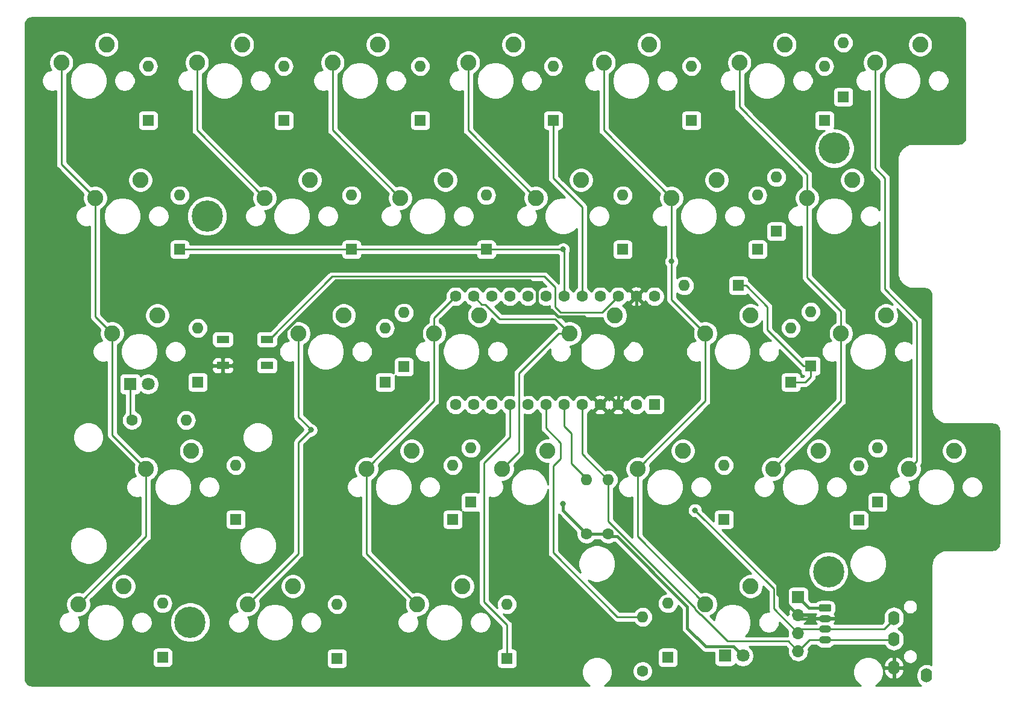
<source format=gbl>
G04 #@! TF.GenerationSoftware,KiCad,Pcbnew,(5.1.4-0-10_14)*
G04 #@! TF.CreationDate,2021-02-15T10:00:53-08:00*
G04 #@! TF.ProjectId,mpm62-kb-left,6d706d36-322d-46b6-922d-6c6566742e6b,rev?*
G04 #@! TF.SameCoordinates,Original*
G04 #@! TF.FileFunction,Copper,L2,Bot*
G04 #@! TF.FilePolarity,Positive*
%FSLAX46Y46*%
G04 Gerber Fmt 4.6, Leading zero omitted, Abs format (unit mm)*
G04 Created by KiCad (PCBNEW (5.1.4-0-10_14)) date 2021-02-15 10:00:53*
%MOMM*%
%LPD*%
G04 APERTURE LIST*
%ADD10C,4.400000*%
%ADD11O,1.730000X1.030000*%
%ADD12C,0.100000*%
%ADD13C,1.030000*%
%ADD14O,1.600000X2.000000*%
%ADD15C,2.250000*%
%ADD16O,1.600000X1.600000*%
%ADD17C,1.600000*%
%ADD18R,1.600000X1.600000*%
%ADD19R,1.800000X1.100000*%
%ADD20O,1.700000X1.700000*%
%ADD21R,1.700000X1.700000*%
%ADD22C,1.800000*%
%ADD23R,1.800000X1.800000*%
%ADD24C,0.800000*%
%ADD25C,0.381000*%
%ADD26C,0.250000*%
%ADD27C,0.254000*%
G04 APERTURE END LIST*
D10*
X192881250Y-110331250D03*
X193675000Y-50800000D03*
X103187500Y-117475000D03*
X105568750Y-60325000D03*
D11*
X192405000Y-119943000D03*
X192405000Y-118443000D03*
X192405000Y-116943000D03*
D12*
G36*
X193044505Y-114929204D02*
G01*
X193068773Y-114932804D01*
X193092572Y-114938765D01*
X193115671Y-114947030D01*
X193137850Y-114957520D01*
X193158893Y-114970132D01*
X193178599Y-114984747D01*
X193196777Y-115001223D01*
X193213253Y-115019401D01*
X193227868Y-115039107D01*
X193240480Y-115060150D01*
X193250970Y-115082329D01*
X193259235Y-115105428D01*
X193265196Y-115129227D01*
X193268796Y-115153495D01*
X193270000Y-115177999D01*
X193270000Y-115708001D01*
X193268796Y-115732505D01*
X193265196Y-115756773D01*
X193259235Y-115780572D01*
X193250970Y-115803671D01*
X193240480Y-115825850D01*
X193227868Y-115846893D01*
X193213253Y-115866599D01*
X193196777Y-115884777D01*
X193178599Y-115901253D01*
X193158893Y-115915868D01*
X193137850Y-115928480D01*
X193115671Y-115938970D01*
X193092572Y-115947235D01*
X193068773Y-115953196D01*
X193044505Y-115956796D01*
X193020001Y-115958000D01*
X191789999Y-115958000D01*
X191765495Y-115956796D01*
X191741227Y-115953196D01*
X191717428Y-115947235D01*
X191694329Y-115938970D01*
X191672150Y-115928480D01*
X191651107Y-115915868D01*
X191631401Y-115901253D01*
X191613223Y-115884777D01*
X191596747Y-115866599D01*
X191582132Y-115846893D01*
X191569520Y-115825850D01*
X191559030Y-115803671D01*
X191550765Y-115780572D01*
X191544804Y-115756773D01*
X191541204Y-115732505D01*
X191540000Y-115708001D01*
X191540000Y-115177999D01*
X191541204Y-115153495D01*
X191544804Y-115129227D01*
X191550765Y-115105428D01*
X191559030Y-115082329D01*
X191569520Y-115060150D01*
X191582132Y-115039107D01*
X191596747Y-115019401D01*
X191613223Y-115001223D01*
X191631401Y-114984747D01*
X191651107Y-114970132D01*
X191672150Y-114957520D01*
X191694329Y-114947030D01*
X191717428Y-114938765D01*
X191741227Y-114932804D01*
X191765495Y-114929204D01*
X191789999Y-114928000D01*
X193020001Y-114928000D01*
X193044505Y-114929204D01*
X193044505Y-114929204D01*
G37*
D13*
X192405000Y-115443000D03*
D14*
X202043000Y-119865000D03*
X202043000Y-116865000D03*
X202043000Y-123865000D03*
X206643000Y-124965000D03*
D15*
X210502500Y-93345000D03*
X204152500Y-95885000D03*
X205740000Y-36195000D03*
X199390000Y-38735000D03*
X191452500Y-93345000D03*
X185102500Y-95885000D03*
X200977500Y-74295000D03*
X194627500Y-76835000D03*
X196215000Y-55245000D03*
X189865000Y-57785000D03*
X186690000Y-36195000D03*
X180340000Y-38735000D03*
X181927500Y-112395000D03*
X175577500Y-114935000D03*
X172402500Y-93345000D03*
X166052500Y-95885000D03*
X181927500Y-74295000D03*
X175577500Y-76835000D03*
X177165000Y-55245000D03*
X170815000Y-57785000D03*
X167640000Y-36195000D03*
X161290000Y-38735000D03*
X153352500Y-93345000D03*
X147002500Y-95885000D03*
X162877500Y-74295000D03*
X156527500Y-76835000D03*
X158115000Y-55245000D03*
X151765000Y-57785000D03*
X148590000Y-36195000D03*
X142240000Y-38735000D03*
X141446250Y-112395000D03*
X135096250Y-114935000D03*
X134302500Y-93345000D03*
X127952500Y-95885000D03*
X143827500Y-74295000D03*
X137477500Y-76835000D03*
X139065000Y-55245000D03*
X132715000Y-57785000D03*
X129540000Y-36195000D03*
X123190000Y-38735000D03*
X117633750Y-112395000D03*
X111283750Y-114935000D03*
X124777500Y-74295000D03*
X118427500Y-76835000D03*
X120015000Y-55245000D03*
X113665000Y-57785000D03*
X110490000Y-36195000D03*
X104140000Y-38735000D03*
X93821250Y-112395000D03*
X87471250Y-114935000D03*
X103346250Y-93345000D03*
X96996250Y-95885000D03*
X98583750Y-74295000D03*
X92233750Y-76835000D03*
X96202500Y-55245000D03*
X89852500Y-57785000D03*
X91440000Y-36195000D03*
X85090000Y-38735000D03*
D16*
X158877000Y-97409000D03*
D17*
X158877000Y-105029000D03*
X161925000Y-105029000D03*
D16*
X161925000Y-97409000D03*
X166751000Y-116713000D03*
D17*
X166751000Y-124333000D03*
D16*
X102616000Y-89027000D03*
D17*
X94996000Y-89027000D03*
X168402000Y-71628000D03*
X165862000Y-71628000D03*
X163322000Y-71628000D03*
X160782000Y-71628000D03*
X158242000Y-71628000D03*
X155702000Y-71628000D03*
X153162000Y-71628000D03*
X150622000Y-71628000D03*
X148082000Y-71628000D03*
X145542000Y-71628000D03*
X143002000Y-71628000D03*
X140462000Y-71628000D03*
X140462000Y-86868000D03*
X143002000Y-86868000D03*
X145542000Y-86868000D03*
X148082000Y-86868000D03*
X150622000Y-86868000D03*
X153162000Y-86868000D03*
X155702000Y-86868000D03*
X158242000Y-86868000D03*
X160782000Y-86868000D03*
X163322000Y-86868000D03*
X165862000Y-86868000D03*
D18*
X168402000Y-86868000D03*
D19*
X107771000Y-77652000D03*
X113971000Y-81352000D03*
X107771000Y-81352000D03*
X113971000Y-77652000D03*
D20*
X188595000Y-121539000D03*
X188595000Y-118999000D03*
X188595000Y-116459000D03*
D21*
X188595000Y-113919000D03*
D16*
X199771000Y-92964000D03*
D18*
X199771000Y-100584000D03*
D16*
X194945000Y-35941000D03*
D18*
X194945000Y-43561000D03*
D16*
X170307000Y-114808000D03*
D18*
X170307000Y-122428000D03*
D16*
X197104000Y-95504000D03*
D18*
X197104000Y-103124000D03*
D16*
X190373000Y-73787000D03*
D18*
X190373000Y-81407000D03*
D16*
X185547000Y-54864000D03*
D18*
X185547000Y-62484000D03*
D16*
X192278000Y-39243000D03*
D18*
X192278000Y-46863000D03*
D16*
X178181000Y-95377000D03*
D18*
X178181000Y-102997000D03*
D16*
X187579000Y-76073000D03*
D18*
X187579000Y-83693000D03*
D16*
X182880000Y-57404000D03*
D18*
X182880000Y-65024000D03*
D16*
X173609000Y-39243000D03*
D18*
X173609000Y-46863000D03*
D16*
X142621000Y-92964000D03*
D18*
X142621000Y-100584000D03*
D16*
X172593000Y-70104000D03*
D18*
X180213000Y-70104000D03*
D16*
X163957000Y-57404000D03*
D18*
X163957000Y-65024000D03*
D16*
X154178000Y-39243000D03*
D18*
X154178000Y-46863000D03*
D16*
X147701000Y-114935000D03*
D18*
X147701000Y-122555000D03*
D16*
X140081000Y-95377000D03*
D18*
X140081000Y-102997000D03*
D16*
X133223000Y-73914000D03*
D18*
X133223000Y-81534000D03*
D16*
X144780000Y-57404000D03*
D18*
X144780000Y-65024000D03*
D16*
X135509000Y-39243000D03*
D18*
X135509000Y-46863000D03*
D16*
X123825000Y-114935000D03*
D18*
X123825000Y-122555000D03*
D16*
X130556000Y-76073000D03*
D18*
X130556000Y-83693000D03*
D16*
X125857000Y-57404000D03*
D18*
X125857000Y-65024000D03*
D16*
X116332000Y-39243000D03*
D18*
X116332000Y-46863000D03*
D16*
X99314000Y-114808000D03*
D18*
X99314000Y-122428000D03*
D16*
X109601000Y-95377000D03*
D18*
X109601000Y-102997000D03*
D16*
X104267000Y-76073000D03*
D18*
X104267000Y-83693000D03*
D16*
X101727000Y-57404000D03*
D18*
X101727000Y-65024000D03*
D16*
X97282000Y-39243000D03*
D18*
X97282000Y-46863000D03*
D22*
X180848000Y-122174000D03*
D23*
X178308000Y-122174000D03*
D22*
X97282000Y-83947000D03*
D23*
X94742000Y-83947000D03*
D24*
X155575000Y-100838000D03*
X155575000Y-65024000D03*
X174117000Y-101727000D03*
X180721000Y-92710000D03*
X120142000Y-90424000D03*
X170815000Y-66712000D03*
D25*
X190119000Y-115443000D02*
X188595000Y-113919000D01*
X191897000Y-115443000D02*
X190119000Y-115443000D01*
X155575000Y-101727000D02*
X158877000Y-105029000D01*
X155575000Y-100838000D02*
X155575000Y-101727000D01*
X173041999Y-118304999D02*
X175620499Y-120883499D01*
X173041999Y-115256999D02*
X173041999Y-118304999D01*
X162179000Y-105410000D02*
X163195000Y-105410000D01*
X179557499Y-120883499D02*
X180848000Y-122174000D01*
X175620499Y-120883499D02*
X179557499Y-120883499D01*
X163195000Y-105410000D02*
X173041999Y-115256999D01*
X161798000Y-105029000D02*
X162179000Y-105410000D01*
X158877000Y-105029000D02*
X161798000Y-105029000D01*
D26*
X154178000Y-46863000D02*
X154178000Y-54991000D01*
X154178000Y-54991000D02*
X158242000Y-59055000D01*
X158242000Y-71628000D02*
X158242000Y-59055000D01*
X155702000Y-65151000D02*
X155575000Y-65024000D01*
X155702000Y-71628000D02*
X155702000Y-65151000D01*
X155575000Y-65024000D02*
X144780000Y-65024000D01*
X144780000Y-65024000D02*
X125857000Y-65024000D01*
X125857000Y-65024000D02*
X101981000Y-65024000D01*
X181263000Y-70104000D02*
X184277000Y-73118000D01*
X180213000Y-70104000D02*
X181263000Y-70104000D01*
X184277000Y-76361000D02*
X189323000Y-81407000D01*
X189323000Y-81407000D02*
X190373000Y-81407000D01*
X184277000Y-73118000D02*
X184277000Y-76361000D01*
X187579000Y-83693000D02*
X189611000Y-83693000D01*
X189611000Y-83693000D02*
X190373000Y-82931000D01*
X190373000Y-82931000D02*
X190373000Y-81407000D01*
X144462500Y-95059500D02*
X144462500Y-114617500D01*
X148082000Y-91440000D02*
X144462500Y-95059500D01*
X147701000Y-117856000D02*
X147701000Y-122555000D01*
X144462500Y-114617500D02*
X147701000Y-117856000D01*
X148082000Y-86868000D02*
X148082000Y-91440000D01*
X190191000Y-119943000D02*
X188595000Y-121539000D01*
X191897000Y-119943000D02*
X190191000Y-119943000D01*
X201965000Y-119943000D02*
X202043000Y-119865000D01*
X191897000Y-119943000D02*
X201965000Y-119943000D01*
X174932001Y-116385001D02*
X178689000Y-120142000D01*
X178689000Y-120142000D02*
X187198000Y-120142000D01*
X158242000Y-86868000D02*
X158242000Y-93789500D01*
X174127499Y-115453499D02*
X174127499Y-115631001D01*
X161925000Y-103251000D02*
X174127499Y-115453499D01*
X161925000Y-97472500D02*
X161925000Y-103251000D01*
X187198000Y-120142000D02*
X188595000Y-121539000D01*
X174881499Y-116385001D02*
X174932001Y-116385001D01*
X174127499Y-115631001D02*
X174881499Y-116385001D01*
X158242000Y-93789500D02*
X161925000Y-97472500D01*
X158204001Y-96609001D02*
X159004000Y-97409000D01*
X189151000Y-118443000D02*
X188595000Y-118999000D01*
X191897000Y-118443000D02*
X189151000Y-118443000D01*
X202043000Y-117065000D02*
X202043000Y-116865000D01*
X200665000Y-118443000D02*
X202043000Y-117065000D01*
X191897000Y-118443000D02*
X200665000Y-118443000D01*
X156718000Y-95123000D02*
X159004000Y-97409000D01*
X156718000Y-90932000D02*
X156718000Y-95123000D01*
X155702000Y-89916000D02*
X156718000Y-90932000D01*
X155702000Y-86868000D02*
X155702000Y-89916000D01*
X185158490Y-115562490D02*
X185158490Y-112768490D01*
X185158490Y-112768490D02*
X174117000Y-101727000D01*
X188595000Y-118999000D02*
X185158490Y-115562490D01*
D25*
X163322000Y-79597558D02*
X163322000Y-86868000D01*
X165830558Y-77089000D02*
X163322000Y-79597558D01*
X165862000Y-77089000D02*
X165830558Y-77089000D01*
X165862000Y-71628000D02*
X165862000Y-77089000D01*
X180721000Y-93275685D02*
X180848000Y-93402685D01*
X180721000Y-92710000D02*
X180721000Y-93275685D01*
X180848000Y-93402685D02*
X180848000Y-107315000D01*
X180848000Y-107315000D02*
X185674000Y-112141000D01*
X185674000Y-113538000D02*
X188595000Y-116459000D01*
X185674000Y-112141000D02*
X185674000Y-113538000D01*
X189079000Y-116943000D02*
X188595000Y-116459000D01*
X191897000Y-116943000D02*
X189079000Y-116943000D01*
X110521000Y-79883000D02*
X109052000Y-81352000D01*
X109052000Y-81352000D02*
X107771000Y-81352000D01*
X114427000Y-79883000D02*
X110521000Y-79883000D01*
X115697000Y-78613000D02*
X114427000Y-79883000D01*
X115697000Y-77322558D02*
X115697000Y-78613000D01*
X123670048Y-69349510D02*
X115697000Y-77322558D01*
X151892000Y-70358000D02*
X150883510Y-69349510D01*
X151892000Y-73025000D02*
X151892000Y-70358000D01*
X152400000Y-73533000D02*
X151892000Y-73025000D01*
X150883510Y-69349510D02*
X123670048Y-69349510D01*
X158503510Y-74429510D02*
X154851051Y-74429510D01*
X153954541Y-73533000D02*
X152400000Y-73533000D01*
X159639000Y-75565000D02*
X158503510Y-74429510D01*
X160782000Y-86868000D02*
X157953099Y-84039099D01*
X157953099Y-78266901D02*
X159639000Y-76581000D01*
X154851051Y-74429510D02*
X153954541Y-73533000D01*
X159639000Y-76581000D02*
X159639000Y-75565000D01*
X157953099Y-84039099D02*
X157953099Y-78266901D01*
D26*
X85090000Y-53022500D02*
X89852500Y-57785000D01*
X85090000Y-38735000D02*
X85090000Y-53022500D01*
X89852500Y-74453750D02*
X92233750Y-76835000D01*
X89852500Y-57785000D02*
X89852500Y-74453750D01*
X92233750Y-91122500D02*
X96996250Y-95885000D01*
X92233750Y-76835000D02*
X92233750Y-91122500D01*
X96996250Y-105410000D02*
X87471250Y-114935000D01*
X96996250Y-95885000D02*
X96996250Y-105410000D01*
X104140000Y-48260000D02*
X113665000Y-57785000D01*
X104140000Y-38735000D02*
X104140000Y-48260000D01*
X120269000Y-90424000D02*
X118427500Y-88582500D01*
X118427500Y-76835000D02*
X118427500Y-88582500D01*
X118427500Y-107791250D02*
X111283750Y-114935000D01*
X120142000Y-90424000D02*
X118427500Y-92138500D01*
X118427500Y-92138500D02*
X118427500Y-107791250D01*
X120269000Y-90424000D02*
X120142000Y-90424000D01*
X123190000Y-48260000D02*
X132715000Y-57785000D01*
X123190000Y-38735000D02*
X123190000Y-48260000D01*
X127952500Y-107791250D02*
X135096250Y-114935000D01*
X127952500Y-95885000D02*
X127952500Y-107791250D01*
X137477500Y-74612500D02*
X140462000Y-71628000D01*
X137477500Y-76835000D02*
X137477500Y-74612500D01*
X137477500Y-86360000D02*
X127952500Y-95885000D01*
X137477500Y-76835000D02*
X137477500Y-86360000D01*
X142240000Y-48260000D02*
X151765000Y-57785000D01*
X142240000Y-38735000D02*
X142240000Y-48260000D01*
X149352000Y-93535500D02*
X147002500Y-95885000D01*
X154936510Y-76835000D02*
X149352000Y-82419510D01*
X149352000Y-82419510D02*
X149352000Y-93535500D01*
X156527500Y-76835000D02*
X154936510Y-76835000D01*
X144127001Y-72753001D02*
X144635001Y-72753001D01*
X143002000Y-71628000D02*
X144127001Y-72753001D01*
X144635001Y-72753001D02*
X146685000Y-74803000D01*
X154495500Y-74803000D02*
X156527500Y-76835000D01*
X146685000Y-74803000D02*
X154495500Y-74803000D01*
X161290000Y-48260000D02*
X170815000Y-57785000D01*
X161290000Y-38735000D02*
X161290000Y-48260000D01*
X170815000Y-72072500D02*
X175577500Y-76835000D01*
X175577500Y-86360000D02*
X166052500Y-95885000D01*
X175577500Y-76835000D02*
X175577500Y-86360000D01*
X166052500Y-105410000D02*
X175577500Y-114935000D01*
X166052500Y-95885000D02*
X166052500Y-105410000D01*
X170815000Y-66802000D02*
X170815000Y-66712000D01*
X170815000Y-57785000D02*
X170815000Y-66802000D01*
X170815000Y-66802000D02*
X170815000Y-72072500D01*
X180340000Y-38735000D02*
X180340000Y-44958000D01*
X189865000Y-54483000D02*
X189865000Y-57785000D01*
X180340000Y-44958000D02*
X189865000Y-54483000D01*
X189865000Y-57785000D02*
X189865000Y-68961000D01*
X194627500Y-73723500D02*
X194627500Y-76835000D01*
X189865000Y-68961000D02*
X194627500Y-73723500D01*
X194627500Y-86360000D02*
X185102500Y-95885000D01*
X194627500Y-76835000D02*
X194627500Y-86360000D01*
X205277499Y-94760001D02*
X204152500Y-95885000D01*
X205277499Y-75102499D02*
X205277499Y-94760001D01*
X199390000Y-53594000D02*
X200787000Y-54991000D01*
X200787000Y-70612000D02*
X205277499Y-75102499D01*
X200787000Y-54991000D02*
X200787000Y-70612000D01*
X199390000Y-38735000D02*
X199390000Y-53594000D01*
X113971000Y-77652000D02*
X114321000Y-77652000D01*
X114321000Y-77652000D02*
X123139000Y-68834000D01*
X123139000Y-68834000D02*
X144907000Y-68834000D01*
X144907000Y-68834000D02*
X145034000Y-68834000D01*
X161036000Y-73914000D02*
X161353500Y-73596500D01*
X155194000Y-73914000D02*
X161036000Y-73914000D01*
X154432000Y-73152000D02*
X155194000Y-73914000D01*
X161353500Y-73596500D02*
X163322000Y-71628000D01*
X154432000Y-70358000D02*
X154432000Y-73152000D01*
X152908000Y-68834000D02*
X154432000Y-70358000D01*
X144907000Y-68834000D02*
X152908000Y-68834000D01*
X161290000Y-73660000D02*
X161353500Y-73596500D01*
X94742000Y-88773000D02*
X94996000Y-89027000D01*
X94742000Y-83947000D02*
X94742000Y-88773000D01*
X153162000Y-86868000D02*
X153162000Y-90170000D01*
X155251990Y-92259990D02*
X155251990Y-94430010D01*
X153162000Y-90170000D02*
X155251990Y-92259990D01*
X155251990Y-94430010D02*
X154178000Y-95504000D01*
X154178000Y-95504000D02*
X154178000Y-107696000D01*
X163195000Y-116713000D02*
X166751000Y-116713000D01*
X154178000Y-107696000D02*
X163195000Y-116713000D01*
D27*
G36*
X211317038Y-32430769D02*
G01*
X211489737Y-32482910D01*
X211649018Y-32567602D01*
X211788819Y-32681619D01*
X211903808Y-32820617D01*
X211989610Y-32979305D01*
X212042955Y-33151635D01*
X212065001Y-33361390D01*
X212065000Y-49180220D01*
X212044231Y-49392038D01*
X211992091Y-49564736D01*
X211907399Y-49724018D01*
X211793378Y-49863821D01*
X211654385Y-49978806D01*
X211495695Y-50064610D01*
X211323365Y-50117955D01*
X211113619Y-50140000D01*
X204755081Y-50140000D01*
X204726413Y-50142824D01*
X204716600Y-50142755D01*
X204707429Y-50143654D01*
X204399301Y-50176039D01*
X204340689Y-50188071D01*
X204281944Y-50199276D01*
X204273122Y-50201940D01*
X203977152Y-50293558D01*
X203921989Y-50316746D01*
X203866543Y-50339148D01*
X203858406Y-50343474D01*
X203585869Y-50490835D01*
X203536302Y-50524268D01*
X203486223Y-50557039D01*
X203479082Y-50562864D01*
X203240357Y-50760354D01*
X203198232Y-50802775D01*
X203155465Y-50844655D01*
X203149591Y-50851755D01*
X202953773Y-51091853D01*
X202920664Y-51141688D01*
X202886876Y-51191033D01*
X202882493Y-51199139D01*
X202737038Y-51472699D01*
X202714246Y-51527996D01*
X202690676Y-51582988D01*
X202687952Y-51591791D01*
X202598403Y-51888393D01*
X202586786Y-51947066D01*
X202574347Y-52005583D01*
X202573384Y-52014747D01*
X202543150Y-52323095D01*
X202543150Y-52323108D01*
X202540001Y-52355081D01*
X202540000Y-68294918D01*
X202542824Y-68323586D01*
X202542755Y-68333399D01*
X202543654Y-68342571D01*
X202576039Y-68650698D01*
X202588069Y-68709304D01*
X202599276Y-68768056D01*
X202601940Y-68776878D01*
X202693558Y-69072848D01*
X202716746Y-69128011D01*
X202739148Y-69183457D01*
X202743474Y-69191593D01*
X202890835Y-69464131D01*
X202924268Y-69513698D01*
X202957039Y-69563777D01*
X202962864Y-69570918D01*
X203160354Y-69809643D01*
X203202772Y-69851765D01*
X203244654Y-69894535D01*
X203251755Y-69900409D01*
X203491853Y-70096226D01*
X203541661Y-70129318D01*
X203591033Y-70163124D01*
X203599139Y-70167507D01*
X203872699Y-70312962D01*
X203928017Y-70335762D01*
X203982988Y-70359323D01*
X203991791Y-70362048D01*
X204288392Y-70451597D01*
X204347080Y-70463217D01*
X204405583Y-70475653D01*
X204414748Y-70476616D01*
X204723095Y-70506850D01*
X204723098Y-70506850D01*
X204755081Y-70510000D01*
X206342721Y-70510000D01*
X206554538Y-70530769D01*
X206727237Y-70582910D01*
X206886518Y-70667602D01*
X207026319Y-70781619D01*
X207141308Y-70920617D01*
X207227110Y-71079305D01*
X207280455Y-71251635D01*
X207302501Y-71461390D01*
X207302500Y-87344918D01*
X207305324Y-87373586D01*
X207305255Y-87383399D01*
X207306154Y-87392571D01*
X207338539Y-87700698D01*
X207350569Y-87759304D01*
X207361776Y-87818056D01*
X207364440Y-87826878D01*
X207456058Y-88122848D01*
X207479246Y-88178011D01*
X207501648Y-88233457D01*
X207505974Y-88241593D01*
X207653335Y-88514131D01*
X207686768Y-88563698D01*
X207719539Y-88613777D01*
X207725364Y-88620918D01*
X207922854Y-88859643D01*
X207965272Y-88901765D01*
X208007154Y-88944535D01*
X208014255Y-88950409D01*
X208254353Y-89146226D01*
X208304161Y-89179318D01*
X208353533Y-89213124D01*
X208361639Y-89217507D01*
X208635199Y-89362962D01*
X208690517Y-89385762D01*
X208745488Y-89409323D01*
X208754291Y-89412048D01*
X209050892Y-89501597D01*
X209109580Y-89513217D01*
X209168083Y-89525653D01*
X209177248Y-89526616D01*
X209485595Y-89556850D01*
X209485598Y-89556850D01*
X209517581Y-89560000D01*
X215867721Y-89560000D01*
X216079538Y-89580769D01*
X216252237Y-89632910D01*
X216411518Y-89717602D01*
X216551319Y-89831619D01*
X216666308Y-89970617D01*
X216752110Y-90129305D01*
X216805455Y-90301635D01*
X216827501Y-90511390D01*
X216827500Y-106330220D01*
X216806731Y-106542038D01*
X216754591Y-106714736D01*
X216669899Y-106874018D01*
X216555878Y-107013821D01*
X216416885Y-107128806D01*
X216258195Y-107214610D01*
X216085865Y-107267955D01*
X215876119Y-107290000D01*
X209517581Y-107290000D01*
X209488913Y-107292824D01*
X209479100Y-107292755D01*
X209469929Y-107293654D01*
X209161801Y-107326039D01*
X209103189Y-107338071D01*
X209044444Y-107349276D01*
X209035622Y-107351940D01*
X208739652Y-107443558D01*
X208684489Y-107466746D01*
X208629043Y-107489148D01*
X208620906Y-107493474D01*
X208348369Y-107640835D01*
X208298802Y-107674268D01*
X208248723Y-107707039D01*
X208241582Y-107712864D01*
X208002857Y-107910354D01*
X207960732Y-107952775D01*
X207917965Y-107994655D01*
X207912091Y-108001755D01*
X207716273Y-108241853D01*
X207683164Y-108291688D01*
X207649376Y-108341033D01*
X207644993Y-108349139D01*
X207499538Y-108622699D01*
X207476746Y-108677996D01*
X207453176Y-108732988D01*
X207450452Y-108741791D01*
X207360903Y-109038393D01*
X207349286Y-109097066D01*
X207336847Y-109155583D01*
X207335884Y-109164747D01*
X207305650Y-109473095D01*
X207302500Y-109505082D01*
X207302501Y-123490381D01*
X207194808Y-123432818D01*
X206924309Y-123350764D01*
X206643000Y-123323057D01*
X206361692Y-123350764D01*
X206091193Y-123432818D01*
X205841900Y-123566068D01*
X205623393Y-123745392D01*
X205444068Y-123963899D01*
X205310818Y-124213192D01*
X205228764Y-124483691D01*
X205208000Y-124694508D01*
X205208000Y-125235491D01*
X205228764Y-125446308D01*
X205310818Y-125716807D01*
X205444068Y-125966100D01*
X205623392Y-126184607D01*
X205812738Y-126340000D01*
X199509978Y-126340000D01*
X199813782Y-126137004D01*
X200114504Y-125836282D01*
X200350781Y-125482670D01*
X200513530Y-125089757D01*
X200596500Y-124672643D01*
X200596500Y-124247357D01*
X200590638Y-124217887D01*
X200611063Y-124217887D01*
X200668404Y-124494306D01*
X200778570Y-124754227D01*
X200937327Y-124987662D01*
X201138575Y-125185639D01*
X201374579Y-125340551D01*
X201636270Y-125446444D01*
X201693961Y-125456904D01*
X201916000Y-125334915D01*
X201916000Y-123992000D01*
X202170000Y-123992000D01*
X202170000Y-125334915D01*
X202392039Y-125456904D01*
X202449730Y-125446444D01*
X202711421Y-125340551D01*
X202947425Y-125185639D01*
X203148673Y-124987662D01*
X203307430Y-124754227D01*
X203417596Y-124494306D01*
X203474937Y-124217887D01*
X203322474Y-123992000D01*
X202170000Y-123992000D01*
X201916000Y-123992000D01*
X200763526Y-123992000D01*
X200611063Y-124217887D01*
X200590638Y-124217887D01*
X200513530Y-123830243D01*
X200381757Y-123512113D01*
X200611063Y-123512113D01*
X200763526Y-123738000D01*
X201916000Y-123738000D01*
X201916000Y-122395085D01*
X202170000Y-122395085D01*
X202170000Y-123738000D01*
X203322474Y-123738000D01*
X203474937Y-123512113D01*
X203417596Y-123235694D01*
X203307430Y-122975773D01*
X203148673Y-122742338D01*
X202947425Y-122544361D01*
X202711421Y-122389449D01*
X202449730Y-122283556D01*
X202392039Y-122273096D01*
X202170000Y-122395085D01*
X201916000Y-122395085D01*
X201693961Y-122273096D01*
X201636270Y-122283556D01*
X201374579Y-122389449D01*
X201138575Y-122544361D01*
X200937327Y-122742338D01*
X200778570Y-122975773D01*
X200668404Y-123235694D01*
X200611063Y-123512113D01*
X200381757Y-123512113D01*
X200350781Y-123437330D01*
X200114504Y-123083718D01*
X199813782Y-122782996D01*
X199460170Y-122546719D01*
X199067257Y-122383970D01*
X198650143Y-122301000D01*
X198224857Y-122301000D01*
X197807743Y-122383970D01*
X197414830Y-122546719D01*
X197061218Y-122782996D01*
X196760496Y-123083718D01*
X196524219Y-123437330D01*
X196361470Y-123830243D01*
X196278500Y-124247357D01*
X196278500Y-124672643D01*
X196361470Y-125089757D01*
X196524219Y-125482670D01*
X196760496Y-125836282D01*
X197061218Y-126137004D01*
X197365022Y-126340000D01*
X161409978Y-126340000D01*
X161713782Y-126137004D01*
X162014504Y-125836282D01*
X162250781Y-125482670D01*
X162413530Y-125089757D01*
X162496500Y-124672643D01*
X162496500Y-124247357D01*
X162485423Y-124191665D01*
X165316000Y-124191665D01*
X165316000Y-124474335D01*
X165371147Y-124751574D01*
X165479320Y-125012727D01*
X165636363Y-125247759D01*
X165836241Y-125447637D01*
X166071273Y-125604680D01*
X166332426Y-125712853D01*
X166609665Y-125768000D01*
X166892335Y-125768000D01*
X167169574Y-125712853D01*
X167430727Y-125604680D01*
X167665759Y-125447637D01*
X167865637Y-125247759D01*
X168022680Y-125012727D01*
X168130853Y-124751574D01*
X168186000Y-124474335D01*
X168186000Y-124191665D01*
X168130853Y-123914426D01*
X168022680Y-123653273D01*
X167865637Y-123418241D01*
X167665759Y-123218363D01*
X167430727Y-123061320D01*
X167169574Y-122953147D01*
X166892335Y-122898000D01*
X166609665Y-122898000D01*
X166332426Y-122953147D01*
X166071273Y-123061320D01*
X165836241Y-123218363D01*
X165636363Y-123418241D01*
X165479320Y-123653273D01*
X165371147Y-123914426D01*
X165316000Y-124191665D01*
X162485423Y-124191665D01*
X162413530Y-123830243D01*
X162250781Y-123437330D01*
X162014504Y-123083718D01*
X161713782Y-122782996D01*
X161360170Y-122546719D01*
X160967257Y-122383970D01*
X160550143Y-122301000D01*
X160124857Y-122301000D01*
X159707743Y-122383970D01*
X159314830Y-122546719D01*
X158961218Y-122782996D01*
X158660496Y-123083718D01*
X158424219Y-123437330D01*
X158261470Y-123830243D01*
X158178500Y-124247357D01*
X158178500Y-124672643D01*
X158261470Y-125089757D01*
X158424219Y-125482670D01*
X158660496Y-125836282D01*
X158961218Y-126137004D01*
X159265022Y-126340000D01*
X80994780Y-126340000D01*
X80782962Y-126319231D01*
X80610264Y-126267091D01*
X80450982Y-126182399D01*
X80311179Y-126068378D01*
X80196194Y-125929385D01*
X80110390Y-125770695D01*
X80057045Y-125598365D01*
X80035000Y-125388619D01*
X80035000Y-121628000D01*
X97875928Y-121628000D01*
X97875928Y-123228000D01*
X97888188Y-123352482D01*
X97924498Y-123472180D01*
X97983463Y-123582494D01*
X98062815Y-123679185D01*
X98159506Y-123758537D01*
X98269820Y-123817502D01*
X98389518Y-123853812D01*
X98514000Y-123866072D01*
X100114000Y-123866072D01*
X100238482Y-123853812D01*
X100358180Y-123817502D01*
X100468494Y-123758537D01*
X100565185Y-123679185D01*
X100644537Y-123582494D01*
X100703502Y-123472180D01*
X100739812Y-123352482D01*
X100752072Y-123228000D01*
X100752072Y-121755000D01*
X122386928Y-121755000D01*
X122386928Y-123355000D01*
X122399188Y-123479482D01*
X122435498Y-123599180D01*
X122494463Y-123709494D01*
X122573815Y-123806185D01*
X122670506Y-123885537D01*
X122780820Y-123944502D01*
X122900518Y-123980812D01*
X123025000Y-123993072D01*
X124625000Y-123993072D01*
X124749482Y-123980812D01*
X124869180Y-123944502D01*
X124979494Y-123885537D01*
X125076185Y-123806185D01*
X125155537Y-123709494D01*
X125214502Y-123599180D01*
X125250812Y-123479482D01*
X125263072Y-123355000D01*
X125263072Y-121755000D01*
X125250812Y-121630518D01*
X125214502Y-121510820D01*
X125155537Y-121400506D01*
X125076185Y-121303815D01*
X124979494Y-121224463D01*
X124869180Y-121165498D01*
X124749482Y-121129188D01*
X124625000Y-121116928D01*
X123025000Y-121116928D01*
X122900518Y-121129188D01*
X122780820Y-121165498D01*
X122670506Y-121224463D01*
X122573815Y-121303815D01*
X122494463Y-121400506D01*
X122435498Y-121510820D01*
X122399188Y-121630518D01*
X122386928Y-121755000D01*
X100752072Y-121755000D01*
X100752072Y-121628000D01*
X100739812Y-121503518D01*
X100703502Y-121383820D01*
X100644537Y-121273506D01*
X100565185Y-121176815D01*
X100468494Y-121097463D01*
X100358180Y-121038498D01*
X100238482Y-121002188D01*
X100114000Y-120989928D01*
X98514000Y-120989928D01*
X98389518Y-121002188D01*
X98269820Y-121038498D01*
X98159506Y-121097463D01*
X98062815Y-121176815D01*
X97983463Y-121273506D01*
X97924498Y-121383820D01*
X97888188Y-121503518D01*
X97875928Y-121628000D01*
X80035000Y-121628000D01*
X80035000Y-106421076D01*
X86271100Y-106421076D01*
X86271100Y-106938924D01*
X86372127Y-107446822D01*
X86570299Y-107925251D01*
X86858000Y-108355826D01*
X87224174Y-108722000D01*
X87654749Y-109009701D01*
X88133178Y-109207873D01*
X88641076Y-109308900D01*
X89158924Y-109308900D01*
X89666822Y-109207873D01*
X90145251Y-109009701D01*
X90575826Y-108722000D01*
X90942000Y-108355826D01*
X91229701Y-107925251D01*
X91427873Y-107446822D01*
X91528900Y-106938924D01*
X91528900Y-106421076D01*
X91427873Y-105913178D01*
X91229701Y-105434749D01*
X90942000Y-105004174D01*
X90575826Y-104638000D01*
X90145251Y-104350299D01*
X89666822Y-104152127D01*
X89158924Y-104051100D01*
X88641076Y-104051100D01*
X88133178Y-104152127D01*
X87654749Y-104350299D01*
X87224174Y-104638000D01*
X86858000Y-105004174D01*
X86570299Y-105434749D01*
X86372127Y-105913178D01*
X86271100Y-106421076D01*
X80035000Y-106421076D01*
X80035000Y-91227357D01*
X86741000Y-91227357D01*
X86741000Y-91652643D01*
X86823970Y-92069757D01*
X86986719Y-92462670D01*
X87222996Y-92816282D01*
X87523718Y-93117004D01*
X87877330Y-93353281D01*
X88270243Y-93516030D01*
X88687357Y-93599000D01*
X89112643Y-93599000D01*
X89529757Y-93516030D01*
X89922670Y-93353281D01*
X90276282Y-93117004D01*
X90577004Y-92816282D01*
X90813281Y-92462670D01*
X90976030Y-92069757D01*
X91059000Y-91652643D01*
X91059000Y-91227357D01*
X90976030Y-90810243D01*
X90813281Y-90417330D01*
X90577004Y-90063718D01*
X90276282Y-89762996D01*
X89922670Y-89526719D01*
X89529757Y-89363970D01*
X89112643Y-89281000D01*
X88687357Y-89281000D01*
X88270243Y-89363970D01*
X87877330Y-89526719D01*
X87523718Y-89762996D01*
X87222996Y-90063718D01*
X86986719Y-90417330D01*
X86823970Y-90810243D01*
X86741000Y-91227357D01*
X80035000Y-91227357D01*
X80035000Y-41126278D01*
X82310000Y-41126278D01*
X82310000Y-41423722D01*
X82368029Y-41715451D01*
X82481856Y-41990253D01*
X82647107Y-42237569D01*
X82857431Y-42447893D01*
X83104747Y-42613144D01*
X83379549Y-42726971D01*
X83671278Y-42785000D01*
X83968722Y-42785000D01*
X84260451Y-42726971D01*
X84330000Y-42698163D01*
X84330001Y-52985168D01*
X84326324Y-53022500D01*
X84330001Y-53059833D01*
X84340825Y-53169724D01*
X84340998Y-53171485D01*
X84384454Y-53314746D01*
X84455026Y-53446776D01*
X84520087Y-53526052D01*
X84550000Y-53562501D01*
X84578998Y-53586299D01*
X88190652Y-57197954D01*
X88160136Y-57271627D01*
X88092500Y-57611655D01*
X88092500Y-57958345D01*
X88160136Y-58298373D01*
X88292808Y-58618673D01*
X88425138Y-58816719D01*
X88142049Y-58873029D01*
X87867247Y-58986856D01*
X87619931Y-59152107D01*
X87409607Y-59362431D01*
X87244356Y-59609747D01*
X87130529Y-59884549D01*
X87072500Y-60176278D01*
X87072500Y-60473722D01*
X87130529Y-60765451D01*
X87244356Y-61040253D01*
X87409607Y-61287569D01*
X87619931Y-61497893D01*
X87867247Y-61663144D01*
X88142049Y-61776971D01*
X88433778Y-61835000D01*
X88731222Y-61835000D01*
X89022951Y-61776971D01*
X89092500Y-61748163D01*
X89092501Y-74416417D01*
X89088824Y-74453750D01*
X89092501Y-74491083D01*
X89094439Y-74510754D01*
X89103498Y-74602735D01*
X89146954Y-74745996D01*
X89217526Y-74878026D01*
X89279478Y-74953514D01*
X89312500Y-74993751D01*
X89341498Y-75017549D01*
X90571902Y-76247954D01*
X90541386Y-76321627D01*
X90473750Y-76661655D01*
X90473750Y-77008345D01*
X90541386Y-77348373D01*
X90674058Y-77668673D01*
X90806388Y-77866719D01*
X90523299Y-77923029D01*
X90248497Y-78036856D01*
X90001181Y-78202107D01*
X89790857Y-78412431D01*
X89625606Y-78659747D01*
X89511779Y-78934549D01*
X89453750Y-79226278D01*
X89453750Y-79523722D01*
X89511779Y-79815451D01*
X89625606Y-80090253D01*
X89790857Y-80337569D01*
X90001181Y-80547893D01*
X90248497Y-80713144D01*
X90523299Y-80826971D01*
X90815028Y-80885000D01*
X91112472Y-80885000D01*
X91404201Y-80826971D01*
X91473750Y-80798163D01*
X91473751Y-91085168D01*
X91470074Y-91122500D01*
X91484748Y-91271485D01*
X91528204Y-91414746D01*
X91598776Y-91546776D01*
X91662987Y-91625016D01*
X91693750Y-91662501D01*
X91722748Y-91686299D01*
X95334402Y-95297954D01*
X95303886Y-95371627D01*
X95236250Y-95711655D01*
X95236250Y-96058345D01*
X95303886Y-96398373D01*
X95436558Y-96718673D01*
X95568888Y-96916719D01*
X95285799Y-96973029D01*
X95010997Y-97086856D01*
X94763681Y-97252107D01*
X94553357Y-97462431D01*
X94388106Y-97709747D01*
X94274279Y-97984549D01*
X94216250Y-98276278D01*
X94216250Y-98573722D01*
X94274279Y-98865451D01*
X94388106Y-99140253D01*
X94553357Y-99387569D01*
X94763681Y-99597893D01*
X95010997Y-99763144D01*
X95285799Y-99876971D01*
X95577528Y-99935000D01*
X95874972Y-99935000D01*
X96166701Y-99876971D01*
X96236250Y-99848163D01*
X96236251Y-105095197D01*
X88058296Y-113273152D01*
X87984623Y-113242636D01*
X87644595Y-113175000D01*
X87297905Y-113175000D01*
X86957877Y-113242636D01*
X86637577Y-113375308D01*
X86349315Y-113567919D01*
X86104169Y-113813065D01*
X85911558Y-114101327D01*
X85778886Y-114421627D01*
X85711250Y-114761655D01*
X85711250Y-115108345D01*
X85778886Y-115448373D01*
X85911558Y-115768673D01*
X86043888Y-115966719D01*
X85760799Y-116023029D01*
X85485997Y-116136856D01*
X85238681Y-116302107D01*
X85028357Y-116512431D01*
X84863106Y-116759747D01*
X84749279Y-117034549D01*
X84691250Y-117326278D01*
X84691250Y-117623722D01*
X84749279Y-117915451D01*
X84863106Y-118190253D01*
X85028357Y-118437569D01*
X85238681Y-118647893D01*
X85485997Y-118813144D01*
X85760799Y-118926971D01*
X86052528Y-118985000D01*
X86349972Y-118985000D01*
X86641701Y-118926971D01*
X86916503Y-118813144D01*
X87163819Y-118647893D01*
X87374143Y-118437569D01*
X87539394Y-118190253D01*
X87653221Y-117915451D01*
X87711250Y-117623722D01*
X87711250Y-117326278D01*
X87689330Y-117216076D01*
X88652350Y-117216076D01*
X88652350Y-117733924D01*
X88753377Y-118241822D01*
X88951549Y-118720251D01*
X89239250Y-119150826D01*
X89605424Y-119517000D01*
X90035999Y-119804701D01*
X90514428Y-120002873D01*
X91022326Y-120103900D01*
X91540174Y-120103900D01*
X92048072Y-120002873D01*
X92526501Y-119804701D01*
X92957076Y-119517000D01*
X93323250Y-119150826D01*
X93610951Y-118720251D01*
X93809123Y-118241822D01*
X93910150Y-117733924D01*
X93910150Y-117326278D01*
X94851250Y-117326278D01*
X94851250Y-117623722D01*
X94909279Y-117915451D01*
X95023106Y-118190253D01*
X95188357Y-118437569D01*
X95398681Y-118647893D01*
X95645997Y-118813144D01*
X95920799Y-118926971D01*
X96212528Y-118985000D01*
X96509972Y-118985000D01*
X96801701Y-118926971D01*
X97076503Y-118813144D01*
X97323819Y-118647893D01*
X97534143Y-118437569D01*
X97699394Y-118190253D01*
X97813221Y-117915451D01*
X97871250Y-117623722D01*
X97871250Y-117326278D01*
X97845292Y-117195777D01*
X100352500Y-117195777D01*
X100352500Y-117754223D01*
X100461448Y-118301939D01*
X100675156Y-118817876D01*
X100985412Y-119282207D01*
X101380293Y-119677088D01*
X101844624Y-119987344D01*
X102360561Y-120201052D01*
X102908277Y-120310000D01*
X103466723Y-120310000D01*
X104014439Y-120201052D01*
X104530376Y-119987344D01*
X104994707Y-119677088D01*
X105389588Y-119282207D01*
X105699844Y-118817876D01*
X105913552Y-118301939D01*
X106022500Y-117754223D01*
X106022500Y-117195777D01*
X105913552Y-116648061D01*
X105699844Y-116132124D01*
X105389588Y-115667793D01*
X104994707Y-115272912D01*
X104530376Y-114962656D01*
X104014439Y-114748948D01*
X103466723Y-114640000D01*
X102908277Y-114640000D01*
X102360561Y-114748948D01*
X101844624Y-114962656D01*
X101380293Y-115272912D01*
X100985412Y-115667793D01*
X100675156Y-116132124D01*
X100461448Y-116648061D01*
X100352500Y-117195777D01*
X97845292Y-117195777D01*
X97813221Y-117034549D01*
X97699394Y-116759747D01*
X97534143Y-116512431D01*
X97323819Y-116302107D01*
X97076503Y-116136856D01*
X96801701Y-116023029D01*
X96509972Y-115965000D01*
X96212528Y-115965000D01*
X95920799Y-116023029D01*
X95645997Y-116136856D01*
X95398681Y-116302107D01*
X95188357Y-116512431D01*
X95023106Y-116759747D01*
X94909279Y-117034549D01*
X94851250Y-117326278D01*
X93910150Y-117326278D01*
X93910150Y-117216076D01*
X93809123Y-116708178D01*
X93610951Y-116229749D01*
X93323250Y-115799174D01*
X92957076Y-115433000D01*
X92526501Y-115145299D01*
X92048072Y-114947127D01*
X91540174Y-114846100D01*
X91022326Y-114846100D01*
X90514428Y-114947127D01*
X90035999Y-115145299D01*
X89605424Y-115433000D01*
X89239250Y-115799174D01*
X88951549Y-116229749D01*
X88753377Y-116708178D01*
X88652350Y-117216076D01*
X87689330Y-117216076D01*
X87653221Y-117034549D01*
X87539394Y-116759747D01*
X87496132Y-116695000D01*
X87644595Y-116695000D01*
X87984623Y-116627364D01*
X88304923Y-116494692D01*
X88593185Y-116302081D01*
X88838331Y-116056935D01*
X89030942Y-115768673D01*
X89163614Y-115448373D01*
X89231250Y-115108345D01*
X89231250Y-114808000D01*
X97872057Y-114808000D01*
X97899764Y-115089309D01*
X97981818Y-115359808D01*
X98115068Y-115609101D01*
X98294392Y-115827608D01*
X98512899Y-116006932D01*
X98762192Y-116140182D01*
X99032691Y-116222236D01*
X99243508Y-116243000D01*
X99384492Y-116243000D01*
X99595309Y-116222236D01*
X99865808Y-116140182D01*
X100115101Y-116006932D01*
X100333608Y-115827608D01*
X100512932Y-115609101D01*
X100646182Y-115359808D01*
X100728236Y-115089309D01*
X100755943Y-114808000D01*
X100728236Y-114526691D01*
X100646182Y-114256192D01*
X100512932Y-114006899D01*
X100333608Y-113788392D01*
X100115101Y-113609068D01*
X99865808Y-113475818D01*
X99595309Y-113393764D01*
X99384492Y-113373000D01*
X99243508Y-113373000D01*
X99032691Y-113393764D01*
X98762192Y-113475818D01*
X98512899Y-113609068D01*
X98294392Y-113788392D01*
X98115068Y-114006899D01*
X97981818Y-114256192D01*
X97899764Y-114526691D01*
X97872057Y-114808000D01*
X89231250Y-114808000D01*
X89231250Y-114761655D01*
X89163614Y-114421627D01*
X89133098Y-114347954D01*
X91259397Y-112221655D01*
X92061250Y-112221655D01*
X92061250Y-112568345D01*
X92128886Y-112908373D01*
X92261558Y-113228673D01*
X92454169Y-113516935D01*
X92699315Y-113762081D01*
X92987577Y-113954692D01*
X93307877Y-114087364D01*
X93647905Y-114155000D01*
X93994595Y-114155000D01*
X94334623Y-114087364D01*
X94654923Y-113954692D01*
X94943185Y-113762081D01*
X95188331Y-113516935D01*
X95380942Y-113228673D01*
X95513614Y-112908373D01*
X95581250Y-112568345D01*
X95581250Y-112221655D01*
X95513614Y-111881627D01*
X95380942Y-111561327D01*
X95188331Y-111273065D01*
X94943185Y-111027919D01*
X94654923Y-110835308D01*
X94334623Y-110702636D01*
X93994595Y-110635000D01*
X93647905Y-110635000D01*
X93307877Y-110702636D01*
X92987577Y-110835308D01*
X92699315Y-111027919D01*
X92454169Y-111273065D01*
X92261558Y-111561327D01*
X92128886Y-111881627D01*
X92061250Y-112221655D01*
X91259397Y-112221655D01*
X97059976Y-106421076D01*
X110083600Y-106421076D01*
X110083600Y-106938924D01*
X110184627Y-107446822D01*
X110382799Y-107925251D01*
X110670500Y-108355826D01*
X111036674Y-108722000D01*
X111467249Y-109009701D01*
X111945678Y-109207873D01*
X112453576Y-109308900D01*
X112971424Y-109308900D01*
X113479322Y-109207873D01*
X113957751Y-109009701D01*
X114388326Y-108722000D01*
X114754500Y-108355826D01*
X115042201Y-107925251D01*
X115240373Y-107446822D01*
X115341400Y-106938924D01*
X115341400Y-106421076D01*
X115240373Y-105913178D01*
X115042201Y-105434749D01*
X114754500Y-105004174D01*
X114388326Y-104638000D01*
X113957751Y-104350299D01*
X113479322Y-104152127D01*
X112971424Y-104051100D01*
X112453576Y-104051100D01*
X111945678Y-104152127D01*
X111467249Y-104350299D01*
X111036674Y-104638000D01*
X110670500Y-105004174D01*
X110382799Y-105434749D01*
X110184627Y-105913178D01*
X110083600Y-106421076D01*
X97059976Y-106421076D01*
X97507253Y-105973799D01*
X97536251Y-105950001D01*
X97631224Y-105834276D01*
X97701796Y-105702247D01*
X97745253Y-105558986D01*
X97756250Y-105447333D01*
X97756250Y-105447324D01*
X97759926Y-105410001D01*
X97756250Y-105372678D01*
X97756250Y-102197000D01*
X108162928Y-102197000D01*
X108162928Y-103797000D01*
X108175188Y-103921482D01*
X108211498Y-104041180D01*
X108270463Y-104151494D01*
X108349815Y-104248185D01*
X108446506Y-104327537D01*
X108556820Y-104386502D01*
X108676518Y-104422812D01*
X108801000Y-104435072D01*
X110401000Y-104435072D01*
X110525482Y-104422812D01*
X110645180Y-104386502D01*
X110755494Y-104327537D01*
X110852185Y-104248185D01*
X110931537Y-104151494D01*
X110990502Y-104041180D01*
X111026812Y-103921482D01*
X111039072Y-103797000D01*
X111039072Y-102197000D01*
X111026812Y-102072518D01*
X110990502Y-101952820D01*
X110931537Y-101842506D01*
X110852185Y-101745815D01*
X110755494Y-101666463D01*
X110645180Y-101607498D01*
X110525482Y-101571188D01*
X110401000Y-101558928D01*
X108801000Y-101558928D01*
X108676518Y-101571188D01*
X108556820Y-101607498D01*
X108446506Y-101666463D01*
X108349815Y-101745815D01*
X108270463Y-101842506D01*
X108211498Y-101952820D01*
X108175188Y-102072518D01*
X108162928Y-102197000D01*
X97756250Y-102197000D01*
X97756250Y-98166076D01*
X98177350Y-98166076D01*
X98177350Y-98683924D01*
X98278377Y-99191822D01*
X98476549Y-99670251D01*
X98764250Y-100100826D01*
X99130424Y-100467000D01*
X99560999Y-100754701D01*
X100039428Y-100952873D01*
X100547326Y-101053900D01*
X101065174Y-101053900D01*
X101573072Y-100952873D01*
X102051501Y-100754701D01*
X102482076Y-100467000D01*
X102848250Y-100100826D01*
X103135951Y-99670251D01*
X103334123Y-99191822D01*
X103435150Y-98683924D01*
X103435150Y-98276278D01*
X104376250Y-98276278D01*
X104376250Y-98573722D01*
X104434279Y-98865451D01*
X104548106Y-99140253D01*
X104713357Y-99387569D01*
X104923681Y-99597893D01*
X105170997Y-99763144D01*
X105445799Y-99876971D01*
X105737528Y-99935000D01*
X106034972Y-99935000D01*
X106326701Y-99876971D01*
X106601503Y-99763144D01*
X106848819Y-99597893D01*
X107059143Y-99387569D01*
X107224394Y-99140253D01*
X107338221Y-98865451D01*
X107396250Y-98573722D01*
X107396250Y-98276278D01*
X107338221Y-97984549D01*
X107224394Y-97709747D01*
X107059143Y-97462431D01*
X106848819Y-97252107D01*
X106601503Y-97086856D01*
X106326701Y-96973029D01*
X106034972Y-96915000D01*
X105737528Y-96915000D01*
X105445799Y-96973029D01*
X105170997Y-97086856D01*
X104923681Y-97252107D01*
X104713357Y-97462431D01*
X104548106Y-97709747D01*
X104434279Y-97984549D01*
X104376250Y-98276278D01*
X103435150Y-98276278D01*
X103435150Y-98166076D01*
X103334123Y-97658178D01*
X103135951Y-97179749D01*
X102848250Y-96749174D01*
X102482076Y-96383000D01*
X102051501Y-96095299D01*
X101573072Y-95897127D01*
X101065174Y-95796100D01*
X100547326Y-95796100D01*
X100039428Y-95897127D01*
X99560999Y-96095299D01*
X99130424Y-96383000D01*
X98764250Y-96749174D01*
X98476549Y-97179749D01*
X98278377Y-97658178D01*
X98177350Y-98166076D01*
X97756250Y-98166076D01*
X97756250Y-97475208D01*
X97829923Y-97444692D01*
X98118185Y-97252081D01*
X98363331Y-97006935D01*
X98555942Y-96718673D01*
X98688614Y-96398373D01*
X98756250Y-96058345D01*
X98756250Y-95711655D01*
X98689683Y-95377000D01*
X108159057Y-95377000D01*
X108186764Y-95658309D01*
X108268818Y-95928808D01*
X108402068Y-96178101D01*
X108581392Y-96396608D01*
X108799899Y-96575932D01*
X109049192Y-96709182D01*
X109319691Y-96791236D01*
X109530508Y-96812000D01*
X109671492Y-96812000D01*
X109882309Y-96791236D01*
X110152808Y-96709182D01*
X110402101Y-96575932D01*
X110620608Y-96396608D01*
X110799932Y-96178101D01*
X110933182Y-95928808D01*
X111015236Y-95658309D01*
X111042943Y-95377000D01*
X111015236Y-95095691D01*
X110933182Y-94825192D01*
X110799932Y-94575899D01*
X110620608Y-94357392D01*
X110402101Y-94178068D01*
X110152808Y-94044818D01*
X109882309Y-93962764D01*
X109671492Y-93942000D01*
X109530508Y-93942000D01*
X109319691Y-93962764D01*
X109049192Y-94044818D01*
X108799899Y-94178068D01*
X108581392Y-94357392D01*
X108402068Y-94575899D01*
X108268818Y-94825192D01*
X108186764Y-95095691D01*
X108159057Y-95377000D01*
X98689683Y-95377000D01*
X98688614Y-95371627D01*
X98555942Y-95051327D01*
X98363331Y-94763065D01*
X98118185Y-94517919D01*
X97829923Y-94325308D01*
X97509623Y-94192636D01*
X97169595Y-94125000D01*
X96822905Y-94125000D01*
X96482877Y-94192636D01*
X96409204Y-94223152D01*
X95357707Y-93171655D01*
X101586250Y-93171655D01*
X101586250Y-93518345D01*
X101653886Y-93858373D01*
X101786558Y-94178673D01*
X101979169Y-94466935D01*
X102224315Y-94712081D01*
X102512577Y-94904692D01*
X102832877Y-95037364D01*
X103172905Y-95105000D01*
X103519595Y-95105000D01*
X103859623Y-95037364D01*
X104179923Y-94904692D01*
X104468185Y-94712081D01*
X104713331Y-94466935D01*
X104905942Y-94178673D01*
X105038614Y-93858373D01*
X105106250Y-93518345D01*
X105106250Y-93171655D01*
X105038614Y-92831627D01*
X104905942Y-92511327D01*
X104713331Y-92223065D01*
X104468185Y-91977919D01*
X104179923Y-91785308D01*
X103859623Y-91652636D01*
X103519595Y-91585000D01*
X103172905Y-91585000D01*
X102832877Y-91652636D01*
X102512577Y-91785308D01*
X102224315Y-91977919D01*
X101979169Y-92223065D01*
X101786558Y-92511327D01*
X101653886Y-92831627D01*
X101586250Y-93171655D01*
X95357707Y-93171655D01*
X93413409Y-91227357D01*
X110553500Y-91227357D01*
X110553500Y-91652643D01*
X110636470Y-92069757D01*
X110799219Y-92462670D01*
X111035496Y-92816282D01*
X111336218Y-93117004D01*
X111689830Y-93353281D01*
X112082743Y-93516030D01*
X112499857Y-93599000D01*
X112925143Y-93599000D01*
X113342257Y-93516030D01*
X113735170Y-93353281D01*
X114088782Y-93117004D01*
X114389504Y-92816282D01*
X114625781Y-92462670D01*
X114788530Y-92069757D01*
X114871500Y-91652643D01*
X114871500Y-91227357D01*
X114788530Y-90810243D01*
X114625781Y-90417330D01*
X114389504Y-90063718D01*
X114088782Y-89762996D01*
X113735170Y-89526719D01*
X113342257Y-89363970D01*
X112925143Y-89281000D01*
X112499857Y-89281000D01*
X112082743Y-89363970D01*
X111689830Y-89526719D01*
X111336218Y-89762996D01*
X111035496Y-90063718D01*
X110799219Y-90417330D01*
X110636470Y-90810243D01*
X110553500Y-91227357D01*
X93413409Y-91227357D01*
X92993750Y-90807699D01*
X92993750Y-83047000D01*
X93203928Y-83047000D01*
X93203928Y-84847000D01*
X93216188Y-84971482D01*
X93252498Y-85091180D01*
X93311463Y-85201494D01*
X93390815Y-85298185D01*
X93487506Y-85377537D01*
X93597820Y-85436502D01*
X93717518Y-85472812D01*
X93842000Y-85485072D01*
X93982000Y-85485072D01*
X93982001Y-88011603D01*
X93881363Y-88112241D01*
X93724320Y-88347273D01*
X93616147Y-88608426D01*
X93561000Y-88885665D01*
X93561000Y-89168335D01*
X93616147Y-89445574D01*
X93724320Y-89706727D01*
X93881363Y-89941759D01*
X94081241Y-90141637D01*
X94316273Y-90298680D01*
X94577426Y-90406853D01*
X94854665Y-90462000D01*
X95137335Y-90462000D01*
X95414574Y-90406853D01*
X95675727Y-90298680D01*
X95910759Y-90141637D01*
X96110637Y-89941759D01*
X96267680Y-89706727D01*
X96375853Y-89445574D01*
X96431000Y-89168335D01*
X96431000Y-89027000D01*
X101174057Y-89027000D01*
X101201764Y-89308309D01*
X101283818Y-89578808D01*
X101417068Y-89828101D01*
X101596392Y-90046608D01*
X101814899Y-90225932D01*
X102064192Y-90359182D01*
X102334691Y-90441236D01*
X102545508Y-90462000D01*
X102686492Y-90462000D01*
X102897309Y-90441236D01*
X103167808Y-90359182D01*
X103417101Y-90225932D01*
X103635608Y-90046608D01*
X103814932Y-89828101D01*
X103948182Y-89578808D01*
X104030236Y-89308309D01*
X104057943Y-89027000D01*
X104030236Y-88745691D01*
X103948182Y-88475192D01*
X103814932Y-88225899D01*
X103635608Y-88007392D01*
X103417101Y-87828068D01*
X103167808Y-87694818D01*
X102897309Y-87612764D01*
X102686492Y-87592000D01*
X102545508Y-87592000D01*
X102334691Y-87612764D01*
X102064192Y-87694818D01*
X101814899Y-87828068D01*
X101596392Y-88007392D01*
X101417068Y-88225899D01*
X101283818Y-88475192D01*
X101201764Y-88745691D01*
X101174057Y-89027000D01*
X96431000Y-89027000D01*
X96431000Y-88885665D01*
X96375853Y-88608426D01*
X96267680Y-88347273D01*
X96110637Y-88112241D01*
X95910759Y-87912363D01*
X95675727Y-87755320D01*
X95502000Y-87683360D01*
X95502000Y-85485072D01*
X95642000Y-85485072D01*
X95766482Y-85472812D01*
X95886180Y-85436502D01*
X95996494Y-85377537D01*
X96093185Y-85298185D01*
X96172537Y-85201494D01*
X96231502Y-85091180D01*
X96237056Y-85072873D01*
X96303495Y-85139312D01*
X96554905Y-85307299D01*
X96834257Y-85423011D01*
X97130816Y-85482000D01*
X97433184Y-85482000D01*
X97729743Y-85423011D01*
X98009095Y-85307299D01*
X98260505Y-85139312D01*
X98474312Y-84925505D01*
X98642299Y-84674095D01*
X98758011Y-84394743D01*
X98817000Y-84098184D01*
X98817000Y-83795816D01*
X98758011Y-83499257D01*
X98642299Y-83219905D01*
X98474312Y-82968495D01*
X98398817Y-82893000D01*
X102828928Y-82893000D01*
X102828928Y-84493000D01*
X102841188Y-84617482D01*
X102877498Y-84737180D01*
X102936463Y-84847494D01*
X103015815Y-84944185D01*
X103112506Y-85023537D01*
X103222820Y-85082502D01*
X103342518Y-85118812D01*
X103467000Y-85131072D01*
X105067000Y-85131072D01*
X105191482Y-85118812D01*
X105311180Y-85082502D01*
X105421494Y-85023537D01*
X105518185Y-84944185D01*
X105597537Y-84847494D01*
X105656502Y-84737180D01*
X105692812Y-84617482D01*
X105705072Y-84493000D01*
X105705072Y-82893000D01*
X105692812Y-82768518D01*
X105656502Y-82648820D01*
X105597537Y-82538506D01*
X105518185Y-82441815D01*
X105421494Y-82362463D01*
X105311180Y-82303498D01*
X105191482Y-82267188D01*
X105067000Y-82254928D01*
X103467000Y-82254928D01*
X103342518Y-82267188D01*
X103222820Y-82303498D01*
X103112506Y-82362463D01*
X103015815Y-82441815D01*
X102936463Y-82538506D01*
X102877498Y-82648820D01*
X102841188Y-82768518D01*
X102828928Y-82893000D01*
X98398817Y-82893000D01*
X98260505Y-82754688D01*
X98009095Y-82586701D01*
X97729743Y-82470989D01*
X97433184Y-82412000D01*
X97130816Y-82412000D01*
X96834257Y-82470989D01*
X96554905Y-82586701D01*
X96303495Y-82754688D01*
X96237056Y-82821127D01*
X96231502Y-82802820D01*
X96172537Y-82692506D01*
X96093185Y-82595815D01*
X95996494Y-82516463D01*
X95886180Y-82457498D01*
X95766482Y-82421188D01*
X95642000Y-82408928D01*
X93842000Y-82408928D01*
X93717518Y-82421188D01*
X93597820Y-82457498D01*
X93487506Y-82516463D01*
X93390815Y-82595815D01*
X93311463Y-82692506D01*
X93252498Y-82802820D01*
X93216188Y-82922518D01*
X93203928Y-83047000D01*
X92993750Y-83047000D01*
X92993750Y-79116076D01*
X93414850Y-79116076D01*
X93414850Y-79633924D01*
X93515877Y-80141822D01*
X93714049Y-80620251D01*
X94001750Y-81050826D01*
X94367924Y-81417000D01*
X94798499Y-81704701D01*
X95276928Y-81902873D01*
X95784826Y-82003900D01*
X96302674Y-82003900D01*
X96810572Y-81902873D01*
X96812679Y-81902000D01*
X106232928Y-81902000D01*
X106245188Y-82026482D01*
X106281498Y-82146180D01*
X106340463Y-82256494D01*
X106419815Y-82353185D01*
X106516506Y-82432537D01*
X106626820Y-82491502D01*
X106746518Y-82527812D01*
X106871000Y-82540072D01*
X107485250Y-82537000D01*
X107644000Y-82378250D01*
X107644000Y-81479000D01*
X107898000Y-81479000D01*
X107898000Y-82378250D01*
X108056750Y-82537000D01*
X108671000Y-82540072D01*
X108795482Y-82527812D01*
X108915180Y-82491502D01*
X109025494Y-82432537D01*
X109122185Y-82353185D01*
X109201537Y-82256494D01*
X109260502Y-82146180D01*
X109296812Y-82026482D01*
X109309072Y-81902000D01*
X109306000Y-81637750D01*
X109147250Y-81479000D01*
X107898000Y-81479000D01*
X107644000Y-81479000D01*
X106394750Y-81479000D01*
X106236000Y-81637750D01*
X106232928Y-81902000D01*
X96812679Y-81902000D01*
X97289001Y-81704701D01*
X97719576Y-81417000D01*
X98085750Y-81050826D01*
X98373451Y-80620251D01*
X98571623Y-80141822D01*
X98672650Y-79633924D01*
X98672650Y-79226278D01*
X99613750Y-79226278D01*
X99613750Y-79523722D01*
X99671779Y-79815451D01*
X99785606Y-80090253D01*
X99950857Y-80337569D01*
X100161181Y-80547893D01*
X100408497Y-80713144D01*
X100683299Y-80826971D01*
X100975028Y-80885000D01*
X101272472Y-80885000D01*
X101564201Y-80826971D01*
X101624486Y-80802000D01*
X106232928Y-80802000D01*
X106236000Y-81066250D01*
X106394750Y-81225000D01*
X107644000Y-81225000D01*
X107644000Y-80325750D01*
X107898000Y-80325750D01*
X107898000Y-81225000D01*
X109147250Y-81225000D01*
X109306000Y-81066250D01*
X109309072Y-80802000D01*
X112432928Y-80802000D01*
X112432928Y-81902000D01*
X112445188Y-82026482D01*
X112481498Y-82146180D01*
X112540463Y-82256494D01*
X112619815Y-82353185D01*
X112716506Y-82432537D01*
X112826820Y-82491502D01*
X112946518Y-82527812D01*
X113071000Y-82540072D01*
X114871000Y-82540072D01*
X114995482Y-82527812D01*
X115115180Y-82491502D01*
X115225494Y-82432537D01*
X115322185Y-82353185D01*
X115401537Y-82256494D01*
X115460502Y-82146180D01*
X115496812Y-82026482D01*
X115509072Y-81902000D01*
X115509072Y-80802000D01*
X115496812Y-80677518D01*
X115460502Y-80557820D01*
X115401537Y-80447506D01*
X115322185Y-80350815D01*
X115225494Y-80271463D01*
X115115180Y-80212498D01*
X114995482Y-80176188D01*
X114871000Y-80163928D01*
X113071000Y-80163928D01*
X112946518Y-80176188D01*
X112826820Y-80212498D01*
X112716506Y-80271463D01*
X112619815Y-80350815D01*
X112540463Y-80447506D01*
X112481498Y-80557820D01*
X112445188Y-80677518D01*
X112432928Y-80802000D01*
X109309072Y-80802000D01*
X109296812Y-80677518D01*
X109260502Y-80557820D01*
X109201537Y-80447506D01*
X109122185Y-80350815D01*
X109025494Y-80271463D01*
X108915180Y-80212498D01*
X108795482Y-80176188D01*
X108671000Y-80163928D01*
X108056750Y-80167000D01*
X107898000Y-80325750D01*
X107644000Y-80325750D01*
X107485250Y-80167000D01*
X106871000Y-80163928D01*
X106746518Y-80176188D01*
X106626820Y-80212498D01*
X106516506Y-80271463D01*
X106419815Y-80350815D01*
X106340463Y-80447506D01*
X106281498Y-80557820D01*
X106245188Y-80677518D01*
X106232928Y-80802000D01*
X101624486Y-80802000D01*
X101839003Y-80713144D01*
X102086319Y-80547893D01*
X102296643Y-80337569D01*
X102461894Y-80090253D01*
X102575721Y-79815451D01*
X102633750Y-79523722D01*
X102633750Y-79226278D01*
X102575721Y-78934549D01*
X102461894Y-78659747D01*
X102296643Y-78412431D01*
X102086319Y-78202107D01*
X101839003Y-78036856D01*
X101564201Y-77923029D01*
X101272472Y-77865000D01*
X100975028Y-77865000D01*
X100683299Y-77923029D01*
X100408497Y-78036856D01*
X100161181Y-78202107D01*
X99950857Y-78412431D01*
X99785606Y-78659747D01*
X99671779Y-78934549D01*
X99613750Y-79226278D01*
X98672650Y-79226278D01*
X98672650Y-79116076D01*
X98571623Y-78608178D01*
X98373451Y-78129749D01*
X98085750Y-77699174D01*
X97719576Y-77333000D01*
X97289001Y-77045299D01*
X96810572Y-76847127D01*
X96302674Y-76746100D01*
X95784826Y-76746100D01*
X95276928Y-76847127D01*
X94798499Y-77045299D01*
X94367924Y-77333000D01*
X94001750Y-77699174D01*
X93714049Y-78129749D01*
X93515877Y-78608178D01*
X93414850Y-79116076D01*
X92993750Y-79116076D01*
X92993750Y-78425208D01*
X93067423Y-78394692D01*
X93355685Y-78202081D01*
X93600831Y-77956935D01*
X93793442Y-77668673D01*
X93926114Y-77348373D01*
X93993750Y-77008345D01*
X93993750Y-76661655D01*
X93926114Y-76321627D01*
X93823130Y-76073000D01*
X102825057Y-76073000D01*
X102852764Y-76354309D01*
X102934818Y-76624808D01*
X103068068Y-76874101D01*
X103247392Y-77092608D01*
X103465899Y-77271932D01*
X103715192Y-77405182D01*
X103985691Y-77487236D01*
X104196508Y-77508000D01*
X104337492Y-77508000D01*
X104548309Y-77487236D01*
X104818808Y-77405182D01*
X105068101Y-77271932D01*
X105275163Y-77102000D01*
X106232928Y-77102000D01*
X106232928Y-78202000D01*
X106245188Y-78326482D01*
X106281498Y-78446180D01*
X106340463Y-78556494D01*
X106419815Y-78653185D01*
X106516506Y-78732537D01*
X106626820Y-78791502D01*
X106746518Y-78827812D01*
X106871000Y-78840072D01*
X108671000Y-78840072D01*
X108795482Y-78827812D01*
X108915180Y-78791502D01*
X109025494Y-78732537D01*
X109122185Y-78653185D01*
X109201537Y-78556494D01*
X109260502Y-78446180D01*
X109296812Y-78326482D01*
X109309072Y-78202000D01*
X109309072Y-77102000D01*
X109296812Y-76977518D01*
X109260502Y-76857820D01*
X109201537Y-76747506D01*
X109122185Y-76650815D01*
X109025494Y-76571463D01*
X108915180Y-76512498D01*
X108795482Y-76476188D01*
X108671000Y-76463928D01*
X106871000Y-76463928D01*
X106746518Y-76476188D01*
X106626820Y-76512498D01*
X106516506Y-76571463D01*
X106419815Y-76650815D01*
X106340463Y-76747506D01*
X106281498Y-76857820D01*
X106245188Y-76977518D01*
X106232928Y-77102000D01*
X105275163Y-77102000D01*
X105286608Y-77092608D01*
X105465932Y-76874101D01*
X105599182Y-76624808D01*
X105681236Y-76354309D01*
X105708943Y-76073000D01*
X105681236Y-75791691D01*
X105599182Y-75521192D01*
X105465932Y-75271899D01*
X105286608Y-75053392D01*
X105068101Y-74874068D01*
X104818808Y-74740818D01*
X104548309Y-74658764D01*
X104337492Y-74638000D01*
X104196508Y-74638000D01*
X103985691Y-74658764D01*
X103715192Y-74740818D01*
X103465899Y-74874068D01*
X103247392Y-75053392D01*
X103068068Y-75271899D01*
X102934818Y-75521192D01*
X102852764Y-75791691D01*
X102825057Y-76073000D01*
X93823130Y-76073000D01*
X93793442Y-76001327D01*
X93600831Y-75713065D01*
X93355685Y-75467919D01*
X93067423Y-75275308D01*
X92747123Y-75142636D01*
X92407095Y-75075000D01*
X92060405Y-75075000D01*
X91720377Y-75142636D01*
X91646704Y-75173152D01*
X90612500Y-74138949D01*
X90612500Y-74121655D01*
X96823750Y-74121655D01*
X96823750Y-74468345D01*
X96891386Y-74808373D01*
X97024058Y-75128673D01*
X97216669Y-75416935D01*
X97461815Y-75662081D01*
X97750077Y-75854692D01*
X98070377Y-75987364D01*
X98410405Y-76055000D01*
X98757095Y-76055000D01*
X99097123Y-75987364D01*
X99417423Y-75854692D01*
X99705685Y-75662081D01*
X99950831Y-75416935D01*
X100143442Y-75128673D01*
X100276114Y-74808373D01*
X100343750Y-74468345D01*
X100343750Y-74121655D01*
X100276114Y-73781627D01*
X100143442Y-73461327D01*
X99950831Y-73173065D01*
X99705685Y-72927919D01*
X99417423Y-72735308D01*
X99097123Y-72602636D01*
X98757095Y-72535000D01*
X98410405Y-72535000D01*
X98070377Y-72602636D01*
X97750077Y-72735308D01*
X97461815Y-72927919D01*
X97216669Y-73173065D01*
X97024058Y-73461327D01*
X96891386Y-73781627D01*
X96823750Y-74121655D01*
X90612500Y-74121655D01*
X90612500Y-64224000D01*
X100288928Y-64224000D01*
X100288928Y-65824000D01*
X100301188Y-65948482D01*
X100337498Y-66068180D01*
X100396463Y-66178494D01*
X100475815Y-66275185D01*
X100572506Y-66354537D01*
X100682820Y-66413502D01*
X100802518Y-66449812D01*
X100927000Y-66462072D01*
X102527000Y-66462072D01*
X102651482Y-66449812D01*
X102771180Y-66413502D01*
X102881494Y-66354537D01*
X102978185Y-66275185D01*
X103057537Y-66178494D01*
X103116502Y-66068180D01*
X103152812Y-65948482D01*
X103165072Y-65824000D01*
X103165072Y-65784000D01*
X124418928Y-65784000D01*
X124418928Y-65824000D01*
X124431188Y-65948482D01*
X124467498Y-66068180D01*
X124526463Y-66178494D01*
X124605815Y-66275185D01*
X124702506Y-66354537D01*
X124812820Y-66413502D01*
X124932518Y-66449812D01*
X125057000Y-66462072D01*
X126657000Y-66462072D01*
X126781482Y-66449812D01*
X126901180Y-66413502D01*
X127011494Y-66354537D01*
X127108185Y-66275185D01*
X127187537Y-66178494D01*
X127246502Y-66068180D01*
X127282812Y-65948482D01*
X127295072Y-65824000D01*
X127295072Y-65784000D01*
X143341928Y-65784000D01*
X143341928Y-65824000D01*
X143354188Y-65948482D01*
X143390498Y-66068180D01*
X143449463Y-66178494D01*
X143528815Y-66275185D01*
X143625506Y-66354537D01*
X143735820Y-66413502D01*
X143855518Y-66449812D01*
X143980000Y-66462072D01*
X145580000Y-66462072D01*
X145704482Y-66449812D01*
X145824180Y-66413502D01*
X145934494Y-66354537D01*
X146031185Y-66275185D01*
X146110537Y-66178494D01*
X146169502Y-66068180D01*
X146205812Y-65948482D01*
X146218072Y-65824000D01*
X146218072Y-65784000D01*
X154871289Y-65784000D01*
X154915226Y-65827937D01*
X154942001Y-65845827D01*
X154942000Y-69793197D01*
X153471803Y-68323002D01*
X153448001Y-68293999D01*
X153332276Y-68199026D01*
X153200247Y-68128454D01*
X153056986Y-68084997D01*
X152945333Y-68074000D01*
X152945322Y-68074000D01*
X152908000Y-68070324D01*
X152870678Y-68074000D01*
X123176322Y-68074000D01*
X123138999Y-68070324D01*
X123101676Y-68074000D01*
X123101667Y-68074000D01*
X122990014Y-68084997D01*
X122846753Y-68128454D01*
X122714724Y-68199026D01*
X122598999Y-68293999D01*
X122575201Y-68322997D01*
X114434271Y-76463928D01*
X113071000Y-76463928D01*
X112946518Y-76476188D01*
X112826820Y-76512498D01*
X112716506Y-76571463D01*
X112619815Y-76650815D01*
X112540463Y-76747506D01*
X112481498Y-76857820D01*
X112445188Y-76977518D01*
X112432928Y-77102000D01*
X112432928Y-78202000D01*
X112445188Y-78326482D01*
X112481498Y-78446180D01*
X112540463Y-78556494D01*
X112619815Y-78653185D01*
X112716506Y-78732537D01*
X112826820Y-78791502D01*
X112946518Y-78827812D01*
X113071000Y-78840072D01*
X114871000Y-78840072D01*
X114995482Y-78827812D01*
X115115180Y-78791502D01*
X115225494Y-78732537D01*
X115322185Y-78653185D01*
X115401537Y-78556494D01*
X115460502Y-78446180D01*
X115496812Y-78326482D01*
X115509072Y-78202000D01*
X115509072Y-77538729D01*
X116741473Y-76306328D01*
X116735136Y-76321627D01*
X116667500Y-76661655D01*
X116667500Y-77008345D01*
X116735136Y-77348373D01*
X116867808Y-77668673D01*
X117000138Y-77866719D01*
X116717049Y-77923029D01*
X116442247Y-78036856D01*
X116194931Y-78202107D01*
X115984607Y-78412431D01*
X115819356Y-78659747D01*
X115705529Y-78934549D01*
X115647500Y-79226278D01*
X115647500Y-79523722D01*
X115705529Y-79815451D01*
X115819356Y-80090253D01*
X115984607Y-80337569D01*
X116194931Y-80547893D01*
X116442247Y-80713144D01*
X116717049Y-80826971D01*
X117008778Y-80885000D01*
X117306222Y-80885000D01*
X117597951Y-80826971D01*
X117667500Y-80798163D01*
X117667501Y-88545168D01*
X117663824Y-88582500D01*
X117667501Y-88619833D01*
X117678498Y-88731486D01*
X117682261Y-88743890D01*
X117721954Y-88874746D01*
X117792526Y-89006776D01*
X117863701Y-89093502D01*
X117887500Y-89122501D01*
X117916498Y-89146299D01*
X119107000Y-90336802D01*
X119107000Y-90384198D01*
X117916503Y-91574696D01*
X117887499Y-91598499D01*
X117843065Y-91652643D01*
X117792526Y-91714224D01*
X117727588Y-91835713D01*
X117721954Y-91846254D01*
X117678497Y-91989515D01*
X117667500Y-92101168D01*
X117667500Y-92101178D01*
X117663824Y-92138500D01*
X117667500Y-92175822D01*
X117667501Y-107476447D01*
X111870796Y-113273152D01*
X111797123Y-113242636D01*
X111457095Y-113175000D01*
X111110405Y-113175000D01*
X110770377Y-113242636D01*
X110450077Y-113375308D01*
X110161815Y-113567919D01*
X109916669Y-113813065D01*
X109724058Y-114101327D01*
X109591386Y-114421627D01*
X109523750Y-114761655D01*
X109523750Y-115108345D01*
X109591386Y-115448373D01*
X109724058Y-115768673D01*
X109856388Y-115966719D01*
X109573299Y-116023029D01*
X109298497Y-116136856D01*
X109051181Y-116302107D01*
X108840857Y-116512431D01*
X108675606Y-116759747D01*
X108561779Y-117034549D01*
X108503750Y-117326278D01*
X108503750Y-117623722D01*
X108561779Y-117915451D01*
X108675606Y-118190253D01*
X108840857Y-118437569D01*
X109051181Y-118647893D01*
X109298497Y-118813144D01*
X109573299Y-118926971D01*
X109865028Y-118985000D01*
X110162472Y-118985000D01*
X110454201Y-118926971D01*
X110729003Y-118813144D01*
X110976319Y-118647893D01*
X111186643Y-118437569D01*
X111351894Y-118190253D01*
X111465721Y-117915451D01*
X111523750Y-117623722D01*
X111523750Y-117326278D01*
X111501830Y-117216076D01*
X112464850Y-117216076D01*
X112464850Y-117733924D01*
X112565877Y-118241822D01*
X112764049Y-118720251D01*
X113051750Y-119150826D01*
X113417924Y-119517000D01*
X113848499Y-119804701D01*
X114326928Y-120002873D01*
X114834826Y-120103900D01*
X115352674Y-120103900D01*
X115860572Y-120002873D01*
X116339001Y-119804701D01*
X116769576Y-119517000D01*
X117135750Y-119150826D01*
X117423451Y-118720251D01*
X117621623Y-118241822D01*
X117722650Y-117733924D01*
X117722650Y-117326278D01*
X118663750Y-117326278D01*
X118663750Y-117623722D01*
X118721779Y-117915451D01*
X118835606Y-118190253D01*
X119000857Y-118437569D01*
X119211181Y-118647893D01*
X119458497Y-118813144D01*
X119733299Y-118926971D01*
X120025028Y-118985000D01*
X120322472Y-118985000D01*
X120614201Y-118926971D01*
X120889003Y-118813144D01*
X121136319Y-118647893D01*
X121346643Y-118437569D01*
X121511894Y-118190253D01*
X121625721Y-117915451D01*
X121683750Y-117623722D01*
X121683750Y-117326278D01*
X121625721Y-117034549D01*
X121511894Y-116759747D01*
X121346643Y-116512431D01*
X121136319Y-116302107D01*
X120889003Y-116136856D01*
X120614201Y-116023029D01*
X120322472Y-115965000D01*
X120025028Y-115965000D01*
X119733299Y-116023029D01*
X119458497Y-116136856D01*
X119211181Y-116302107D01*
X119000857Y-116512431D01*
X118835606Y-116759747D01*
X118721779Y-117034549D01*
X118663750Y-117326278D01*
X117722650Y-117326278D01*
X117722650Y-117216076D01*
X117621623Y-116708178D01*
X117423451Y-116229749D01*
X117135750Y-115799174D01*
X116769576Y-115433000D01*
X116339001Y-115145299D01*
X115860572Y-114947127D01*
X115799606Y-114935000D01*
X122383057Y-114935000D01*
X122410764Y-115216309D01*
X122492818Y-115486808D01*
X122626068Y-115736101D01*
X122805392Y-115954608D01*
X123023899Y-116133932D01*
X123273192Y-116267182D01*
X123543691Y-116349236D01*
X123754508Y-116370000D01*
X123895492Y-116370000D01*
X124106309Y-116349236D01*
X124376808Y-116267182D01*
X124626101Y-116133932D01*
X124844608Y-115954608D01*
X125023932Y-115736101D01*
X125157182Y-115486808D01*
X125239236Y-115216309D01*
X125266943Y-114935000D01*
X125239236Y-114653691D01*
X125157182Y-114383192D01*
X125023932Y-114133899D01*
X124844608Y-113915392D01*
X124626101Y-113736068D01*
X124376808Y-113602818D01*
X124106309Y-113520764D01*
X123895492Y-113500000D01*
X123754508Y-113500000D01*
X123543691Y-113520764D01*
X123273192Y-113602818D01*
X123023899Y-113736068D01*
X122805392Y-113915392D01*
X122626068Y-114133899D01*
X122492818Y-114383192D01*
X122410764Y-114653691D01*
X122383057Y-114935000D01*
X115799606Y-114935000D01*
X115352674Y-114846100D01*
X114834826Y-114846100D01*
X114326928Y-114947127D01*
X113848499Y-115145299D01*
X113417924Y-115433000D01*
X113051750Y-115799174D01*
X112764049Y-116229749D01*
X112565877Y-116708178D01*
X112464850Y-117216076D01*
X111501830Y-117216076D01*
X111465721Y-117034549D01*
X111351894Y-116759747D01*
X111308632Y-116695000D01*
X111457095Y-116695000D01*
X111797123Y-116627364D01*
X112117423Y-116494692D01*
X112405685Y-116302081D01*
X112650831Y-116056935D01*
X112843442Y-115768673D01*
X112976114Y-115448373D01*
X113043750Y-115108345D01*
X113043750Y-114761655D01*
X112976114Y-114421627D01*
X112945598Y-114347954D01*
X115071897Y-112221655D01*
X115873750Y-112221655D01*
X115873750Y-112568345D01*
X115941386Y-112908373D01*
X116074058Y-113228673D01*
X116266669Y-113516935D01*
X116511815Y-113762081D01*
X116800077Y-113954692D01*
X117120377Y-114087364D01*
X117460405Y-114155000D01*
X117807095Y-114155000D01*
X118147123Y-114087364D01*
X118467423Y-113954692D01*
X118755685Y-113762081D01*
X119000831Y-113516935D01*
X119193442Y-113228673D01*
X119326114Y-112908373D01*
X119393750Y-112568345D01*
X119393750Y-112221655D01*
X119326114Y-111881627D01*
X119193442Y-111561327D01*
X119000831Y-111273065D01*
X118755685Y-111027919D01*
X118467423Y-110835308D01*
X118147123Y-110702636D01*
X117807095Y-110635000D01*
X117460405Y-110635000D01*
X117120377Y-110702636D01*
X116800077Y-110835308D01*
X116511815Y-111027919D01*
X116266669Y-111273065D01*
X116074058Y-111561327D01*
X115941386Y-111881627D01*
X115873750Y-112221655D01*
X115071897Y-112221655D01*
X118938503Y-108355049D01*
X118967501Y-108331251D01*
X119013445Y-108275268D01*
X119062474Y-108215527D01*
X119133046Y-108083497D01*
X119144169Y-108046828D01*
X119176503Y-107940236D01*
X119187500Y-107828583D01*
X119187500Y-107828574D01*
X119191176Y-107791251D01*
X119187500Y-107753928D01*
X119187500Y-92453301D01*
X120181802Y-91459000D01*
X120243939Y-91459000D01*
X120443898Y-91419226D01*
X120632256Y-91341205D01*
X120801774Y-91227937D01*
X120945937Y-91083774D01*
X121059205Y-90914256D01*
X121137226Y-90725898D01*
X121177000Y-90525939D01*
X121177000Y-90322061D01*
X121137226Y-90122102D01*
X121059205Y-89933744D01*
X120945937Y-89764226D01*
X120801774Y-89620063D01*
X120632256Y-89506795D01*
X120443898Y-89428774D01*
X120324907Y-89405105D01*
X119187500Y-88267699D01*
X119187500Y-82893000D01*
X129117928Y-82893000D01*
X129117928Y-84493000D01*
X129130188Y-84617482D01*
X129166498Y-84737180D01*
X129225463Y-84847494D01*
X129304815Y-84944185D01*
X129401506Y-85023537D01*
X129511820Y-85082502D01*
X129631518Y-85118812D01*
X129756000Y-85131072D01*
X131356000Y-85131072D01*
X131480482Y-85118812D01*
X131600180Y-85082502D01*
X131710494Y-85023537D01*
X131807185Y-84944185D01*
X131886537Y-84847494D01*
X131945502Y-84737180D01*
X131981812Y-84617482D01*
X131994072Y-84493000D01*
X131994072Y-82893000D01*
X131984477Y-82795576D01*
X132068506Y-82864537D01*
X132178820Y-82923502D01*
X132298518Y-82959812D01*
X132423000Y-82972072D01*
X134023000Y-82972072D01*
X134147482Y-82959812D01*
X134267180Y-82923502D01*
X134377494Y-82864537D01*
X134474185Y-82785185D01*
X134553537Y-82688494D01*
X134612502Y-82578180D01*
X134648812Y-82458482D01*
X134661072Y-82334000D01*
X134661072Y-80734000D01*
X134648812Y-80609518D01*
X134612502Y-80489820D01*
X134553537Y-80379506D01*
X134474185Y-80282815D01*
X134377494Y-80203463D01*
X134267180Y-80144498D01*
X134147482Y-80108188D01*
X134023000Y-80095928D01*
X132423000Y-80095928D01*
X132298518Y-80108188D01*
X132178820Y-80144498D01*
X132068506Y-80203463D01*
X131971815Y-80282815D01*
X131892463Y-80379506D01*
X131833498Y-80489820D01*
X131797188Y-80609518D01*
X131784928Y-80734000D01*
X131784928Y-82334000D01*
X131794523Y-82431424D01*
X131710494Y-82362463D01*
X131600180Y-82303498D01*
X131480482Y-82267188D01*
X131356000Y-82254928D01*
X129756000Y-82254928D01*
X129631518Y-82267188D01*
X129511820Y-82303498D01*
X129401506Y-82362463D01*
X129304815Y-82441815D01*
X129225463Y-82538506D01*
X129166498Y-82648820D01*
X129130188Y-82768518D01*
X129117928Y-82893000D01*
X119187500Y-82893000D01*
X119187500Y-79116076D01*
X119608600Y-79116076D01*
X119608600Y-79633924D01*
X119709627Y-80141822D01*
X119907799Y-80620251D01*
X120195500Y-81050826D01*
X120561674Y-81417000D01*
X120992249Y-81704701D01*
X121470678Y-81902873D01*
X121978576Y-82003900D01*
X122496424Y-82003900D01*
X123004322Y-81902873D01*
X123482751Y-81704701D01*
X123913326Y-81417000D01*
X124279500Y-81050826D01*
X124567201Y-80620251D01*
X124765373Y-80141822D01*
X124866400Y-79633924D01*
X124866400Y-79226278D01*
X125807500Y-79226278D01*
X125807500Y-79523722D01*
X125865529Y-79815451D01*
X125979356Y-80090253D01*
X126144607Y-80337569D01*
X126354931Y-80547893D01*
X126602247Y-80713144D01*
X126877049Y-80826971D01*
X127168778Y-80885000D01*
X127466222Y-80885000D01*
X127757951Y-80826971D01*
X128032753Y-80713144D01*
X128280069Y-80547893D01*
X128490393Y-80337569D01*
X128655644Y-80090253D01*
X128769471Y-79815451D01*
X128827500Y-79523722D01*
X128827500Y-79226278D01*
X128769471Y-78934549D01*
X128655644Y-78659747D01*
X128490393Y-78412431D01*
X128280069Y-78202107D01*
X128032753Y-78036856D01*
X127757951Y-77923029D01*
X127466222Y-77865000D01*
X127168778Y-77865000D01*
X126877049Y-77923029D01*
X126602247Y-78036856D01*
X126354931Y-78202107D01*
X126144607Y-78412431D01*
X125979356Y-78659747D01*
X125865529Y-78934549D01*
X125807500Y-79226278D01*
X124866400Y-79226278D01*
X124866400Y-79116076D01*
X124765373Y-78608178D01*
X124567201Y-78129749D01*
X124279500Y-77699174D01*
X123913326Y-77333000D01*
X123482751Y-77045299D01*
X123004322Y-76847127D01*
X122496424Y-76746100D01*
X121978576Y-76746100D01*
X121470678Y-76847127D01*
X120992249Y-77045299D01*
X120561674Y-77333000D01*
X120195500Y-77699174D01*
X119907799Y-78129749D01*
X119709627Y-78608178D01*
X119608600Y-79116076D01*
X119187500Y-79116076D01*
X119187500Y-78425208D01*
X119261173Y-78394692D01*
X119549435Y-78202081D01*
X119794581Y-77956935D01*
X119987192Y-77668673D01*
X120119864Y-77348373D01*
X120187500Y-77008345D01*
X120187500Y-76661655D01*
X120119864Y-76321627D01*
X120016880Y-76073000D01*
X129114057Y-76073000D01*
X129141764Y-76354309D01*
X129223818Y-76624808D01*
X129357068Y-76874101D01*
X129536392Y-77092608D01*
X129754899Y-77271932D01*
X130004192Y-77405182D01*
X130274691Y-77487236D01*
X130485508Y-77508000D01*
X130626492Y-77508000D01*
X130837309Y-77487236D01*
X131107808Y-77405182D01*
X131357101Y-77271932D01*
X131575608Y-77092608D01*
X131754932Y-76874101D01*
X131888182Y-76624808D01*
X131970236Y-76354309D01*
X131997943Y-76073000D01*
X131970236Y-75791691D01*
X131888182Y-75521192D01*
X131754932Y-75271899D01*
X131575608Y-75053392D01*
X131357101Y-74874068D01*
X131107808Y-74740818D01*
X130837309Y-74658764D01*
X130626492Y-74638000D01*
X130485508Y-74638000D01*
X130274691Y-74658764D01*
X130004192Y-74740818D01*
X129754899Y-74874068D01*
X129536392Y-75053392D01*
X129357068Y-75271899D01*
X129223818Y-75521192D01*
X129141764Y-75791691D01*
X129114057Y-76073000D01*
X120016880Y-76073000D01*
X119987192Y-76001327D01*
X119794581Y-75713065D01*
X119549435Y-75467919D01*
X119261173Y-75275308D01*
X118940873Y-75142636D01*
X118600845Y-75075000D01*
X118254155Y-75075000D01*
X117914127Y-75142636D01*
X117898829Y-75148973D01*
X118926147Y-74121655D01*
X123017500Y-74121655D01*
X123017500Y-74468345D01*
X123085136Y-74808373D01*
X123217808Y-75128673D01*
X123410419Y-75416935D01*
X123655565Y-75662081D01*
X123943827Y-75854692D01*
X124264127Y-75987364D01*
X124604155Y-76055000D01*
X124950845Y-76055000D01*
X125290873Y-75987364D01*
X125611173Y-75854692D01*
X125899435Y-75662081D01*
X126144581Y-75416935D01*
X126337192Y-75128673D01*
X126469864Y-74808373D01*
X126537500Y-74468345D01*
X126537500Y-74121655D01*
X126496195Y-73914000D01*
X131781057Y-73914000D01*
X131808764Y-74195309D01*
X131890818Y-74465808D01*
X132024068Y-74715101D01*
X132203392Y-74933608D01*
X132421899Y-75112932D01*
X132671192Y-75246182D01*
X132941691Y-75328236D01*
X133152508Y-75349000D01*
X133293492Y-75349000D01*
X133504309Y-75328236D01*
X133774808Y-75246182D01*
X134024101Y-75112932D01*
X134242608Y-74933608D01*
X134421932Y-74715101D01*
X134555182Y-74465808D01*
X134637236Y-74195309D01*
X134664943Y-73914000D01*
X134637236Y-73632691D01*
X134555182Y-73362192D01*
X134421932Y-73112899D01*
X134242608Y-72894392D01*
X134024101Y-72715068D01*
X133774808Y-72581818D01*
X133504309Y-72499764D01*
X133293492Y-72479000D01*
X133152508Y-72479000D01*
X132941691Y-72499764D01*
X132671192Y-72581818D01*
X132421899Y-72715068D01*
X132203392Y-72894392D01*
X132024068Y-73112899D01*
X131890818Y-73362192D01*
X131808764Y-73632691D01*
X131781057Y-73914000D01*
X126496195Y-73914000D01*
X126469864Y-73781627D01*
X126337192Y-73461327D01*
X126144581Y-73173065D01*
X125899435Y-72927919D01*
X125611173Y-72735308D01*
X125290873Y-72602636D01*
X124950845Y-72535000D01*
X124604155Y-72535000D01*
X124264127Y-72602636D01*
X123943827Y-72735308D01*
X123655565Y-72927919D01*
X123410419Y-73173065D01*
X123217808Y-73461327D01*
X123085136Y-73781627D01*
X123017500Y-74121655D01*
X118926147Y-74121655D01*
X123453802Y-69594000D01*
X152593199Y-69594000D01*
X153192198Y-70193000D01*
X153020665Y-70193000D01*
X152743426Y-70248147D01*
X152482273Y-70356320D01*
X152247241Y-70513363D01*
X152047363Y-70713241D01*
X151892000Y-70945759D01*
X151736637Y-70713241D01*
X151536759Y-70513363D01*
X151301727Y-70356320D01*
X151040574Y-70248147D01*
X150763335Y-70193000D01*
X150480665Y-70193000D01*
X150203426Y-70248147D01*
X149942273Y-70356320D01*
X149707241Y-70513363D01*
X149507363Y-70713241D01*
X149352000Y-70945759D01*
X149196637Y-70713241D01*
X148996759Y-70513363D01*
X148761727Y-70356320D01*
X148500574Y-70248147D01*
X148223335Y-70193000D01*
X147940665Y-70193000D01*
X147663426Y-70248147D01*
X147402273Y-70356320D01*
X147167241Y-70513363D01*
X146967363Y-70713241D01*
X146812000Y-70945759D01*
X146656637Y-70713241D01*
X146456759Y-70513363D01*
X146221727Y-70356320D01*
X145960574Y-70248147D01*
X145683335Y-70193000D01*
X145400665Y-70193000D01*
X145123426Y-70248147D01*
X144862273Y-70356320D01*
X144627241Y-70513363D01*
X144427363Y-70713241D01*
X144272000Y-70945759D01*
X144116637Y-70713241D01*
X143916759Y-70513363D01*
X143681727Y-70356320D01*
X143420574Y-70248147D01*
X143143335Y-70193000D01*
X142860665Y-70193000D01*
X142583426Y-70248147D01*
X142322273Y-70356320D01*
X142087241Y-70513363D01*
X141887363Y-70713241D01*
X141732000Y-70945759D01*
X141576637Y-70713241D01*
X141376759Y-70513363D01*
X141141727Y-70356320D01*
X140880574Y-70248147D01*
X140603335Y-70193000D01*
X140320665Y-70193000D01*
X140043426Y-70248147D01*
X139782273Y-70356320D01*
X139547241Y-70513363D01*
X139347363Y-70713241D01*
X139190320Y-70948273D01*
X139082147Y-71209426D01*
X139027000Y-71486665D01*
X139027000Y-71769335D01*
X139063312Y-71951886D01*
X136966498Y-74048701D01*
X136937500Y-74072499D01*
X136913702Y-74101497D01*
X136913701Y-74101498D01*
X136842526Y-74188224D01*
X136771954Y-74320254D01*
X136754218Y-74378724D01*
X136728498Y-74463514D01*
X136725783Y-74491083D01*
X136713824Y-74612500D01*
X136717501Y-74649832D01*
X136717501Y-75244791D01*
X136643827Y-75275308D01*
X136355565Y-75467919D01*
X136110419Y-75713065D01*
X135917808Y-76001327D01*
X135785136Y-76321627D01*
X135717500Y-76661655D01*
X135717500Y-77008345D01*
X135785136Y-77348373D01*
X135917808Y-77668673D01*
X136050138Y-77866719D01*
X135767049Y-77923029D01*
X135492247Y-78036856D01*
X135244931Y-78202107D01*
X135034607Y-78412431D01*
X134869356Y-78659747D01*
X134755529Y-78934549D01*
X134697500Y-79226278D01*
X134697500Y-79523722D01*
X134755529Y-79815451D01*
X134869356Y-80090253D01*
X135034607Y-80337569D01*
X135244931Y-80547893D01*
X135492247Y-80713144D01*
X135767049Y-80826971D01*
X136058778Y-80885000D01*
X136356222Y-80885000D01*
X136647951Y-80826971D01*
X136717500Y-80798163D01*
X136717501Y-86045197D01*
X128539546Y-94223152D01*
X128465873Y-94192636D01*
X128125845Y-94125000D01*
X127779155Y-94125000D01*
X127439127Y-94192636D01*
X127118827Y-94325308D01*
X126830565Y-94517919D01*
X126585419Y-94763065D01*
X126392808Y-95051327D01*
X126260136Y-95371627D01*
X126192500Y-95711655D01*
X126192500Y-96058345D01*
X126260136Y-96398373D01*
X126392808Y-96718673D01*
X126525138Y-96916719D01*
X126242049Y-96973029D01*
X125967247Y-97086856D01*
X125719931Y-97252107D01*
X125509607Y-97462431D01*
X125344356Y-97709747D01*
X125230529Y-97984549D01*
X125172500Y-98276278D01*
X125172500Y-98573722D01*
X125230529Y-98865451D01*
X125344356Y-99140253D01*
X125509607Y-99387569D01*
X125719931Y-99597893D01*
X125967247Y-99763144D01*
X126242049Y-99876971D01*
X126533778Y-99935000D01*
X126831222Y-99935000D01*
X127122951Y-99876971D01*
X127192500Y-99848163D01*
X127192501Y-107753918D01*
X127188824Y-107791250D01*
X127192501Y-107828583D01*
X127203498Y-107940236D01*
X127207153Y-107952286D01*
X127246954Y-108083496D01*
X127317526Y-108215526D01*
X127380512Y-108292274D01*
X127412500Y-108331251D01*
X127441498Y-108355049D01*
X133434402Y-114347954D01*
X133403886Y-114421627D01*
X133336250Y-114761655D01*
X133336250Y-115108345D01*
X133403886Y-115448373D01*
X133536558Y-115768673D01*
X133668888Y-115966719D01*
X133385799Y-116023029D01*
X133110997Y-116136856D01*
X132863681Y-116302107D01*
X132653357Y-116512431D01*
X132488106Y-116759747D01*
X132374279Y-117034549D01*
X132316250Y-117326278D01*
X132316250Y-117623722D01*
X132374279Y-117915451D01*
X132488106Y-118190253D01*
X132653357Y-118437569D01*
X132863681Y-118647893D01*
X133110997Y-118813144D01*
X133385799Y-118926971D01*
X133677528Y-118985000D01*
X133974972Y-118985000D01*
X134266701Y-118926971D01*
X134541503Y-118813144D01*
X134788819Y-118647893D01*
X134999143Y-118437569D01*
X135164394Y-118190253D01*
X135278221Y-117915451D01*
X135336250Y-117623722D01*
X135336250Y-117326278D01*
X135314330Y-117216076D01*
X136277350Y-117216076D01*
X136277350Y-117733924D01*
X136378377Y-118241822D01*
X136576549Y-118720251D01*
X136864250Y-119150826D01*
X137230424Y-119517000D01*
X137660999Y-119804701D01*
X138139428Y-120002873D01*
X138647326Y-120103900D01*
X139165174Y-120103900D01*
X139673072Y-120002873D01*
X140151501Y-119804701D01*
X140582076Y-119517000D01*
X140948250Y-119150826D01*
X141235951Y-118720251D01*
X141434123Y-118241822D01*
X141535150Y-117733924D01*
X141535150Y-117326278D01*
X142476250Y-117326278D01*
X142476250Y-117623722D01*
X142534279Y-117915451D01*
X142648106Y-118190253D01*
X142813357Y-118437569D01*
X143023681Y-118647893D01*
X143270997Y-118813144D01*
X143545799Y-118926971D01*
X143837528Y-118985000D01*
X144134972Y-118985000D01*
X144426701Y-118926971D01*
X144701503Y-118813144D01*
X144948819Y-118647893D01*
X145159143Y-118437569D01*
X145324394Y-118190253D01*
X145438221Y-117915451D01*
X145496250Y-117623722D01*
X145496250Y-117326278D01*
X145438221Y-117034549D01*
X145324394Y-116759747D01*
X145159143Y-116512431D01*
X144948819Y-116302107D01*
X144701503Y-116136856D01*
X144426701Y-116023029D01*
X144134972Y-115965000D01*
X143837528Y-115965000D01*
X143545799Y-116023029D01*
X143270997Y-116136856D01*
X143023681Y-116302107D01*
X142813357Y-116512431D01*
X142648106Y-116759747D01*
X142534279Y-117034549D01*
X142476250Y-117326278D01*
X141535150Y-117326278D01*
X141535150Y-117216076D01*
X141434123Y-116708178D01*
X141235951Y-116229749D01*
X140948250Y-115799174D01*
X140582076Y-115433000D01*
X140151501Y-115145299D01*
X139673072Y-114947127D01*
X139165174Y-114846100D01*
X138647326Y-114846100D01*
X138139428Y-114947127D01*
X137660999Y-115145299D01*
X137230424Y-115433000D01*
X136864250Y-115799174D01*
X136576549Y-116229749D01*
X136378377Y-116708178D01*
X136277350Y-117216076D01*
X135314330Y-117216076D01*
X135278221Y-117034549D01*
X135164394Y-116759747D01*
X135121132Y-116695000D01*
X135269595Y-116695000D01*
X135609623Y-116627364D01*
X135929923Y-116494692D01*
X136218185Y-116302081D01*
X136463331Y-116056935D01*
X136655942Y-115768673D01*
X136788614Y-115448373D01*
X136856250Y-115108345D01*
X136856250Y-114761655D01*
X136788614Y-114421627D01*
X136655942Y-114101327D01*
X136463331Y-113813065D01*
X136218185Y-113567919D01*
X135929923Y-113375308D01*
X135609623Y-113242636D01*
X135269595Y-113175000D01*
X134922905Y-113175000D01*
X134582877Y-113242636D01*
X134509204Y-113273152D01*
X133457707Y-112221655D01*
X139686250Y-112221655D01*
X139686250Y-112568345D01*
X139753886Y-112908373D01*
X139886558Y-113228673D01*
X140079169Y-113516935D01*
X140324315Y-113762081D01*
X140612577Y-113954692D01*
X140932877Y-114087364D01*
X141272905Y-114155000D01*
X141619595Y-114155000D01*
X141959623Y-114087364D01*
X142279923Y-113954692D01*
X142568185Y-113762081D01*
X142813331Y-113516935D01*
X143005942Y-113228673D01*
X143138614Y-112908373D01*
X143206250Y-112568345D01*
X143206250Y-112221655D01*
X143138614Y-111881627D01*
X143005942Y-111561327D01*
X142813331Y-111273065D01*
X142568185Y-111027919D01*
X142279923Y-110835308D01*
X141959623Y-110702636D01*
X141619595Y-110635000D01*
X141272905Y-110635000D01*
X140932877Y-110702636D01*
X140612577Y-110835308D01*
X140324315Y-111027919D01*
X140079169Y-111273065D01*
X139886558Y-111561327D01*
X139753886Y-111881627D01*
X139686250Y-112221655D01*
X133457707Y-112221655D01*
X128712500Y-107476449D01*
X128712500Y-98166076D01*
X129133600Y-98166076D01*
X129133600Y-98683924D01*
X129234627Y-99191822D01*
X129432799Y-99670251D01*
X129720500Y-100100826D01*
X130086674Y-100467000D01*
X130517249Y-100754701D01*
X130995678Y-100952873D01*
X131503576Y-101053900D01*
X132021424Y-101053900D01*
X132529322Y-100952873D01*
X133007751Y-100754701D01*
X133438326Y-100467000D01*
X133804500Y-100100826D01*
X134092201Y-99670251D01*
X134290373Y-99191822D01*
X134391400Y-98683924D01*
X134391400Y-98276278D01*
X135332500Y-98276278D01*
X135332500Y-98573722D01*
X135390529Y-98865451D01*
X135504356Y-99140253D01*
X135669607Y-99387569D01*
X135879931Y-99597893D01*
X136127247Y-99763144D01*
X136402049Y-99876971D01*
X136693778Y-99935000D01*
X136991222Y-99935000D01*
X137282951Y-99876971D01*
X137557753Y-99763144D01*
X137805069Y-99597893D01*
X138015393Y-99387569D01*
X138180644Y-99140253D01*
X138294471Y-98865451D01*
X138352500Y-98573722D01*
X138352500Y-98276278D01*
X138294471Y-97984549D01*
X138180644Y-97709747D01*
X138015393Y-97462431D01*
X137805069Y-97252107D01*
X137557753Y-97086856D01*
X137282951Y-96973029D01*
X136991222Y-96915000D01*
X136693778Y-96915000D01*
X136402049Y-96973029D01*
X136127247Y-97086856D01*
X135879931Y-97252107D01*
X135669607Y-97462431D01*
X135504356Y-97709747D01*
X135390529Y-97984549D01*
X135332500Y-98276278D01*
X134391400Y-98276278D01*
X134391400Y-98166076D01*
X134290373Y-97658178D01*
X134092201Y-97179749D01*
X133804500Y-96749174D01*
X133438326Y-96383000D01*
X133007751Y-96095299D01*
X132529322Y-95897127D01*
X132021424Y-95796100D01*
X131503576Y-95796100D01*
X130995678Y-95897127D01*
X130517249Y-96095299D01*
X130086674Y-96383000D01*
X129720500Y-96749174D01*
X129432799Y-97179749D01*
X129234627Y-97658178D01*
X129133600Y-98166076D01*
X128712500Y-98166076D01*
X128712500Y-97475208D01*
X128786173Y-97444692D01*
X129074435Y-97252081D01*
X129319581Y-97006935D01*
X129512192Y-96718673D01*
X129644864Y-96398373D01*
X129712500Y-96058345D01*
X129712500Y-95711655D01*
X129645933Y-95377000D01*
X138639057Y-95377000D01*
X138666764Y-95658309D01*
X138748818Y-95928808D01*
X138882068Y-96178101D01*
X139061392Y-96396608D01*
X139279899Y-96575932D01*
X139529192Y-96709182D01*
X139799691Y-96791236D01*
X140010508Y-96812000D01*
X140151492Y-96812000D01*
X140362309Y-96791236D01*
X140632808Y-96709182D01*
X140882101Y-96575932D01*
X141100608Y-96396608D01*
X141279932Y-96178101D01*
X141413182Y-95928808D01*
X141495236Y-95658309D01*
X141522943Y-95377000D01*
X141495236Y-95095691D01*
X141413182Y-94825192D01*
X141279932Y-94575899D01*
X141100608Y-94357392D01*
X140882101Y-94178068D01*
X140632808Y-94044818D01*
X140362309Y-93962764D01*
X140151492Y-93942000D01*
X140010508Y-93942000D01*
X139799691Y-93962764D01*
X139529192Y-94044818D01*
X139279899Y-94178068D01*
X139061392Y-94357392D01*
X138882068Y-94575899D01*
X138748818Y-94825192D01*
X138666764Y-95095691D01*
X138639057Y-95377000D01*
X129645933Y-95377000D01*
X129644864Y-95371627D01*
X129614348Y-95297954D01*
X131740647Y-93171655D01*
X132542500Y-93171655D01*
X132542500Y-93518345D01*
X132610136Y-93858373D01*
X132742808Y-94178673D01*
X132935419Y-94466935D01*
X133180565Y-94712081D01*
X133468827Y-94904692D01*
X133789127Y-95037364D01*
X134129155Y-95105000D01*
X134475845Y-95105000D01*
X134815873Y-95037364D01*
X135136173Y-94904692D01*
X135424435Y-94712081D01*
X135669581Y-94466935D01*
X135862192Y-94178673D01*
X135994864Y-93858373D01*
X136062500Y-93518345D01*
X136062500Y-93171655D01*
X136021195Y-92964000D01*
X141179057Y-92964000D01*
X141206764Y-93245309D01*
X141288818Y-93515808D01*
X141422068Y-93765101D01*
X141601392Y-93983608D01*
X141819899Y-94162932D01*
X142069192Y-94296182D01*
X142339691Y-94378236D01*
X142550508Y-94399000D01*
X142691492Y-94399000D01*
X142902309Y-94378236D01*
X143172808Y-94296182D01*
X143422101Y-94162932D01*
X143640608Y-93983608D01*
X143819932Y-93765101D01*
X143953182Y-93515808D01*
X144035236Y-93245309D01*
X144062943Y-92964000D01*
X144035236Y-92682691D01*
X143953182Y-92412192D01*
X143819932Y-92162899D01*
X143640608Y-91944392D01*
X143422101Y-91765068D01*
X143172808Y-91631818D01*
X142902309Y-91549764D01*
X142691492Y-91529000D01*
X142550508Y-91529000D01*
X142339691Y-91549764D01*
X142069192Y-91631818D01*
X141819899Y-91765068D01*
X141601392Y-91944392D01*
X141422068Y-92162899D01*
X141288818Y-92412192D01*
X141206764Y-92682691D01*
X141179057Y-92964000D01*
X136021195Y-92964000D01*
X135994864Y-92831627D01*
X135862192Y-92511327D01*
X135669581Y-92223065D01*
X135424435Y-91977919D01*
X135136173Y-91785308D01*
X134815873Y-91652636D01*
X134475845Y-91585000D01*
X134129155Y-91585000D01*
X133789127Y-91652636D01*
X133468827Y-91785308D01*
X133180565Y-91977919D01*
X132935419Y-92223065D01*
X132742808Y-92511327D01*
X132610136Y-92831627D01*
X132542500Y-93171655D01*
X131740647Y-93171655D01*
X137988503Y-86923799D01*
X138017501Y-86900001D01*
X138112474Y-86784276D01*
X138183046Y-86652247D01*
X138226503Y-86508986D01*
X138237500Y-86397333D01*
X138237500Y-86397324D01*
X138241176Y-86360001D01*
X138237500Y-86322678D01*
X138237500Y-79116076D01*
X138658600Y-79116076D01*
X138658600Y-79633924D01*
X138759627Y-80141822D01*
X138957799Y-80620251D01*
X139245500Y-81050826D01*
X139611674Y-81417000D01*
X140042249Y-81704701D01*
X140520678Y-81902873D01*
X141028576Y-82003900D01*
X141546424Y-82003900D01*
X142054322Y-81902873D01*
X142532751Y-81704701D01*
X142963326Y-81417000D01*
X143329500Y-81050826D01*
X143617201Y-80620251D01*
X143815373Y-80141822D01*
X143916400Y-79633924D01*
X143916400Y-79226278D01*
X144857500Y-79226278D01*
X144857500Y-79523722D01*
X144915529Y-79815451D01*
X145029356Y-80090253D01*
X145194607Y-80337569D01*
X145404931Y-80547893D01*
X145652247Y-80713144D01*
X145927049Y-80826971D01*
X146218778Y-80885000D01*
X146516222Y-80885000D01*
X146807951Y-80826971D01*
X147082753Y-80713144D01*
X147330069Y-80547893D01*
X147540393Y-80337569D01*
X147705644Y-80090253D01*
X147819471Y-79815451D01*
X147877500Y-79523722D01*
X147877500Y-79226278D01*
X147819471Y-78934549D01*
X147705644Y-78659747D01*
X147540393Y-78412431D01*
X147330069Y-78202107D01*
X147082753Y-78036856D01*
X146807951Y-77923029D01*
X146516222Y-77865000D01*
X146218778Y-77865000D01*
X145927049Y-77923029D01*
X145652247Y-78036856D01*
X145404931Y-78202107D01*
X145194607Y-78412431D01*
X145029356Y-78659747D01*
X144915529Y-78934549D01*
X144857500Y-79226278D01*
X143916400Y-79226278D01*
X143916400Y-79116076D01*
X143815373Y-78608178D01*
X143617201Y-78129749D01*
X143329500Y-77699174D01*
X142963326Y-77333000D01*
X142532751Y-77045299D01*
X142054322Y-76847127D01*
X141546424Y-76746100D01*
X141028576Y-76746100D01*
X140520678Y-76847127D01*
X140042249Y-77045299D01*
X139611674Y-77333000D01*
X139245500Y-77699174D01*
X138957799Y-78129749D01*
X138759627Y-78608178D01*
X138658600Y-79116076D01*
X138237500Y-79116076D01*
X138237500Y-78425208D01*
X138311173Y-78394692D01*
X138599435Y-78202081D01*
X138844581Y-77956935D01*
X139037192Y-77668673D01*
X139169864Y-77348373D01*
X139237500Y-77008345D01*
X139237500Y-76661655D01*
X139169864Y-76321627D01*
X139037192Y-76001327D01*
X138844581Y-75713065D01*
X138599435Y-75467919D01*
X138311173Y-75275308D01*
X138237500Y-75244792D01*
X138237500Y-74927301D01*
X140138114Y-73026688D01*
X140320665Y-73063000D01*
X140603335Y-73063000D01*
X140880574Y-73007853D01*
X141141727Y-72899680D01*
X141376759Y-72742637D01*
X141576637Y-72542759D01*
X141732000Y-72310241D01*
X141887363Y-72542759D01*
X142087241Y-72742637D01*
X142322273Y-72899680D01*
X142583426Y-73007853D01*
X142618629Y-73014855D01*
X142460419Y-73173065D01*
X142267808Y-73461327D01*
X142135136Y-73781627D01*
X142067500Y-74121655D01*
X142067500Y-74468345D01*
X142135136Y-74808373D01*
X142267808Y-75128673D01*
X142460419Y-75416935D01*
X142705565Y-75662081D01*
X142993827Y-75854692D01*
X143314127Y-75987364D01*
X143654155Y-76055000D01*
X144000845Y-76055000D01*
X144340873Y-75987364D01*
X144661173Y-75854692D01*
X144949435Y-75662081D01*
X145194581Y-75416935D01*
X145387192Y-75128673D01*
X145519864Y-74808373D01*
X145535743Y-74728545D01*
X146121205Y-75314008D01*
X146144999Y-75343001D01*
X146173992Y-75366795D01*
X146173996Y-75366799D01*
X146208049Y-75394745D01*
X146260724Y-75437974D01*
X146392753Y-75508546D01*
X146536014Y-75552003D01*
X146647667Y-75563000D01*
X146647676Y-75563000D01*
X146684999Y-75566676D01*
X146722322Y-75563000D01*
X154180699Y-75563000D01*
X154723206Y-76105507D01*
X154644263Y-76129454D01*
X154512234Y-76200026D01*
X154396509Y-76294999D01*
X154372711Y-76323997D01*
X148841003Y-81855706D01*
X148811999Y-81879509D01*
X148756871Y-81946684D01*
X148717026Y-81995234D01*
X148692043Y-82041974D01*
X148646454Y-82127264D01*
X148602997Y-82270525D01*
X148592000Y-82382178D01*
X148592000Y-82382188D01*
X148588324Y-82419510D01*
X148592000Y-82456832D01*
X148592000Y-85526017D01*
X148500574Y-85488147D01*
X148223335Y-85433000D01*
X147940665Y-85433000D01*
X147663426Y-85488147D01*
X147402273Y-85596320D01*
X147167241Y-85753363D01*
X146967363Y-85953241D01*
X146812000Y-86185759D01*
X146656637Y-85953241D01*
X146456759Y-85753363D01*
X146221727Y-85596320D01*
X145960574Y-85488147D01*
X145683335Y-85433000D01*
X145400665Y-85433000D01*
X145123426Y-85488147D01*
X144862273Y-85596320D01*
X144627241Y-85753363D01*
X144427363Y-85953241D01*
X144272000Y-86185759D01*
X144116637Y-85953241D01*
X143916759Y-85753363D01*
X143681727Y-85596320D01*
X143420574Y-85488147D01*
X143143335Y-85433000D01*
X142860665Y-85433000D01*
X142583426Y-85488147D01*
X142322273Y-85596320D01*
X142087241Y-85753363D01*
X141887363Y-85953241D01*
X141732000Y-86185759D01*
X141576637Y-85953241D01*
X141376759Y-85753363D01*
X141141727Y-85596320D01*
X140880574Y-85488147D01*
X140603335Y-85433000D01*
X140320665Y-85433000D01*
X140043426Y-85488147D01*
X139782273Y-85596320D01*
X139547241Y-85753363D01*
X139347363Y-85953241D01*
X139190320Y-86188273D01*
X139082147Y-86449426D01*
X139027000Y-86726665D01*
X139027000Y-87009335D01*
X139082147Y-87286574D01*
X139190320Y-87547727D01*
X139347363Y-87782759D01*
X139547241Y-87982637D01*
X139782273Y-88139680D01*
X140043426Y-88247853D01*
X140320665Y-88303000D01*
X140603335Y-88303000D01*
X140880574Y-88247853D01*
X141141727Y-88139680D01*
X141376759Y-87982637D01*
X141576637Y-87782759D01*
X141732000Y-87550241D01*
X141887363Y-87782759D01*
X142087241Y-87982637D01*
X142322273Y-88139680D01*
X142583426Y-88247853D01*
X142860665Y-88303000D01*
X143143335Y-88303000D01*
X143420574Y-88247853D01*
X143681727Y-88139680D01*
X143916759Y-87982637D01*
X144116637Y-87782759D01*
X144272000Y-87550241D01*
X144427363Y-87782759D01*
X144627241Y-87982637D01*
X144862273Y-88139680D01*
X145123426Y-88247853D01*
X145400665Y-88303000D01*
X145683335Y-88303000D01*
X145960574Y-88247853D01*
X146221727Y-88139680D01*
X146456759Y-87982637D01*
X146656637Y-87782759D01*
X146812000Y-87550241D01*
X146967363Y-87782759D01*
X147167241Y-87982637D01*
X147322000Y-88086044D01*
X147322001Y-91125197D01*
X143951503Y-94495696D01*
X143922499Y-94519499D01*
X143889917Y-94559201D01*
X143827526Y-94635224D01*
X143791353Y-94702899D01*
X143756954Y-94767254D01*
X143713497Y-94910515D01*
X143702500Y-95022168D01*
X143702500Y-95022178D01*
X143698824Y-95059500D01*
X143702500Y-95096822D01*
X143702500Y-99214446D01*
X143665180Y-99194498D01*
X143545482Y-99158188D01*
X143421000Y-99145928D01*
X141821000Y-99145928D01*
X141696518Y-99158188D01*
X141576820Y-99194498D01*
X141466506Y-99253463D01*
X141369815Y-99332815D01*
X141290463Y-99429506D01*
X141231498Y-99539820D01*
X141195188Y-99659518D01*
X141182928Y-99784000D01*
X141182928Y-101384000D01*
X141195188Y-101508482D01*
X141231498Y-101628180D01*
X141264830Y-101690538D01*
X141235494Y-101666463D01*
X141125180Y-101607498D01*
X141005482Y-101571188D01*
X140881000Y-101558928D01*
X139281000Y-101558928D01*
X139156518Y-101571188D01*
X139036820Y-101607498D01*
X138926506Y-101666463D01*
X138829815Y-101745815D01*
X138750463Y-101842506D01*
X138691498Y-101952820D01*
X138655188Y-102072518D01*
X138642928Y-102197000D01*
X138642928Y-103797000D01*
X138655188Y-103921482D01*
X138691498Y-104041180D01*
X138750463Y-104151494D01*
X138829815Y-104248185D01*
X138926506Y-104327537D01*
X139036820Y-104386502D01*
X139156518Y-104422812D01*
X139281000Y-104435072D01*
X140881000Y-104435072D01*
X141005482Y-104422812D01*
X141125180Y-104386502D01*
X141235494Y-104327537D01*
X141332185Y-104248185D01*
X141411537Y-104151494D01*
X141470502Y-104041180D01*
X141506812Y-103921482D01*
X141519072Y-103797000D01*
X141519072Y-102197000D01*
X141506812Y-102072518D01*
X141470502Y-101952820D01*
X141437170Y-101890462D01*
X141466506Y-101914537D01*
X141576820Y-101973502D01*
X141696518Y-102009812D01*
X141821000Y-102022072D01*
X143421000Y-102022072D01*
X143545482Y-102009812D01*
X143665180Y-101973502D01*
X143702500Y-101953554D01*
X143702501Y-114580167D01*
X143698824Y-114617500D01*
X143702501Y-114654833D01*
X143713498Y-114766486D01*
X143726091Y-114808000D01*
X143756954Y-114909746D01*
X143827526Y-115041776D01*
X143898701Y-115128502D01*
X143922500Y-115157501D01*
X143951498Y-115181299D01*
X146941000Y-118170802D01*
X146941001Y-121116928D01*
X146901000Y-121116928D01*
X146776518Y-121129188D01*
X146656820Y-121165498D01*
X146546506Y-121224463D01*
X146449815Y-121303815D01*
X146370463Y-121400506D01*
X146311498Y-121510820D01*
X146275188Y-121630518D01*
X146262928Y-121755000D01*
X146262928Y-123355000D01*
X146275188Y-123479482D01*
X146311498Y-123599180D01*
X146370463Y-123709494D01*
X146449815Y-123806185D01*
X146546506Y-123885537D01*
X146656820Y-123944502D01*
X146776518Y-123980812D01*
X146901000Y-123993072D01*
X148501000Y-123993072D01*
X148625482Y-123980812D01*
X148745180Y-123944502D01*
X148855494Y-123885537D01*
X148952185Y-123806185D01*
X149031537Y-123709494D01*
X149090502Y-123599180D01*
X149126812Y-123479482D01*
X149139072Y-123355000D01*
X149139072Y-121755000D01*
X149126812Y-121630518D01*
X149126049Y-121628000D01*
X168868928Y-121628000D01*
X168868928Y-123228000D01*
X168881188Y-123352482D01*
X168917498Y-123472180D01*
X168976463Y-123582494D01*
X169055815Y-123679185D01*
X169152506Y-123758537D01*
X169262820Y-123817502D01*
X169382518Y-123853812D01*
X169507000Y-123866072D01*
X171107000Y-123866072D01*
X171231482Y-123853812D01*
X171351180Y-123817502D01*
X171461494Y-123758537D01*
X171558185Y-123679185D01*
X171637537Y-123582494D01*
X171696502Y-123472180D01*
X171732812Y-123352482D01*
X171745072Y-123228000D01*
X171745072Y-121628000D01*
X171732812Y-121503518D01*
X171696502Y-121383820D01*
X171637537Y-121273506D01*
X171558185Y-121176815D01*
X171461494Y-121097463D01*
X171351180Y-121038498D01*
X171231482Y-121002188D01*
X171107000Y-120989928D01*
X169507000Y-120989928D01*
X169382518Y-121002188D01*
X169262820Y-121038498D01*
X169152506Y-121097463D01*
X169055815Y-121176815D01*
X168976463Y-121273506D01*
X168917498Y-121383820D01*
X168881188Y-121503518D01*
X168868928Y-121628000D01*
X149126049Y-121628000D01*
X149090502Y-121510820D01*
X149031537Y-121400506D01*
X148952185Y-121303815D01*
X148855494Y-121224463D01*
X148745180Y-121165498D01*
X148625482Y-121129188D01*
X148501000Y-121116928D01*
X148461000Y-121116928D01*
X148461000Y-117893333D01*
X148464677Y-117856000D01*
X148450003Y-117707014D01*
X148406546Y-117563753D01*
X148335974Y-117431724D01*
X148274852Y-117357247D01*
X148241001Y-117315999D01*
X148212004Y-117292202D01*
X147203439Y-116283638D01*
X147419691Y-116349236D01*
X147630508Y-116370000D01*
X147771492Y-116370000D01*
X147982309Y-116349236D01*
X148252808Y-116267182D01*
X148502101Y-116133932D01*
X148720608Y-115954608D01*
X148899932Y-115736101D01*
X149033182Y-115486808D01*
X149115236Y-115216309D01*
X149142943Y-114935000D01*
X149115236Y-114653691D01*
X149033182Y-114383192D01*
X148899932Y-114133899D01*
X148720608Y-113915392D01*
X148502101Y-113736068D01*
X148252808Y-113602818D01*
X147982309Y-113520764D01*
X147771492Y-113500000D01*
X147630508Y-113500000D01*
X147419691Y-113520764D01*
X147149192Y-113602818D01*
X146899899Y-113736068D01*
X146681392Y-113915392D01*
X146502068Y-114133899D01*
X146368818Y-114383192D01*
X146286764Y-114653691D01*
X146259057Y-114935000D01*
X146286764Y-115216309D01*
X146352363Y-115432561D01*
X145222500Y-114302699D01*
X145222500Y-99848163D01*
X145292049Y-99876971D01*
X145583778Y-99935000D01*
X145881222Y-99935000D01*
X146172951Y-99876971D01*
X146447753Y-99763144D01*
X146695069Y-99597893D01*
X146905393Y-99387569D01*
X147070644Y-99140253D01*
X147184471Y-98865451D01*
X147242500Y-98573722D01*
X147242500Y-98276278D01*
X147184471Y-97984549D01*
X147070644Y-97709747D01*
X147027382Y-97645000D01*
X147175845Y-97645000D01*
X147515873Y-97577364D01*
X147836173Y-97444692D01*
X148124435Y-97252081D01*
X148369581Y-97006935D01*
X148562192Y-96718673D01*
X148694864Y-96398373D01*
X148762500Y-96058345D01*
X148762500Y-95711655D01*
X148694864Y-95371627D01*
X148664348Y-95297954D01*
X149863003Y-94099299D01*
X149892001Y-94075501D01*
X149986974Y-93959776D01*
X150057546Y-93827747D01*
X150101003Y-93684486D01*
X150112000Y-93572833D01*
X150112000Y-93572825D01*
X150115676Y-93535500D01*
X150112000Y-93498175D01*
X150112000Y-88209983D01*
X150203426Y-88247853D01*
X150480665Y-88303000D01*
X150763335Y-88303000D01*
X151040574Y-88247853D01*
X151301727Y-88139680D01*
X151536759Y-87982637D01*
X151736637Y-87782759D01*
X151892000Y-87550241D01*
X152047363Y-87782759D01*
X152247241Y-87982637D01*
X152402000Y-88086044D01*
X152402001Y-90132668D01*
X152398324Y-90170000D01*
X152402001Y-90207333D01*
X152410441Y-90293019D01*
X152412998Y-90318985D01*
X152456454Y-90462246D01*
X152527026Y-90594276D01*
X152594362Y-90676324D01*
X152622000Y-90710001D01*
X152650998Y-90733799D01*
X153502199Y-91585000D01*
X153179155Y-91585000D01*
X152839127Y-91652636D01*
X152518827Y-91785308D01*
X152230565Y-91977919D01*
X151985419Y-92223065D01*
X151792808Y-92511327D01*
X151660136Y-92831627D01*
X151592500Y-93171655D01*
X151592500Y-93518345D01*
X151660136Y-93858373D01*
X151792808Y-94178673D01*
X151985419Y-94466935D01*
X152230565Y-94712081D01*
X152518827Y-94904692D01*
X152839127Y-95037364D01*
X153179155Y-95105000D01*
X153525845Y-95105000D01*
X153529952Y-95104183D01*
X153499939Y-95160333D01*
X153472454Y-95211754D01*
X153428997Y-95355015D01*
X153418000Y-95466668D01*
X153418000Y-95466678D01*
X153414324Y-95504000D01*
X153418000Y-95541322D01*
X153418000Y-98048437D01*
X153340373Y-97658178D01*
X153142201Y-97179749D01*
X152854500Y-96749174D01*
X152488326Y-96383000D01*
X152057751Y-96095299D01*
X151579322Y-95897127D01*
X151071424Y-95796100D01*
X150553576Y-95796100D01*
X150045678Y-95897127D01*
X149567249Y-96095299D01*
X149136674Y-96383000D01*
X148770500Y-96749174D01*
X148482799Y-97179749D01*
X148284627Y-97658178D01*
X148183600Y-98166076D01*
X148183600Y-98683924D01*
X148284627Y-99191822D01*
X148482799Y-99670251D01*
X148770500Y-100100826D01*
X149136674Y-100467000D01*
X149567249Y-100754701D01*
X150045678Y-100952873D01*
X150553576Y-101053900D01*
X151071424Y-101053900D01*
X151579322Y-100952873D01*
X152057751Y-100754701D01*
X152488326Y-100467000D01*
X152854500Y-100100826D01*
X153142201Y-99670251D01*
X153340373Y-99191822D01*
X153418000Y-98801563D01*
X153418001Y-107658668D01*
X153414324Y-107696000D01*
X153418001Y-107733333D01*
X153428998Y-107844986D01*
X153436391Y-107869358D01*
X153472454Y-107988246D01*
X153543026Y-108120276D01*
X153614201Y-108207002D01*
X153638000Y-108236001D01*
X153666998Y-108259799D01*
X162631201Y-117224003D01*
X162654999Y-117253001D01*
X162770724Y-117347974D01*
X162902753Y-117418546D01*
X163046014Y-117462003D01*
X163157667Y-117473000D01*
X163157675Y-117473000D01*
X163195000Y-117476676D01*
X163232325Y-117473000D01*
X165530099Y-117473000D01*
X165552068Y-117514101D01*
X165731392Y-117732608D01*
X165949899Y-117911932D01*
X166199192Y-118045182D01*
X166469691Y-118127236D01*
X166680508Y-118148000D01*
X166821492Y-118148000D01*
X167032309Y-118127236D01*
X167302808Y-118045182D01*
X167552101Y-117911932D01*
X167770608Y-117732608D01*
X167949932Y-117514101D01*
X168083182Y-117264808D01*
X168165236Y-116994309D01*
X168192943Y-116713000D01*
X168165236Y-116431691D01*
X168083182Y-116161192D01*
X167949932Y-115911899D01*
X167770608Y-115693392D01*
X167552101Y-115514068D01*
X167302808Y-115380818D01*
X167032309Y-115298764D01*
X166821492Y-115278000D01*
X166680508Y-115278000D01*
X166469691Y-115298764D01*
X166199192Y-115380818D01*
X165949899Y-115514068D01*
X165731392Y-115693392D01*
X165552068Y-115911899D01*
X165530099Y-115953000D01*
X163509802Y-115953000D01*
X159116581Y-111559780D01*
X159570678Y-111747873D01*
X160078576Y-111848900D01*
X160596424Y-111848900D01*
X161104322Y-111747873D01*
X161582751Y-111549701D01*
X162013326Y-111262000D01*
X162379500Y-110895826D01*
X162667201Y-110465251D01*
X162865373Y-109986822D01*
X162966400Y-109478924D01*
X162966400Y-108961076D01*
X162865373Y-108453178D01*
X162667201Y-107974749D01*
X162379500Y-107544174D01*
X162013326Y-107178000D01*
X161582751Y-106890299D01*
X161104322Y-106692127D01*
X160596424Y-106591100D01*
X160078576Y-106591100D01*
X159570678Y-106692127D01*
X159092249Y-106890299D01*
X158661674Y-107178000D01*
X158295500Y-107544174D01*
X158007799Y-107974749D01*
X157809627Y-108453178D01*
X157708600Y-108961076D01*
X157708600Y-109478924D01*
X157809627Y-109986822D01*
X157997720Y-110440919D01*
X154938000Y-107381199D01*
X154938000Y-102252055D01*
X154988460Y-102313541D01*
X155019961Y-102339393D01*
X157462944Y-104782376D01*
X157442000Y-104887665D01*
X157442000Y-105170335D01*
X157497147Y-105447574D01*
X157605320Y-105708727D01*
X157762363Y-105943759D01*
X157962241Y-106143637D01*
X158197273Y-106300680D01*
X158458426Y-106408853D01*
X158735665Y-106464000D01*
X159018335Y-106464000D01*
X159295574Y-106408853D01*
X159556727Y-106300680D01*
X159791759Y-106143637D01*
X159991637Y-105943759D01*
X160051278Y-105854500D01*
X160750722Y-105854500D01*
X160810363Y-105943759D01*
X161010241Y-106143637D01*
X161245273Y-106300680D01*
X161506426Y-106408853D01*
X161783665Y-106464000D01*
X162066335Y-106464000D01*
X162343574Y-106408853D01*
X162604727Y-106300680D01*
X162702276Y-106235500D01*
X162853068Y-106235500D01*
X170014673Y-113397106D01*
X169755192Y-113475818D01*
X169505899Y-113609068D01*
X169287392Y-113788392D01*
X169108068Y-114006899D01*
X168974818Y-114256192D01*
X168892764Y-114526691D01*
X168865057Y-114808000D01*
X168892764Y-115089309D01*
X168974818Y-115359808D01*
X169108068Y-115609101D01*
X169287392Y-115827608D01*
X169505899Y-116006932D01*
X169755192Y-116140182D01*
X170025691Y-116222236D01*
X170236508Y-116243000D01*
X170377492Y-116243000D01*
X170588309Y-116222236D01*
X170858808Y-116140182D01*
X171108101Y-116006932D01*
X171326608Y-115827608D01*
X171505932Y-115609101D01*
X171639182Y-115359808D01*
X171717894Y-115100327D01*
X172216499Y-115598933D01*
X172216500Y-118264439D01*
X172212505Y-118304999D01*
X172228444Y-118466825D01*
X172275646Y-118622432D01*
X172352300Y-118765841D01*
X172391121Y-118813144D01*
X172455459Y-118891540D01*
X172486960Y-118917392D01*
X175008110Y-121438544D01*
X175033958Y-121470040D01*
X175065454Y-121495888D01*
X175065457Y-121495891D01*
X175159656Y-121573198D01*
X175245267Y-121618958D01*
X175303065Y-121649852D01*
X175458673Y-121697055D01*
X175579946Y-121708999D01*
X175579948Y-121708999D01*
X175620499Y-121712993D01*
X175661049Y-121708999D01*
X176769928Y-121708999D01*
X176769928Y-123074000D01*
X176782188Y-123198482D01*
X176818498Y-123318180D01*
X176877463Y-123428494D01*
X176956815Y-123525185D01*
X177053506Y-123604537D01*
X177163820Y-123663502D01*
X177283518Y-123699812D01*
X177408000Y-123712072D01*
X179208000Y-123712072D01*
X179332482Y-123699812D01*
X179452180Y-123663502D01*
X179562494Y-123604537D01*
X179659185Y-123525185D01*
X179738537Y-123428494D01*
X179797502Y-123318180D01*
X179803056Y-123299873D01*
X179869495Y-123366312D01*
X180120905Y-123534299D01*
X180400257Y-123650011D01*
X180696816Y-123709000D01*
X180999184Y-123709000D01*
X181295743Y-123650011D01*
X181575095Y-123534299D01*
X181826505Y-123366312D01*
X182040312Y-123152505D01*
X182208299Y-122901095D01*
X182324011Y-122621743D01*
X182383000Y-122325184D01*
X182383000Y-122022816D01*
X182324011Y-121726257D01*
X182208299Y-121446905D01*
X182040312Y-121195495D01*
X181826505Y-120981688D01*
X181707244Y-120902000D01*
X186883199Y-120902000D01*
X187154203Y-121173004D01*
X187131487Y-121247889D01*
X187102815Y-121539000D01*
X187131487Y-121830111D01*
X187216401Y-122110034D01*
X187354294Y-122368014D01*
X187539866Y-122594134D01*
X187765986Y-122779706D01*
X188023966Y-122917599D01*
X188303889Y-123002513D01*
X188522050Y-123024000D01*
X188667950Y-123024000D01*
X188886111Y-123002513D01*
X189166034Y-122917599D01*
X189424014Y-122779706D01*
X189650134Y-122594134D01*
X189835706Y-122368014D01*
X189945255Y-122163061D01*
X203308000Y-122163061D01*
X203308000Y-122366939D01*
X203347774Y-122566898D01*
X203425795Y-122755256D01*
X203539063Y-122924774D01*
X203683226Y-123068937D01*
X203852744Y-123182205D01*
X204041102Y-123260226D01*
X204241061Y-123300000D01*
X204444939Y-123300000D01*
X204644898Y-123260226D01*
X204833256Y-123182205D01*
X205002774Y-123068937D01*
X205146937Y-122924774D01*
X205260205Y-122755256D01*
X205338226Y-122566898D01*
X205378000Y-122366939D01*
X205378000Y-122163061D01*
X205338226Y-121963102D01*
X205260205Y-121774744D01*
X205146937Y-121605226D01*
X205002774Y-121461063D01*
X204833256Y-121347795D01*
X204644898Y-121269774D01*
X204444939Y-121230000D01*
X204241061Y-121230000D01*
X204041102Y-121269774D01*
X203852744Y-121347795D01*
X203683226Y-121461063D01*
X203539063Y-121605226D01*
X203425795Y-121774744D01*
X203347774Y-121963102D01*
X203308000Y-122163061D01*
X189945255Y-122163061D01*
X189973599Y-122110034D01*
X190058513Y-121830111D01*
X190087185Y-121539000D01*
X190058513Y-121247889D01*
X190035797Y-121173005D01*
X190505802Y-120703000D01*
X191191027Y-120703000D01*
X191237893Y-120760107D01*
X191413003Y-120903816D01*
X191612785Y-121010602D01*
X191829561Y-121076360D01*
X191998508Y-121093000D01*
X192811492Y-121093000D01*
X192980439Y-121076360D01*
X193197215Y-121010602D01*
X193396997Y-120903816D01*
X193572107Y-120760107D01*
X193618973Y-120703000D01*
X200756889Y-120703000D01*
X200844068Y-120866100D01*
X201023392Y-121084607D01*
X201241899Y-121263932D01*
X201491192Y-121397182D01*
X201761691Y-121479236D01*
X202043000Y-121506943D01*
X202324308Y-121479236D01*
X202594807Y-121397182D01*
X202844100Y-121263932D01*
X203062607Y-121084608D01*
X203241932Y-120866101D01*
X203375182Y-120616808D01*
X203457236Y-120346309D01*
X203478000Y-120135492D01*
X203478000Y-119594509D01*
X203457236Y-119383692D01*
X203375182Y-119113193D01*
X203241932Y-118863899D01*
X203062608Y-118645392D01*
X202844101Y-118466068D01*
X202655016Y-118365000D01*
X202844100Y-118263932D01*
X203062607Y-118084608D01*
X203241932Y-117866101D01*
X203375182Y-117616808D01*
X203457236Y-117346309D01*
X203478000Y-117135492D01*
X203478000Y-116594509D01*
X203457236Y-116383692D01*
X203375182Y-116113193D01*
X203241932Y-115863899D01*
X203062608Y-115645392D01*
X202844101Y-115466068D01*
X202594808Y-115332818D01*
X202324309Y-115250764D01*
X202043000Y-115223057D01*
X201761692Y-115250764D01*
X201491193Y-115332818D01*
X201241900Y-115466068D01*
X201023393Y-115645392D01*
X200844068Y-115863899D01*
X200710818Y-116113192D01*
X200628764Y-116383691D01*
X200608000Y-116594508D01*
X200608000Y-117135491D01*
X200628764Y-117346308D01*
X200642293Y-117390906D01*
X200350199Y-117683000D01*
X193641734Y-117683000D01*
X193657976Y-117666370D01*
X193781748Y-117476309D01*
X193864027Y-117247236D01*
X193738081Y-117070000D01*
X192532000Y-117070000D01*
X192532000Y-117090000D01*
X192278000Y-117090000D01*
X192278000Y-117070000D01*
X191071919Y-117070000D01*
X190945973Y-117247236D01*
X191028252Y-117476309D01*
X191152024Y-117666370D01*
X191168266Y-117683000D01*
X189427969Y-117683000D01*
X189476355Y-117654178D01*
X189692588Y-117459269D01*
X189866641Y-117225920D01*
X189991825Y-116963099D01*
X190036476Y-116815890D01*
X189915155Y-116586000D01*
X188722000Y-116586000D01*
X188722000Y-116606000D01*
X188468000Y-116606000D01*
X188468000Y-116586000D01*
X188448000Y-116586000D01*
X188448000Y-116332000D01*
X188468000Y-116332000D01*
X188468000Y-116312000D01*
X188722000Y-116312000D01*
X188722000Y-116332000D01*
X189915155Y-116332000D01*
X189955274Y-116255980D01*
X189957174Y-116256556D01*
X190078447Y-116268500D01*
X190078456Y-116268500D01*
X190118999Y-116272493D01*
X190159542Y-116268500D01*
X191106673Y-116268500D01*
X191114215Y-116277689D01*
X191028252Y-116409691D01*
X190945973Y-116638764D01*
X191071919Y-116816000D01*
X192278000Y-116816000D01*
X192278000Y-116796000D01*
X192532000Y-116796000D01*
X192532000Y-116816000D01*
X193738081Y-116816000D01*
X193864027Y-116638764D01*
X193781748Y-116409691D01*
X193695785Y-116277689D01*
X193758405Y-116201387D01*
X193840472Y-116047851D01*
X193891008Y-115881255D01*
X193908072Y-115708001D01*
X193908072Y-115177999D01*
X193906601Y-115163061D01*
X203308000Y-115163061D01*
X203308000Y-115366939D01*
X203347774Y-115566898D01*
X203425795Y-115755256D01*
X203539063Y-115924774D01*
X203683226Y-116068937D01*
X203852744Y-116182205D01*
X204041102Y-116260226D01*
X204241061Y-116300000D01*
X204444939Y-116300000D01*
X204644898Y-116260226D01*
X204833256Y-116182205D01*
X205002774Y-116068937D01*
X205146937Y-115924774D01*
X205260205Y-115755256D01*
X205338226Y-115566898D01*
X205378000Y-115366939D01*
X205378000Y-115163061D01*
X205338226Y-114963102D01*
X205260205Y-114774744D01*
X205146937Y-114605226D01*
X205002774Y-114461063D01*
X204833256Y-114347795D01*
X204644898Y-114269774D01*
X204444939Y-114230000D01*
X204241061Y-114230000D01*
X204041102Y-114269774D01*
X203852744Y-114347795D01*
X203683226Y-114461063D01*
X203539063Y-114605226D01*
X203425795Y-114774744D01*
X203347774Y-114963102D01*
X203308000Y-115163061D01*
X193906601Y-115163061D01*
X193891008Y-115004745D01*
X193840472Y-114838149D01*
X193758405Y-114684613D01*
X193647962Y-114550038D01*
X193513387Y-114439595D01*
X193359851Y-114357528D01*
X193193255Y-114306992D01*
X193020001Y-114289928D01*
X191789999Y-114289928D01*
X191616745Y-114306992D01*
X191450149Y-114357528D01*
X191296613Y-114439595D01*
X191162038Y-114550038D01*
X191106673Y-114617500D01*
X190460933Y-114617500D01*
X190083072Y-114239639D01*
X190083072Y-113069000D01*
X190070812Y-112944518D01*
X190034502Y-112824820D01*
X189975537Y-112714506D01*
X189896185Y-112617815D01*
X189799494Y-112538463D01*
X189689180Y-112479498D01*
X189569482Y-112443188D01*
X189445000Y-112430928D01*
X187745000Y-112430928D01*
X187620518Y-112443188D01*
X187500820Y-112479498D01*
X187390506Y-112538463D01*
X187293815Y-112617815D01*
X187214463Y-112714506D01*
X187155498Y-112824820D01*
X187119188Y-112944518D01*
X187106928Y-113069000D01*
X187106928Y-114769000D01*
X187119188Y-114893482D01*
X187155498Y-115013180D01*
X187214463Y-115123494D01*
X187293815Y-115220185D01*
X187390506Y-115299537D01*
X187500820Y-115358502D01*
X187581466Y-115382966D01*
X187497412Y-115458731D01*
X187323359Y-115692080D01*
X187198175Y-115954901D01*
X187153524Y-116102110D01*
X187274844Y-116331998D01*
X187110000Y-116331998D01*
X187110000Y-116439199D01*
X185918490Y-115247689D01*
X185918490Y-112805813D01*
X185922166Y-112768490D01*
X185918490Y-112731167D01*
X185918490Y-112731157D01*
X185907493Y-112619504D01*
X185864036Y-112476243D01*
X185793464Y-112344213D01*
X185722289Y-112257487D01*
X185698491Y-112228489D01*
X185669493Y-112204691D01*
X183516829Y-110052027D01*
X190046250Y-110052027D01*
X190046250Y-110610473D01*
X190155198Y-111158189D01*
X190368906Y-111674126D01*
X190679162Y-112138457D01*
X191074043Y-112533338D01*
X191538374Y-112843594D01*
X192054311Y-113057302D01*
X192602027Y-113166250D01*
X193160473Y-113166250D01*
X193708189Y-113057302D01*
X194224126Y-112843594D01*
X194688457Y-112533338D01*
X195083338Y-112138457D01*
X195393594Y-111674126D01*
X195607302Y-111158189D01*
X195716250Y-110610473D01*
X195716250Y-110052027D01*
X195607302Y-109504311D01*
X195393594Y-108988374D01*
X195375355Y-108961076D01*
X195808600Y-108961076D01*
X195808600Y-109478924D01*
X195909627Y-109986822D01*
X196107799Y-110465251D01*
X196395500Y-110895826D01*
X196761674Y-111262000D01*
X197192249Y-111549701D01*
X197670678Y-111747873D01*
X198178576Y-111848900D01*
X198696424Y-111848900D01*
X199204322Y-111747873D01*
X199682751Y-111549701D01*
X200113326Y-111262000D01*
X200479500Y-110895826D01*
X200767201Y-110465251D01*
X200965373Y-109986822D01*
X201066400Y-109478924D01*
X201066400Y-108961076D01*
X200965373Y-108453178D01*
X200767201Y-107974749D01*
X200479500Y-107544174D01*
X200113326Y-107178000D01*
X199682751Y-106890299D01*
X199204322Y-106692127D01*
X198696424Y-106591100D01*
X198178576Y-106591100D01*
X197670678Y-106692127D01*
X197192249Y-106890299D01*
X196761674Y-107178000D01*
X196395500Y-107544174D01*
X196107799Y-107974749D01*
X195909627Y-108453178D01*
X195808600Y-108961076D01*
X195375355Y-108961076D01*
X195083338Y-108524043D01*
X194688457Y-108129162D01*
X194224126Y-107818906D01*
X193708189Y-107605198D01*
X193160473Y-107496250D01*
X192602027Y-107496250D01*
X192054311Y-107605198D01*
X191538374Y-107818906D01*
X191074043Y-108129162D01*
X190679162Y-108524043D01*
X190368906Y-108988374D01*
X190155198Y-109504311D01*
X190046250Y-110052027D01*
X183516829Y-110052027D01*
X177899873Y-104435072D01*
X178981000Y-104435072D01*
X179105482Y-104422812D01*
X179225180Y-104386502D01*
X179335494Y-104327537D01*
X179432185Y-104248185D01*
X179511537Y-104151494D01*
X179570502Y-104041180D01*
X179606812Y-103921482D01*
X179619072Y-103797000D01*
X179619072Y-102324000D01*
X195665928Y-102324000D01*
X195665928Y-103924000D01*
X195678188Y-104048482D01*
X195714498Y-104168180D01*
X195773463Y-104278494D01*
X195852815Y-104375185D01*
X195949506Y-104454537D01*
X196059820Y-104513502D01*
X196179518Y-104549812D01*
X196304000Y-104562072D01*
X197904000Y-104562072D01*
X198028482Y-104549812D01*
X198148180Y-104513502D01*
X198258494Y-104454537D01*
X198355185Y-104375185D01*
X198434537Y-104278494D01*
X198493502Y-104168180D01*
X198529812Y-104048482D01*
X198542072Y-103924000D01*
X198542072Y-102324000D01*
X198529812Y-102199518D01*
X198493502Y-102079820D01*
X198434537Y-101969506D01*
X198355185Y-101872815D01*
X198258494Y-101793463D01*
X198148180Y-101734498D01*
X198028482Y-101698188D01*
X197904000Y-101685928D01*
X196304000Y-101685928D01*
X196179518Y-101698188D01*
X196059820Y-101734498D01*
X195949506Y-101793463D01*
X195852815Y-101872815D01*
X195773463Y-101969506D01*
X195714498Y-102079820D01*
X195678188Y-102199518D01*
X195665928Y-102324000D01*
X179619072Y-102324000D01*
X179619072Y-102197000D01*
X179606812Y-102072518D01*
X179570502Y-101952820D01*
X179511537Y-101842506D01*
X179432185Y-101745815D01*
X179335494Y-101666463D01*
X179225180Y-101607498D01*
X179105482Y-101571188D01*
X178981000Y-101558928D01*
X177381000Y-101558928D01*
X177256518Y-101571188D01*
X177136820Y-101607498D01*
X177026506Y-101666463D01*
X176929815Y-101745815D01*
X176850463Y-101842506D01*
X176791498Y-101952820D01*
X176755188Y-102072518D01*
X176742928Y-102197000D01*
X176742928Y-103278127D01*
X175152000Y-101687199D01*
X175152000Y-101625061D01*
X175112226Y-101425102D01*
X175034205Y-101236744D01*
X174920937Y-101067226D01*
X174776774Y-100923063D01*
X174607256Y-100809795D01*
X174418898Y-100731774D01*
X174218939Y-100692000D01*
X174015061Y-100692000D01*
X173815102Y-100731774D01*
X173626744Y-100809795D01*
X173457226Y-100923063D01*
X173313063Y-101067226D01*
X173199795Y-101236744D01*
X173121774Y-101425102D01*
X173082000Y-101625061D01*
X173082000Y-101828939D01*
X173121774Y-102028898D01*
X173199795Y-102217256D01*
X173313063Y-102386774D01*
X173457226Y-102530937D01*
X173626744Y-102644205D01*
X173815102Y-102722226D01*
X174015061Y-102762000D01*
X174077199Y-102762000D01*
X181950198Y-110635000D01*
X181754155Y-110635000D01*
X181414127Y-110702636D01*
X181093827Y-110835308D01*
X180805565Y-111027919D01*
X180560419Y-111273065D01*
X180367808Y-111561327D01*
X180235136Y-111881627D01*
X180167500Y-112221655D01*
X180167500Y-112568345D01*
X180235136Y-112908373D01*
X180367808Y-113228673D01*
X180560419Y-113516935D01*
X180805565Y-113762081D01*
X181093827Y-113954692D01*
X181414127Y-114087364D01*
X181754155Y-114155000D01*
X182100845Y-114155000D01*
X182440873Y-114087364D01*
X182761173Y-113954692D01*
X183049435Y-113762081D01*
X183294581Y-113516935D01*
X183487192Y-113228673D01*
X183619864Y-112908373D01*
X183687500Y-112568345D01*
X183687500Y-112372302D01*
X184398491Y-113083293D01*
X184398490Y-115525167D01*
X184394814Y-115562490D01*
X184398490Y-115599812D01*
X184398490Y-115599822D01*
X184409487Y-115711475D01*
X184449548Y-115843540D01*
X184452944Y-115854736D01*
X184511882Y-115965000D01*
X184318778Y-115965000D01*
X184027049Y-116023029D01*
X183752247Y-116136856D01*
X183504931Y-116302107D01*
X183294607Y-116512431D01*
X183129356Y-116759747D01*
X183015529Y-117034549D01*
X182957500Y-117326278D01*
X182957500Y-117623722D01*
X183015529Y-117915451D01*
X183129356Y-118190253D01*
X183294607Y-118437569D01*
X183504931Y-118647893D01*
X183752247Y-118813144D01*
X184027049Y-118926971D01*
X184318778Y-118985000D01*
X184616222Y-118985000D01*
X184907951Y-118926971D01*
X185182753Y-118813144D01*
X185430069Y-118647893D01*
X185640393Y-118437569D01*
X185805644Y-118190253D01*
X185919471Y-117915451D01*
X185977500Y-117623722D01*
X185977500Y-117456301D01*
X187154203Y-118633005D01*
X187131487Y-118707889D01*
X187102815Y-118999000D01*
X187131487Y-119290111D01*
X187159361Y-119382000D01*
X181198326Y-119382000D01*
X181429500Y-119150826D01*
X181717201Y-118720251D01*
X181915373Y-118241822D01*
X182016400Y-117733924D01*
X182016400Y-117216076D01*
X181915373Y-116708178D01*
X181717201Y-116229749D01*
X181429500Y-115799174D01*
X181063326Y-115433000D01*
X180632751Y-115145299D01*
X180154322Y-114947127D01*
X179646424Y-114846100D01*
X179128576Y-114846100D01*
X178620678Y-114947127D01*
X178142249Y-115145299D01*
X177711674Y-115433000D01*
X177345500Y-115799174D01*
X177057799Y-116229749D01*
X176859627Y-116708178D01*
X176771753Y-117149952D01*
X176202803Y-116581001D01*
X176411173Y-116494692D01*
X176699435Y-116302081D01*
X176944581Y-116056935D01*
X177137192Y-115768673D01*
X177269864Y-115448373D01*
X177337500Y-115108345D01*
X177337500Y-114761655D01*
X177269864Y-114421627D01*
X177137192Y-114101327D01*
X176944581Y-113813065D01*
X176699435Y-113567919D01*
X176411173Y-113375308D01*
X176090873Y-113242636D01*
X175750845Y-113175000D01*
X175404155Y-113175000D01*
X175064127Y-113242636D01*
X174990454Y-113273152D01*
X166812500Y-105095199D01*
X166812500Y-98166076D01*
X167233600Y-98166076D01*
X167233600Y-98683924D01*
X167334627Y-99191822D01*
X167532799Y-99670251D01*
X167820500Y-100100826D01*
X168186674Y-100467000D01*
X168617249Y-100754701D01*
X169095678Y-100952873D01*
X169603576Y-101053900D01*
X170121424Y-101053900D01*
X170629322Y-100952873D01*
X171107751Y-100754701D01*
X171538326Y-100467000D01*
X171904500Y-100100826D01*
X172192201Y-99670251D01*
X172390373Y-99191822D01*
X172491400Y-98683924D01*
X172491400Y-98276278D01*
X173432500Y-98276278D01*
X173432500Y-98573722D01*
X173490529Y-98865451D01*
X173604356Y-99140253D01*
X173769607Y-99387569D01*
X173979931Y-99597893D01*
X174227247Y-99763144D01*
X174502049Y-99876971D01*
X174793778Y-99935000D01*
X175091222Y-99935000D01*
X175382951Y-99876971D01*
X175657753Y-99763144D01*
X175905069Y-99597893D01*
X176115393Y-99387569D01*
X176280644Y-99140253D01*
X176394471Y-98865451D01*
X176452500Y-98573722D01*
X176452500Y-98276278D01*
X176394471Y-97984549D01*
X176280644Y-97709747D01*
X176115393Y-97462431D01*
X175905069Y-97252107D01*
X175657753Y-97086856D01*
X175382951Y-96973029D01*
X175091222Y-96915000D01*
X174793778Y-96915000D01*
X174502049Y-96973029D01*
X174227247Y-97086856D01*
X173979931Y-97252107D01*
X173769607Y-97462431D01*
X173604356Y-97709747D01*
X173490529Y-97984549D01*
X173432500Y-98276278D01*
X172491400Y-98276278D01*
X172491400Y-98166076D01*
X172390373Y-97658178D01*
X172192201Y-97179749D01*
X171904500Y-96749174D01*
X171538326Y-96383000D01*
X171107751Y-96095299D01*
X170629322Y-95897127D01*
X170121424Y-95796100D01*
X169603576Y-95796100D01*
X169095678Y-95897127D01*
X168617249Y-96095299D01*
X168186674Y-96383000D01*
X167820500Y-96749174D01*
X167532799Y-97179749D01*
X167334627Y-97658178D01*
X167233600Y-98166076D01*
X166812500Y-98166076D01*
X166812500Y-97475208D01*
X166886173Y-97444692D01*
X167174435Y-97252081D01*
X167419581Y-97006935D01*
X167612192Y-96718673D01*
X167744864Y-96398373D01*
X167812500Y-96058345D01*
X167812500Y-95711655D01*
X167745933Y-95377000D01*
X176739057Y-95377000D01*
X176766764Y-95658309D01*
X176848818Y-95928808D01*
X176982068Y-96178101D01*
X177161392Y-96396608D01*
X177379899Y-96575932D01*
X177629192Y-96709182D01*
X177899691Y-96791236D01*
X178110508Y-96812000D01*
X178251492Y-96812000D01*
X178462309Y-96791236D01*
X178732808Y-96709182D01*
X178982101Y-96575932D01*
X179200608Y-96396608D01*
X179379932Y-96178101D01*
X179513182Y-95928808D01*
X179595236Y-95658309D01*
X179622943Y-95377000D01*
X179595236Y-95095691D01*
X179513182Y-94825192D01*
X179379932Y-94575899D01*
X179200608Y-94357392D01*
X178982101Y-94178068D01*
X178732808Y-94044818D01*
X178462309Y-93962764D01*
X178251492Y-93942000D01*
X178110508Y-93942000D01*
X177899691Y-93962764D01*
X177629192Y-94044818D01*
X177379899Y-94178068D01*
X177161392Y-94357392D01*
X176982068Y-94575899D01*
X176848818Y-94825192D01*
X176766764Y-95095691D01*
X176739057Y-95377000D01*
X167745933Y-95377000D01*
X167744864Y-95371627D01*
X167714348Y-95297954D01*
X169840647Y-93171655D01*
X170642500Y-93171655D01*
X170642500Y-93518345D01*
X170710136Y-93858373D01*
X170842808Y-94178673D01*
X171035419Y-94466935D01*
X171280565Y-94712081D01*
X171568827Y-94904692D01*
X171889127Y-95037364D01*
X172229155Y-95105000D01*
X172575845Y-95105000D01*
X172915873Y-95037364D01*
X173236173Y-94904692D01*
X173524435Y-94712081D01*
X173769581Y-94466935D01*
X173962192Y-94178673D01*
X174094864Y-93858373D01*
X174162500Y-93518345D01*
X174162500Y-93171655D01*
X174094864Y-92831627D01*
X173962192Y-92511327D01*
X173769581Y-92223065D01*
X173524435Y-91977919D01*
X173236173Y-91785308D01*
X172915873Y-91652636D01*
X172575845Y-91585000D01*
X172229155Y-91585000D01*
X171889127Y-91652636D01*
X171568827Y-91785308D01*
X171280565Y-91977919D01*
X171035419Y-92223065D01*
X170842808Y-92511327D01*
X170710136Y-92831627D01*
X170642500Y-93171655D01*
X169840647Y-93171655D01*
X176088503Y-86923799D01*
X176117501Y-86900001D01*
X176212474Y-86784276D01*
X176283046Y-86652247D01*
X176326503Y-86508986D01*
X176337500Y-86397333D01*
X176337500Y-86397324D01*
X176341176Y-86360001D01*
X176337500Y-86322678D01*
X176337500Y-79116076D01*
X176758600Y-79116076D01*
X176758600Y-79633924D01*
X176859627Y-80141822D01*
X177057799Y-80620251D01*
X177345500Y-81050826D01*
X177711674Y-81417000D01*
X178142249Y-81704701D01*
X178620678Y-81902873D01*
X179128576Y-82003900D01*
X179646424Y-82003900D01*
X180154322Y-81902873D01*
X180632751Y-81704701D01*
X181063326Y-81417000D01*
X181429500Y-81050826D01*
X181717201Y-80620251D01*
X181915373Y-80141822D01*
X182016400Y-79633924D01*
X182016400Y-79116076D01*
X181915373Y-78608178D01*
X181717201Y-78129749D01*
X181429500Y-77699174D01*
X181063326Y-77333000D01*
X180632751Y-77045299D01*
X180154322Y-76847127D01*
X179646424Y-76746100D01*
X179128576Y-76746100D01*
X178620678Y-76847127D01*
X178142249Y-77045299D01*
X177711674Y-77333000D01*
X177345500Y-77699174D01*
X177057799Y-78129749D01*
X176859627Y-78608178D01*
X176758600Y-79116076D01*
X176337500Y-79116076D01*
X176337500Y-78425208D01*
X176411173Y-78394692D01*
X176699435Y-78202081D01*
X176944581Y-77956935D01*
X177137192Y-77668673D01*
X177269864Y-77348373D01*
X177337500Y-77008345D01*
X177337500Y-76661655D01*
X177269864Y-76321627D01*
X177137192Y-76001327D01*
X176944581Y-75713065D01*
X176699435Y-75467919D01*
X176411173Y-75275308D01*
X176090873Y-75142636D01*
X175750845Y-75075000D01*
X175404155Y-75075000D01*
X175064127Y-75142636D01*
X174990454Y-75173152D01*
X171575000Y-71757699D01*
X171575000Y-71124928D01*
X171791899Y-71302932D01*
X172041192Y-71436182D01*
X172311691Y-71518236D01*
X172522508Y-71539000D01*
X172663492Y-71539000D01*
X172874309Y-71518236D01*
X173144808Y-71436182D01*
X173394101Y-71302932D01*
X173612608Y-71123608D01*
X173791932Y-70905101D01*
X173925182Y-70655808D01*
X174007236Y-70385309D01*
X174034943Y-70104000D01*
X174007236Y-69822691D01*
X173925182Y-69552192D01*
X173792521Y-69304000D01*
X178774928Y-69304000D01*
X178774928Y-70904000D01*
X178787188Y-71028482D01*
X178823498Y-71148180D01*
X178882463Y-71258494D01*
X178961815Y-71355185D01*
X179058506Y-71434537D01*
X179168820Y-71493502D01*
X179288518Y-71529812D01*
X179413000Y-71542072D01*
X181013000Y-71542072D01*
X181137482Y-71529812D01*
X181257180Y-71493502D01*
X181367494Y-71434537D01*
X181450563Y-71366364D01*
X182936971Y-72852773D01*
X182761173Y-72735308D01*
X182440873Y-72602636D01*
X182100845Y-72535000D01*
X181754155Y-72535000D01*
X181414127Y-72602636D01*
X181093827Y-72735308D01*
X180805565Y-72927919D01*
X180560419Y-73173065D01*
X180367808Y-73461327D01*
X180235136Y-73781627D01*
X180167500Y-74121655D01*
X180167500Y-74468345D01*
X180235136Y-74808373D01*
X180367808Y-75128673D01*
X180560419Y-75416935D01*
X180805565Y-75662081D01*
X181093827Y-75854692D01*
X181414127Y-75987364D01*
X181754155Y-76055000D01*
X182100845Y-76055000D01*
X182440873Y-75987364D01*
X182761173Y-75854692D01*
X183049435Y-75662081D01*
X183294581Y-75416935D01*
X183487192Y-75128673D01*
X183517001Y-75056708D01*
X183517001Y-76323668D01*
X183513324Y-76361000D01*
X183527998Y-76509985D01*
X183571454Y-76653246D01*
X183642026Y-76785276D01*
X183701562Y-76857820D01*
X183737000Y-76901001D01*
X183765998Y-76924799D01*
X184728541Y-77887342D01*
X184616222Y-77865000D01*
X184318778Y-77865000D01*
X184027049Y-77923029D01*
X183752247Y-78036856D01*
X183504931Y-78202107D01*
X183294607Y-78412431D01*
X183129356Y-78659747D01*
X183015529Y-78934549D01*
X182957500Y-79226278D01*
X182957500Y-79523722D01*
X183015529Y-79815451D01*
X183129356Y-80090253D01*
X183294607Y-80337569D01*
X183504931Y-80547893D01*
X183752247Y-80713144D01*
X184027049Y-80826971D01*
X184318778Y-80885000D01*
X184616222Y-80885000D01*
X184907951Y-80826971D01*
X185182753Y-80713144D01*
X185430069Y-80547893D01*
X185640393Y-80337569D01*
X185805644Y-80090253D01*
X185919471Y-79815451D01*
X185977500Y-79523722D01*
X185977500Y-79226278D01*
X185955158Y-79113960D01*
X188759201Y-81918003D01*
X188782999Y-81947001D01*
X188898724Y-82041974D01*
X188934928Y-82061326D01*
X188934928Y-82207000D01*
X188947188Y-82331482D01*
X188983498Y-82451180D01*
X189042463Y-82561494D01*
X189121815Y-82658185D01*
X189218506Y-82737537D01*
X189328820Y-82796502D01*
X189408520Y-82820679D01*
X189296199Y-82933000D01*
X189017072Y-82933000D01*
X189017072Y-82893000D01*
X189004812Y-82768518D01*
X188968502Y-82648820D01*
X188909537Y-82538506D01*
X188830185Y-82441815D01*
X188733494Y-82362463D01*
X188623180Y-82303498D01*
X188503482Y-82267188D01*
X188379000Y-82254928D01*
X186779000Y-82254928D01*
X186654518Y-82267188D01*
X186534820Y-82303498D01*
X186424506Y-82362463D01*
X186327815Y-82441815D01*
X186248463Y-82538506D01*
X186189498Y-82648820D01*
X186153188Y-82768518D01*
X186140928Y-82893000D01*
X186140928Y-84493000D01*
X186153188Y-84617482D01*
X186189498Y-84737180D01*
X186248463Y-84847494D01*
X186327815Y-84944185D01*
X186424506Y-85023537D01*
X186534820Y-85082502D01*
X186654518Y-85118812D01*
X186779000Y-85131072D01*
X188379000Y-85131072D01*
X188503482Y-85118812D01*
X188623180Y-85082502D01*
X188733494Y-85023537D01*
X188830185Y-84944185D01*
X188909537Y-84847494D01*
X188968502Y-84737180D01*
X189004812Y-84617482D01*
X189017072Y-84493000D01*
X189017072Y-84453000D01*
X189573678Y-84453000D01*
X189611000Y-84456676D01*
X189648322Y-84453000D01*
X189648333Y-84453000D01*
X189759986Y-84442003D01*
X189903247Y-84398546D01*
X190035276Y-84327974D01*
X190151001Y-84233001D01*
X190174803Y-84203998D01*
X190884004Y-83494798D01*
X190913001Y-83471001D01*
X191007974Y-83355276D01*
X191078546Y-83223247D01*
X191122003Y-83079986D01*
X191133000Y-82968333D01*
X191133000Y-82968325D01*
X191136676Y-82931000D01*
X191133000Y-82893675D01*
X191133000Y-82845072D01*
X191173000Y-82845072D01*
X191297482Y-82832812D01*
X191417180Y-82796502D01*
X191527494Y-82737537D01*
X191624185Y-82658185D01*
X191703537Y-82561494D01*
X191762502Y-82451180D01*
X191798812Y-82331482D01*
X191811072Y-82207000D01*
X191811072Y-80607000D01*
X191798812Y-80482518D01*
X191762502Y-80362820D01*
X191703537Y-80252506D01*
X191624185Y-80155815D01*
X191527494Y-80076463D01*
X191417180Y-80017498D01*
X191297482Y-79981188D01*
X191173000Y-79968928D01*
X189573000Y-79968928D01*
X189448518Y-79981188D01*
X189328820Y-80017498D01*
X189218506Y-80076463D01*
X189135437Y-80144635D01*
X185063802Y-76073000D01*
X186137057Y-76073000D01*
X186164764Y-76354309D01*
X186246818Y-76624808D01*
X186380068Y-76874101D01*
X186559392Y-77092608D01*
X186777899Y-77271932D01*
X187027192Y-77405182D01*
X187297691Y-77487236D01*
X187508508Y-77508000D01*
X187649492Y-77508000D01*
X187860309Y-77487236D01*
X188130808Y-77405182D01*
X188380101Y-77271932D01*
X188598608Y-77092608D01*
X188777932Y-76874101D01*
X188911182Y-76624808D01*
X188993236Y-76354309D01*
X189020943Y-76073000D01*
X188993236Y-75791691D01*
X188911182Y-75521192D01*
X188777932Y-75271899D01*
X188598608Y-75053392D01*
X188380101Y-74874068D01*
X188130808Y-74740818D01*
X187860309Y-74658764D01*
X187649492Y-74638000D01*
X187508508Y-74638000D01*
X187297691Y-74658764D01*
X187027192Y-74740818D01*
X186777899Y-74874068D01*
X186559392Y-75053392D01*
X186380068Y-75271899D01*
X186246818Y-75521192D01*
X186164764Y-75791691D01*
X186137057Y-76073000D01*
X185063802Y-76073000D01*
X185037000Y-76046199D01*
X185037000Y-73787000D01*
X188931057Y-73787000D01*
X188958764Y-74068309D01*
X189040818Y-74338808D01*
X189174068Y-74588101D01*
X189353392Y-74806608D01*
X189571899Y-74985932D01*
X189821192Y-75119182D01*
X190091691Y-75201236D01*
X190302508Y-75222000D01*
X190443492Y-75222000D01*
X190654309Y-75201236D01*
X190924808Y-75119182D01*
X191174101Y-74985932D01*
X191392608Y-74806608D01*
X191571932Y-74588101D01*
X191705182Y-74338808D01*
X191787236Y-74068309D01*
X191814943Y-73787000D01*
X191787236Y-73505691D01*
X191705182Y-73235192D01*
X191571932Y-72985899D01*
X191392608Y-72767392D01*
X191174101Y-72588068D01*
X190924808Y-72454818D01*
X190654309Y-72372764D01*
X190443492Y-72352000D01*
X190302508Y-72352000D01*
X190091691Y-72372764D01*
X189821192Y-72454818D01*
X189571899Y-72588068D01*
X189353392Y-72767392D01*
X189174068Y-72985899D01*
X189040818Y-73235192D01*
X188958764Y-73505691D01*
X188931057Y-73787000D01*
X185037000Y-73787000D01*
X185037000Y-73155325D01*
X185040676Y-73118000D01*
X185037000Y-73080675D01*
X185037000Y-73080667D01*
X185026003Y-72969014D01*
X184982546Y-72825753D01*
X184911974Y-72693724D01*
X184817001Y-72577999D01*
X184788004Y-72554202D01*
X181826804Y-69593003D01*
X181803001Y-69563999D01*
X181687276Y-69469026D01*
X181651072Y-69449674D01*
X181651072Y-69304000D01*
X181638812Y-69179518D01*
X181602502Y-69059820D01*
X181543537Y-68949506D01*
X181464185Y-68852815D01*
X181367494Y-68773463D01*
X181257180Y-68714498D01*
X181137482Y-68678188D01*
X181013000Y-68665928D01*
X179413000Y-68665928D01*
X179288518Y-68678188D01*
X179168820Y-68714498D01*
X179058506Y-68773463D01*
X178961815Y-68852815D01*
X178882463Y-68949506D01*
X178823498Y-69059820D01*
X178787188Y-69179518D01*
X178774928Y-69304000D01*
X173792521Y-69304000D01*
X173791932Y-69302899D01*
X173612608Y-69084392D01*
X173394101Y-68905068D01*
X173144808Y-68771818D01*
X172874309Y-68689764D01*
X172663492Y-68669000D01*
X172522508Y-68669000D01*
X172311691Y-68689764D01*
X172041192Y-68771818D01*
X171791899Y-68905068D01*
X171575000Y-69083072D01*
X171575000Y-67415711D01*
X171618937Y-67371774D01*
X171732205Y-67202256D01*
X171810226Y-67013898D01*
X171850000Y-66813939D01*
X171850000Y-66610061D01*
X171810226Y-66410102D01*
X171732205Y-66221744D01*
X171618937Y-66052226D01*
X171575000Y-66008289D01*
X171575000Y-64224000D01*
X181441928Y-64224000D01*
X181441928Y-65824000D01*
X181454188Y-65948482D01*
X181490498Y-66068180D01*
X181549463Y-66178494D01*
X181628815Y-66275185D01*
X181725506Y-66354537D01*
X181835820Y-66413502D01*
X181955518Y-66449812D01*
X182080000Y-66462072D01*
X183680000Y-66462072D01*
X183804482Y-66449812D01*
X183924180Y-66413502D01*
X184034494Y-66354537D01*
X184131185Y-66275185D01*
X184210537Y-66178494D01*
X184269502Y-66068180D01*
X184305812Y-65948482D01*
X184318072Y-65824000D01*
X184318072Y-64224000D01*
X184305812Y-64099518D01*
X184269502Y-63979820D01*
X184210537Y-63869506D01*
X184131185Y-63772815D01*
X184034494Y-63693463D01*
X183924180Y-63634498D01*
X183804482Y-63598188D01*
X183680000Y-63585928D01*
X182080000Y-63585928D01*
X181955518Y-63598188D01*
X181835820Y-63634498D01*
X181725506Y-63693463D01*
X181628815Y-63772815D01*
X181549463Y-63869506D01*
X181490498Y-63979820D01*
X181454188Y-64099518D01*
X181441928Y-64224000D01*
X171575000Y-64224000D01*
X171575000Y-60066076D01*
X171996100Y-60066076D01*
X171996100Y-60583924D01*
X172097127Y-61091822D01*
X172295299Y-61570251D01*
X172583000Y-62000826D01*
X172949174Y-62367000D01*
X173379749Y-62654701D01*
X173858178Y-62852873D01*
X174366076Y-62953900D01*
X174883924Y-62953900D01*
X175391822Y-62852873D01*
X175870251Y-62654701D01*
X176300826Y-62367000D01*
X176667000Y-62000826D01*
X176954701Y-61570251D01*
X177152873Y-61091822D01*
X177253900Y-60583924D01*
X177253900Y-60176278D01*
X178195000Y-60176278D01*
X178195000Y-60473722D01*
X178253029Y-60765451D01*
X178366856Y-61040253D01*
X178532107Y-61287569D01*
X178742431Y-61497893D01*
X178989747Y-61663144D01*
X179264549Y-61776971D01*
X179556278Y-61835000D01*
X179853722Y-61835000D01*
X180145451Y-61776971D01*
X180369902Y-61684000D01*
X184108928Y-61684000D01*
X184108928Y-63284000D01*
X184121188Y-63408482D01*
X184157498Y-63528180D01*
X184216463Y-63638494D01*
X184295815Y-63735185D01*
X184392506Y-63814537D01*
X184502820Y-63873502D01*
X184622518Y-63909812D01*
X184747000Y-63922072D01*
X186347000Y-63922072D01*
X186471482Y-63909812D01*
X186591180Y-63873502D01*
X186701494Y-63814537D01*
X186798185Y-63735185D01*
X186877537Y-63638494D01*
X186936502Y-63528180D01*
X186972812Y-63408482D01*
X186985072Y-63284000D01*
X186985072Y-61684000D01*
X186972812Y-61559518D01*
X186936502Y-61439820D01*
X186877537Y-61329506D01*
X186798185Y-61232815D01*
X186701494Y-61153463D01*
X186591180Y-61094498D01*
X186471482Y-61058188D01*
X186347000Y-61045928D01*
X184747000Y-61045928D01*
X184622518Y-61058188D01*
X184502820Y-61094498D01*
X184392506Y-61153463D01*
X184295815Y-61232815D01*
X184216463Y-61329506D01*
X184157498Y-61439820D01*
X184121188Y-61559518D01*
X184108928Y-61684000D01*
X180369902Y-61684000D01*
X180420253Y-61663144D01*
X180667569Y-61497893D01*
X180877893Y-61287569D01*
X181043144Y-61040253D01*
X181156971Y-60765451D01*
X181215000Y-60473722D01*
X181215000Y-60176278D01*
X181156971Y-59884549D01*
X181043144Y-59609747D01*
X180877893Y-59362431D01*
X180667569Y-59152107D01*
X180420253Y-58986856D01*
X180145451Y-58873029D01*
X179853722Y-58815000D01*
X179556278Y-58815000D01*
X179264549Y-58873029D01*
X178989747Y-58986856D01*
X178742431Y-59152107D01*
X178532107Y-59362431D01*
X178366856Y-59609747D01*
X178253029Y-59884549D01*
X178195000Y-60176278D01*
X177253900Y-60176278D01*
X177253900Y-60066076D01*
X177152873Y-59558178D01*
X176954701Y-59079749D01*
X176667000Y-58649174D01*
X176300826Y-58283000D01*
X175870251Y-57995299D01*
X175391822Y-57797127D01*
X174883924Y-57696100D01*
X174366076Y-57696100D01*
X173858178Y-57797127D01*
X173379749Y-57995299D01*
X172949174Y-58283000D01*
X172583000Y-58649174D01*
X172295299Y-59079749D01*
X172097127Y-59558178D01*
X171996100Y-60066076D01*
X171575000Y-60066076D01*
X171575000Y-59375208D01*
X171648673Y-59344692D01*
X171936935Y-59152081D01*
X172182081Y-58906935D01*
X172374692Y-58618673D01*
X172507364Y-58298373D01*
X172575000Y-57958345D01*
X172575000Y-57611655D01*
X172533695Y-57404000D01*
X181438057Y-57404000D01*
X181465764Y-57685309D01*
X181547818Y-57955808D01*
X181681068Y-58205101D01*
X181860392Y-58423608D01*
X182078899Y-58602932D01*
X182328192Y-58736182D01*
X182598691Y-58818236D01*
X182809508Y-58839000D01*
X182950492Y-58839000D01*
X183161309Y-58818236D01*
X183431808Y-58736182D01*
X183681101Y-58602932D01*
X183899608Y-58423608D01*
X184078932Y-58205101D01*
X184212182Y-57955808D01*
X184294236Y-57685309D01*
X184321943Y-57404000D01*
X184294236Y-57122691D01*
X184212182Y-56852192D01*
X184078932Y-56602899D01*
X183899608Y-56384392D01*
X183681101Y-56205068D01*
X183431808Y-56071818D01*
X183161309Y-55989764D01*
X182950492Y-55969000D01*
X182809508Y-55969000D01*
X182598691Y-55989764D01*
X182328192Y-56071818D01*
X182078899Y-56205068D01*
X181860392Y-56384392D01*
X181681068Y-56602899D01*
X181547818Y-56852192D01*
X181465764Y-57122691D01*
X181438057Y-57404000D01*
X172533695Y-57404000D01*
X172507364Y-57271627D01*
X172374692Y-56951327D01*
X172182081Y-56663065D01*
X171936935Y-56417919D01*
X171648673Y-56225308D01*
X171328373Y-56092636D01*
X170988345Y-56025000D01*
X170641655Y-56025000D01*
X170301627Y-56092636D01*
X170227954Y-56123152D01*
X169176457Y-55071655D01*
X175405000Y-55071655D01*
X175405000Y-55418345D01*
X175472636Y-55758373D01*
X175605308Y-56078673D01*
X175797919Y-56366935D01*
X176043065Y-56612081D01*
X176331327Y-56804692D01*
X176651627Y-56937364D01*
X176991655Y-57005000D01*
X177338345Y-57005000D01*
X177678373Y-56937364D01*
X177998673Y-56804692D01*
X178286935Y-56612081D01*
X178532081Y-56366935D01*
X178724692Y-56078673D01*
X178857364Y-55758373D01*
X178925000Y-55418345D01*
X178925000Y-55071655D01*
X178883695Y-54864000D01*
X184105057Y-54864000D01*
X184132764Y-55145309D01*
X184214818Y-55415808D01*
X184348068Y-55665101D01*
X184527392Y-55883608D01*
X184745899Y-56062932D01*
X184995192Y-56196182D01*
X185265691Y-56278236D01*
X185476508Y-56299000D01*
X185617492Y-56299000D01*
X185828309Y-56278236D01*
X186098808Y-56196182D01*
X186348101Y-56062932D01*
X186566608Y-55883608D01*
X186745932Y-55665101D01*
X186879182Y-55415808D01*
X186961236Y-55145309D01*
X186988943Y-54864000D01*
X186961236Y-54582691D01*
X186879182Y-54312192D01*
X186745932Y-54062899D01*
X186566608Y-53844392D01*
X186348101Y-53665068D01*
X186098808Y-53531818D01*
X185828309Y-53449764D01*
X185617492Y-53429000D01*
X185476508Y-53429000D01*
X185265691Y-53449764D01*
X184995192Y-53531818D01*
X184745899Y-53665068D01*
X184527392Y-53844392D01*
X184348068Y-54062899D01*
X184214818Y-54312192D01*
X184132764Y-54582691D01*
X184105057Y-54864000D01*
X178883695Y-54864000D01*
X178857364Y-54731627D01*
X178724692Y-54411327D01*
X178532081Y-54123065D01*
X178286935Y-53877919D01*
X177998673Y-53685308D01*
X177678373Y-53552636D01*
X177338345Y-53485000D01*
X176991655Y-53485000D01*
X176651627Y-53552636D01*
X176331327Y-53685308D01*
X176043065Y-53877919D01*
X175797919Y-54123065D01*
X175605308Y-54411327D01*
X175472636Y-54731627D01*
X175405000Y-55071655D01*
X169176457Y-55071655D01*
X162050000Y-47945199D01*
X162050000Y-46063000D01*
X172170928Y-46063000D01*
X172170928Y-47663000D01*
X172183188Y-47787482D01*
X172219498Y-47907180D01*
X172278463Y-48017494D01*
X172357815Y-48114185D01*
X172454506Y-48193537D01*
X172564820Y-48252502D01*
X172684518Y-48288812D01*
X172809000Y-48301072D01*
X174409000Y-48301072D01*
X174533482Y-48288812D01*
X174653180Y-48252502D01*
X174763494Y-48193537D01*
X174860185Y-48114185D01*
X174939537Y-48017494D01*
X174998502Y-47907180D01*
X175034812Y-47787482D01*
X175047072Y-47663000D01*
X175047072Y-46063000D01*
X175034812Y-45938518D01*
X174998502Y-45818820D01*
X174939537Y-45708506D01*
X174860185Y-45611815D01*
X174763494Y-45532463D01*
X174653180Y-45473498D01*
X174533482Y-45437188D01*
X174409000Y-45424928D01*
X172809000Y-45424928D01*
X172684518Y-45437188D01*
X172564820Y-45473498D01*
X172454506Y-45532463D01*
X172357815Y-45611815D01*
X172278463Y-45708506D01*
X172219498Y-45818820D01*
X172183188Y-45938518D01*
X172170928Y-46063000D01*
X162050000Y-46063000D01*
X162050000Y-41016076D01*
X162471100Y-41016076D01*
X162471100Y-41533924D01*
X162572127Y-42041822D01*
X162770299Y-42520251D01*
X163058000Y-42950826D01*
X163424174Y-43317000D01*
X163854749Y-43604701D01*
X164333178Y-43802873D01*
X164841076Y-43903900D01*
X165358924Y-43903900D01*
X165866822Y-43802873D01*
X166345251Y-43604701D01*
X166775826Y-43317000D01*
X167142000Y-42950826D01*
X167429701Y-42520251D01*
X167627873Y-42041822D01*
X167728900Y-41533924D01*
X167728900Y-41126278D01*
X168670000Y-41126278D01*
X168670000Y-41423722D01*
X168728029Y-41715451D01*
X168841856Y-41990253D01*
X169007107Y-42237569D01*
X169217431Y-42447893D01*
X169464747Y-42613144D01*
X169739549Y-42726971D01*
X170031278Y-42785000D01*
X170328722Y-42785000D01*
X170620451Y-42726971D01*
X170895253Y-42613144D01*
X171142569Y-42447893D01*
X171352893Y-42237569D01*
X171518144Y-41990253D01*
X171631971Y-41715451D01*
X171690000Y-41423722D01*
X171690000Y-41126278D01*
X177560000Y-41126278D01*
X177560000Y-41423722D01*
X177618029Y-41715451D01*
X177731856Y-41990253D01*
X177897107Y-42237569D01*
X178107431Y-42447893D01*
X178354747Y-42613144D01*
X178629549Y-42726971D01*
X178921278Y-42785000D01*
X179218722Y-42785000D01*
X179510451Y-42726971D01*
X179580001Y-42698163D01*
X179580001Y-44920668D01*
X179576324Y-44958000D01*
X179590998Y-45106985D01*
X179634454Y-45250246D01*
X179705026Y-45382276D01*
X179750092Y-45437188D01*
X179800000Y-45498001D01*
X179828998Y-45521799D01*
X189105000Y-54797802D01*
X189105001Y-56194792D01*
X189031327Y-56225308D01*
X188743065Y-56417919D01*
X188497919Y-56663065D01*
X188305308Y-56951327D01*
X188172636Y-57271627D01*
X188105000Y-57611655D01*
X188105000Y-57958345D01*
X188172636Y-58298373D01*
X188305308Y-58618673D01*
X188437638Y-58816719D01*
X188154549Y-58873029D01*
X187879747Y-58986856D01*
X187632431Y-59152107D01*
X187422107Y-59362431D01*
X187256856Y-59609747D01*
X187143029Y-59884549D01*
X187085000Y-60176278D01*
X187085000Y-60473722D01*
X187143029Y-60765451D01*
X187256856Y-61040253D01*
X187422107Y-61287569D01*
X187632431Y-61497893D01*
X187879747Y-61663144D01*
X188154549Y-61776971D01*
X188446278Y-61835000D01*
X188743722Y-61835000D01*
X189035451Y-61776971D01*
X189105000Y-61748163D01*
X189105001Y-68923668D01*
X189101324Y-68961000D01*
X189105001Y-68998333D01*
X189115998Y-69109986D01*
X189120931Y-69126247D01*
X189159454Y-69253246D01*
X189230026Y-69385276D01*
X189294792Y-69464193D01*
X189325000Y-69501001D01*
X189353998Y-69524799D01*
X193867500Y-74038302D01*
X193867500Y-75244792D01*
X193793827Y-75275308D01*
X193505565Y-75467919D01*
X193260419Y-75713065D01*
X193067808Y-76001327D01*
X192935136Y-76321627D01*
X192867500Y-76661655D01*
X192867500Y-77008345D01*
X192935136Y-77348373D01*
X193067808Y-77668673D01*
X193200138Y-77866719D01*
X192917049Y-77923029D01*
X192642247Y-78036856D01*
X192394931Y-78202107D01*
X192184607Y-78412431D01*
X192019356Y-78659747D01*
X191905529Y-78934549D01*
X191847500Y-79226278D01*
X191847500Y-79523722D01*
X191905529Y-79815451D01*
X192019356Y-80090253D01*
X192184607Y-80337569D01*
X192394931Y-80547893D01*
X192642247Y-80713144D01*
X192917049Y-80826971D01*
X193208778Y-80885000D01*
X193506222Y-80885000D01*
X193797951Y-80826971D01*
X193867500Y-80798163D01*
X193867501Y-86045197D01*
X185689546Y-94223152D01*
X185615873Y-94192636D01*
X185275845Y-94125000D01*
X184929155Y-94125000D01*
X184589127Y-94192636D01*
X184268827Y-94325308D01*
X183980565Y-94517919D01*
X183735419Y-94763065D01*
X183542808Y-95051327D01*
X183410136Y-95371627D01*
X183342500Y-95711655D01*
X183342500Y-96058345D01*
X183410136Y-96398373D01*
X183542808Y-96718673D01*
X183675138Y-96916719D01*
X183392049Y-96973029D01*
X183117247Y-97086856D01*
X182869931Y-97252107D01*
X182659607Y-97462431D01*
X182494356Y-97709747D01*
X182380529Y-97984549D01*
X182322500Y-98276278D01*
X182322500Y-98573722D01*
X182380529Y-98865451D01*
X182494356Y-99140253D01*
X182659607Y-99387569D01*
X182869931Y-99597893D01*
X183117247Y-99763144D01*
X183392049Y-99876971D01*
X183683778Y-99935000D01*
X183981222Y-99935000D01*
X184272951Y-99876971D01*
X184547753Y-99763144D01*
X184795069Y-99597893D01*
X185005393Y-99387569D01*
X185170644Y-99140253D01*
X185284471Y-98865451D01*
X185342500Y-98573722D01*
X185342500Y-98276278D01*
X185320580Y-98166076D01*
X186283600Y-98166076D01*
X186283600Y-98683924D01*
X186384627Y-99191822D01*
X186582799Y-99670251D01*
X186870500Y-100100826D01*
X187236674Y-100467000D01*
X187667249Y-100754701D01*
X188145678Y-100952873D01*
X188653576Y-101053900D01*
X189171424Y-101053900D01*
X189679322Y-100952873D01*
X190157751Y-100754701D01*
X190588326Y-100467000D01*
X190954500Y-100100826D01*
X191242201Y-99670251D01*
X191440373Y-99191822D01*
X191541400Y-98683924D01*
X191541400Y-98276278D01*
X192482500Y-98276278D01*
X192482500Y-98573722D01*
X192540529Y-98865451D01*
X192654356Y-99140253D01*
X192819607Y-99387569D01*
X193029931Y-99597893D01*
X193277247Y-99763144D01*
X193552049Y-99876971D01*
X193843778Y-99935000D01*
X194141222Y-99935000D01*
X194432951Y-99876971D01*
X194657402Y-99784000D01*
X198332928Y-99784000D01*
X198332928Y-101384000D01*
X198345188Y-101508482D01*
X198381498Y-101628180D01*
X198440463Y-101738494D01*
X198519815Y-101835185D01*
X198616506Y-101914537D01*
X198726820Y-101973502D01*
X198846518Y-102009812D01*
X198971000Y-102022072D01*
X200571000Y-102022072D01*
X200695482Y-102009812D01*
X200815180Y-101973502D01*
X200925494Y-101914537D01*
X201022185Y-101835185D01*
X201101537Y-101738494D01*
X201160502Y-101628180D01*
X201196812Y-101508482D01*
X201209072Y-101384000D01*
X201209072Y-99784000D01*
X201196812Y-99659518D01*
X201160502Y-99539820D01*
X201101537Y-99429506D01*
X201022185Y-99332815D01*
X200925494Y-99253463D01*
X200815180Y-99194498D01*
X200695482Y-99158188D01*
X200571000Y-99145928D01*
X198971000Y-99145928D01*
X198846518Y-99158188D01*
X198726820Y-99194498D01*
X198616506Y-99253463D01*
X198519815Y-99332815D01*
X198440463Y-99429506D01*
X198381498Y-99539820D01*
X198345188Y-99659518D01*
X198332928Y-99784000D01*
X194657402Y-99784000D01*
X194707753Y-99763144D01*
X194955069Y-99597893D01*
X195165393Y-99387569D01*
X195330644Y-99140253D01*
X195444471Y-98865451D01*
X195502500Y-98573722D01*
X195502500Y-98276278D01*
X195444471Y-97984549D01*
X195330644Y-97709747D01*
X195165393Y-97462431D01*
X194955069Y-97252107D01*
X194707753Y-97086856D01*
X194432951Y-96973029D01*
X194141222Y-96915000D01*
X193843778Y-96915000D01*
X193552049Y-96973029D01*
X193277247Y-97086856D01*
X193029931Y-97252107D01*
X192819607Y-97462431D01*
X192654356Y-97709747D01*
X192540529Y-97984549D01*
X192482500Y-98276278D01*
X191541400Y-98276278D01*
X191541400Y-98166076D01*
X191440373Y-97658178D01*
X191242201Y-97179749D01*
X190954500Y-96749174D01*
X190588326Y-96383000D01*
X190157751Y-96095299D01*
X189679322Y-95897127D01*
X189171424Y-95796100D01*
X188653576Y-95796100D01*
X188145678Y-95897127D01*
X187667249Y-96095299D01*
X187236674Y-96383000D01*
X186870500Y-96749174D01*
X186582799Y-97179749D01*
X186384627Y-97658178D01*
X186283600Y-98166076D01*
X185320580Y-98166076D01*
X185284471Y-97984549D01*
X185170644Y-97709747D01*
X185127382Y-97645000D01*
X185275845Y-97645000D01*
X185615873Y-97577364D01*
X185936173Y-97444692D01*
X186224435Y-97252081D01*
X186469581Y-97006935D01*
X186662192Y-96718673D01*
X186794864Y-96398373D01*
X186862500Y-96058345D01*
X186862500Y-95711655D01*
X186821195Y-95504000D01*
X195662057Y-95504000D01*
X195689764Y-95785309D01*
X195771818Y-96055808D01*
X195905068Y-96305101D01*
X196084392Y-96523608D01*
X196302899Y-96702932D01*
X196552192Y-96836182D01*
X196822691Y-96918236D01*
X197033508Y-96939000D01*
X197174492Y-96939000D01*
X197385309Y-96918236D01*
X197655808Y-96836182D01*
X197905101Y-96702932D01*
X198123608Y-96523608D01*
X198302932Y-96305101D01*
X198436182Y-96055808D01*
X198518236Y-95785309D01*
X198545943Y-95504000D01*
X198518236Y-95222691D01*
X198436182Y-94952192D01*
X198302932Y-94702899D01*
X198123608Y-94484392D01*
X197905101Y-94305068D01*
X197655808Y-94171818D01*
X197385309Y-94089764D01*
X197174492Y-94069000D01*
X197033508Y-94069000D01*
X196822691Y-94089764D01*
X196552192Y-94171818D01*
X196302899Y-94305068D01*
X196084392Y-94484392D01*
X195905068Y-94702899D01*
X195771818Y-94952192D01*
X195689764Y-95222691D01*
X195662057Y-95504000D01*
X186821195Y-95504000D01*
X186794864Y-95371627D01*
X186764348Y-95297954D01*
X188890647Y-93171655D01*
X189692500Y-93171655D01*
X189692500Y-93518345D01*
X189760136Y-93858373D01*
X189892808Y-94178673D01*
X190085419Y-94466935D01*
X190330565Y-94712081D01*
X190618827Y-94904692D01*
X190939127Y-95037364D01*
X191279155Y-95105000D01*
X191625845Y-95105000D01*
X191965873Y-95037364D01*
X192286173Y-94904692D01*
X192574435Y-94712081D01*
X192819581Y-94466935D01*
X193012192Y-94178673D01*
X193144864Y-93858373D01*
X193212500Y-93518345D01*
X193212500Y-93171655D01*
X193171195Y-92964000D01*
X198329057Y-92964000D01*
X198356764Y-93245309D01*
X198438818Y-93515808D01*
X198572068Y-93765101D01*
X198751392Y-93983608D01*
X198969899Y-94162932D01*
X199219192Y-94296182D01*
X199489691Y-94378236D01*
X199700508Y-94399000D01*
X199841492Y-94399000D01*
X200052309Y-94378236D01*
X200322808Y-94296182D01*
X200572101Y-94162932D01*
X200790608Y-93983608D01*
X200969932Y-93765101D01*
X201103182Y-93515808D01*
X201185236Y-93245309D01*
X201212943Y-92964000D01*
X201185236Y-92682691D01*
X201103182Y-92412192D01*
X200969932Y-92162899D01*
X200790608Y-91944392D01*
X200572101Y-91765068D01*
X200322808Y-91631818D01*
X200052309Y-91549764D01*
X199841492Y-91529000D01*
X199700508Y-91529000D01*
X199489691Y-91549764D01*
X199219192Y-91631818D01*
X198969899Y-91765068D01*
X198751392Y-91944392D01*
X198572068Y-92162899D01*
X198438818Y-92412192D01*
X198356764Y-92682691D01*
X198329057Y-92964000D01*
X193171195Y-92964000D01*
X193144864Y-92831627D01*
X193012192Y-92511327D01*
X192819581Y-92223065D01*
X192574435Y-91977919D01*
X192286173Y-91785308D01*
X191965873Y-91652636D01*
X191625845Y-91585000D01*
X191279155Y-91585000D01*
X190939127Y-91652636D01*
X190618827Y-91785308D01*
X190330565Y-91977919D01*
X190085419Y-92223065D01*
X189892808Y-92511327D01*
X189760136Y-92831627D01*
X189692500Y-93171655D01*
X188890647Y-93171655D01*
X195138503Y-86923799D01*
X195167501Y-86900001D01*
X195262474Y-86784276D01*
X195333046Y-86652247D01*
X195376503Y-86508986D01*
X195387500Y-86397333D01*
X195387500Y-86397324D01*
X195391176Y-86360001D01*
X195387500Y-86322678D01*
X195387500Y-79116076D01*
X195808600Y-79116076D01*
X195808600Y-79633924D01*
X195909627Y-80141822D01*
X196107799Y-80620251D01*
X196395500Y-81050826D01*
X196761674Y-81417000D01*
X197192249Y-81704701D01*
X197670678Y-81902873D01*
X198178576Y-82003900D01*
X198696424Y-82003900D01*
X199204322Y-81902873D01*
X199682751Y-81704701D01*
X200113326Y-81417000D01*
X200479500Y-81050826D01*
X200767201Y-80620251D01*
X200965373Y-80141822D01*
X201066400Y-79633924D01*
X201066400Y-79116076D01*
X200965373Y-78608178D01*
X200767201Y-78129749D01*
X200479500Y-77699174D01*
X200113326Y-77333000D01*
X199682751Y-77045299D01*
X199204322Y-76847127D01*
X198696424Y-76746100D01*
X198178576Y-76746100D01*
X197670678Y-76847127D01*
X197192249Y-77045299D01*
X196761674Y-77333000D01*
X196395500Y-77699174D01*
X196107799Y-78129749D01*
X195909627Y-78608178D01*
X195808600Y-79116076D01*
X195387500Y-79116076D01*
X195387500Y-78425208D01*
X195461173Y-78394692D01*
X195749435Y-78202081D01*
X195994581Y-77956935D01*
X196187192Y-77668673D01*
X196319864Y-77348373D01*
X196387500Y-77008345D01*
X196387500Y-76661655D01*
X196319864Y-76321627D01*
X196187192Y-76001327D01*
X195994581Y-75713065D01*
X195749435Y-75467919D01*
X195461173Y-75275308D01*
X195387500Y-75244792D01*
X195387500Y-73760822D01*
X195391176Y-73723499D01*
X195387500Y-73686176D01*
X195387500Y-73686167D01*
X195376503Y-73574514D01*
X195333046Y-73431253D01*
X195263416Y-73300986D01*
X195262474Y-73299223D01*
X195191299Y-73212497D01*
X195167501Y-73183499D01*
X195138504Y-73159702D01*
X190625000Y-68646199D01*
X190625000Y-60066076D01*
X191046100Y-60066076D01*
X191046100Y-60583924D01*
X191147127Y-61091822D01*
X191345299Y-61570251D01*
X191633000Y-62000826D01*
X191999174Y-62367000D01*
X192429749Y-62654701D01*
X192908178Y-62852873D01*
X193416076Y-62953900D01*
X193933924Y-62953900D01*
X194441822Y-62852873D01*
X194920251Y-62654701D01*
X195350826Y-62367000D01*
X195717000Y-62000826D01*
X196004701Y-61570251D01*
X196202873Y-61091822D01*
X196303900Y-60583924D01*
X196303900Y-60066076D01*
X196202873Y-59558178D01*
X196004701Y-59079749D01*
X195717000Y-58649174D01*
X195350826Y-58283000D01*
X194920251Y-57995299D01*
X194441822Y-57797127D01*
X193933924Y-57696100D01*
X193416076Y-57696100D01*
X192908178Y-57797127D01*
X192429749Y-57995299D01*
X191999174Y-58283000D01*
X191633000Y-58649174D01*
X191345299Y-59079749D01*
X191147127Y-59558178D01*
X191046100Y-60066076D01*
X190625000Y-60066076D01*
X190625000Y-59375208D01*
X190698673Y-59344692D01*
X190986935Y-59152081D01*
X191232081Y-58906935D01*
X191424692Y-58618673D01*
X191557364Y-58298373D01*
X191625000Y-57958345D01*
X191625000Y-57611655D01*
X191557364Y-57271627D01*
X191424692Y-56951327D01*
X191232081Y-56663065D01*
X190986935Y-56417919D01*
X190698673Y-56225308D01*
X190625000Y-56194792D01*
X190625000Y-55071655D01*
X194455000Y-55071655D01*
X194455000Y-55418345D01*
X194522636Y-55758373D01*
X194655308Y-56078673D01*
X194847919Y-56366935D01*
X195093065Y-56612081D01*
X195381327Y-56804692D01*
X195701627Y-56937364D01*
X196041655Y-57005000D01*
X196388345Y-57005000D01*
X196728373Y-56937364D01*
X197048673Y-56804692D01*
X197336935Y-56612081D01*
X197582081Y-56366935D01*
X197774692Y-56078673D01*
X197907364Y-55758373D01*
X197975000Y-55418345D01*
X197975000Y-55071655D01*
X197907364Y-54731627D01*
X197774692Y-54411327D01*
X197582081Y-54123065D01*
X197336935Y-53877919D01*
X197048673Y-53685308D01*
X196728373Y-53552636D01*
X196388345Y-53485000D01*
X196041655Y-53485000D01*
X195701627Y-53552636D01*
X195381327Y-53685308D01*
X195093065Y-53877919D01*
X194847919Y-54123065D01*
X194655308Y-54411327D01*
X194522636Y-54731627D01*
X194455000Y-55071655D01*
X190625000Y-55071655D01*
X190625000Y-54520322D01*
X190628676Y-54482999D01*
X190625000Y-54445676D01*
X190625000Y-54445667D01*
X190614003Y-54334014D01*
X190570546Y-54190753D01*
X190499974Y-54058724D01*
X190405001Y-53942999D01*
X190376004Y-53919202D01*
X182519802Y-46063000D01*
X190839928Y-46063000D01*
X190839928Y-47663000D01*
X190852188Y-47787482D01*
X190888498Y-47907180D01*
X190947463Y-48017494D01*
X191026815Y-48114185D01*
X191123506Y-48193537D01*
X191233820Y-48252502D01*
X191353518Y-48288812D01*
X191478000Y-48301072D01*
X192312046Y-48301072D01*
X191867793Y-48597912D01*
X191472912Y-48992793D01*
X191162656Y-49457124D01*
X190948948Y-49973061D01*
X190840000Y-50520777D01*
X190840000Y-51079223D01*
X190948948Y-51626939D01*
X191162656Y-52142876D01*
X191472912Y-52607207D01*
X191867793Y-53002088D01*
X192332124Y-53312344D01*
X192848061Y-53526052D01*
X193395777Y-53635000D01*
X193954223Y-53635000D01*
X194501939Y-53526052D01*
X195017876Y-53312344D01*
X195482207Y-53002088D01*
X195877088Y-52607207D01*
X196187344Y-52142876D01*
X196401052Y-51626939D01*
X196510000Y-51079223D01*
X196510000Y-50520777D01*
X196401052Y-49973061D01*
X196187344Y-49457124D01*
X195877088Y-48992793D01*
X195482207Y-48597912D01*
X195017876Y-48287656D01*
X194501939Y-48073948D01*
X193954223Y-47965000D01*
X193636596Y-47965000D01*
X193667502Y-47907180D01*
X193703812Y-47787482D01*
X193716072Y-47663000D01*
X193716072Y-46063000D01*
X193703812Y-45938518D01*
X193667502Y-45818820D01*
X193608537Y-45708506D01*
X193529185Y-45611815D01*
X193432494Y-45532463D01*
X193322180Y-45473498D01*
X193202482Y-45437188D01*
X193078000Y-45424928D01*
X191478000Y-45424928D01*
X191353518Y-45437188D01*
X191233820Y-45473498D01*
X191123506Y-45532463D01*
X191026815Y-45611815D01*
X190947463Y-45708506D01*
X190888498Y-45818820D01*
X190852188Y-45938518D01*
X190839928Y-46063000D01*
X182519802Y-46063000D01*
X181100000Y-44643199D01*
X181100000Y-41016076D01*
X181521100Y-41016076D01*
X181521100Y-41533924D01*
X181622127Y-42041822D01*
X181820299Y-42520251D01*
X182108000Y-42950826D01*
X182474174Y-43317000D01*
X182904749Y-43604701D01*
X183383178Y-43802873D01*
X183891076Y-43903900D01*
X184408924Y-43903900D01*
X184916822Y-43802873D01*
X185395251Y-43604701D01*
X185825826Y-43317000D01*
X186192000Y-42950826D01*
X186479701Y-42520251D01*
X186677873Y-42041822D01*
X186778900Y-41533924D01*
X186778900Y-41126278D01*
X187720000Y-41126278D01*
X187720000Y-41423722D01*
X187778029Y-41715451D01*
X187891856Y-41990253D01*
X188057107Y-42237569D01*
X188267431Y-42447893D01*
X188514747Y-42613144D01*
X188789549Y-42726971D01*
X189081278Y-42785000D01*
X189378722Y-42785000D01*
X189499377Y-42761000D01*
X193506928Y-42761000D01*
X193506928Y-44361000D01*
X193519188Y-44485482D01*
X193555498Y-44605180D01*
X193614463Y-44715494D01*
X193693815Y-44812185D01*
X193790506Y-44891537D01*
X193900820Y-44950502D01*
X194020518Y-44986812D01*
X194145000Y-44999072D01*
X195745000Y-44999072D01*
X195869482Y-44986812D01*
X195989180Y-44950502D01*
X196099494Y-44891537D01*
X196196185Y-44812185D01*
X196275537Y-44715494D01*
X196334502Y-44605180D01*
X196370812Y-44485482D01*
X196383072Y-44361000D01*
X196383072Y-42761000D01*
X196370812Y-42636518D01*
X196334502Y-42516820D01*
X196275537Y-42406506D01*
X196196185Y-42309815D01*
X196099494Y-42230463D01*
X195989180Y-42171498D01*
X195869482Y-42135188D01*
X195745000Y-42122928D01*
X194145000Y-42122928D01*
X194020518Y-42135188D01*
X193900820Y-42171498D01*
X193790506Y-42230463D01*
X193693815Y-42309815D01*
X193614463Y-42406506D01*
X193555498Y-42516820D01*
X193519188Y-42636518D01*
X193506928Y-42761000D01*
X189499377Y-42761000D01*
X189670451Y-42726971D01*
X189945253Y-42613144D01*
X190192569Y-42447893D01*
X190402893Y-42237569D01*
X190568144Y-41990253D01*
X190681971Y-41715451D01*
X190740000Y-41423722D01*
X190740000Y-41126278D01*
X196610000Y-41126278D01*
X196610000Y-41423722D01*
X196668029Y-41715451D01*
X196781856Y-41990253D01*
X196947107Y-42237569D01*
X197157431Y-42447893D01*
X197404747Y-42613144D01*
X197679549Y-42726971D01*
X197971278Y-42785000D01*
X198268722Y-42785000D01*
X198560451Y-42726971D01*
X198630000Y-42698163D01*
X198630001Y-53556668D01*
X198626324Y-53594000D01*
X198640998Y-53742985D01*
X198684454Y-53886246D01*
X198755026Y-54018276D01*
X198791648Y-54062899D01*
X198850000Y-54134001D01*
X198878998Y-54157799D01*
X200027000Y-55305802D01*
X200027000Y-59510756D01*
X199927893Y-59362431D01*
X199717569Y-59152107D01*
X199470253Y-58986856D01*
X199195451Y-58873029D01*
X198903722Y-58815000D01*
X198606278Y-58815000D01*
X198314549Y-58873029D01*
X198039747Y-58986856D01*
X197792431Y-59152107D01*
X197582107Y-59362431D01*
X197416856Y-59609747D01*
X197303029Y-59884549D01*
X197245000Y-60176278D01*
X197245000Y-60473722D01*
X197303029Y-60765451D01*
X197416856Y-61040253D01*
X197582107Y-61287569D01*
X197792431Y-61497893D01*
X198039747Y-61663144D01*
X198314549Y-61776971D01*
X198606278Y-61835000D01*
X198903722Y-61835000D01*
X199195451Y-61776971D01*
X199470253Y-61663144D01*
X199717569Y-61497893D01*
X199927893Y-61287569D01*
X200027000Y-61139244D01*
X200027001Y-70574667D01*
X200023324Y-70612000D01*
X200027001Y-70649333D01*
X200037998Y-70760986D01*
X200041366Y-70772088D01*
X200081454Y-70904246D01*
X200152026Y-71036276D01*
X200210070Y-71107002D01*
X200247000Y-71152001D01*
X200275998Y-71175799D01*
X201884507Y-72784308D01*
X201811173Y-72735308D01*
X201490873Y-72602636D01*
X201150845Y-72535000D01*
X200804155Y-72535000D01*
X200464127Y-72602636D01*
X200143827Y-72735308D01*
X199855565Y-72927919D01*
X199610419Y-73173065D01*
X199417808Y-73461327D01*
X199285136Y-73781627D01*
X199217500Y-74121655D01*
X199217500Y-74468345D01*
X199285136Y-74808373D01*
X199417808Y-75128673D01*
X199610419Y-75416935D01*
X199855565Y-75662081D01*
X200143827Y-75854692D01*
X200464127Y-75987364D01*
X200804155Y-76055000D01*
X201150845Y-76055000D01*
X201490873Y-75987364D01*
X201811173Y-75854692D01*
X202099435Y-75662081D01*
X202344581Y-75416935D01*
X202537192Y-75128673D01*
X202669864Y-74808373D01*
X202737500Y-74468345D01*
X202737500Y-74121655D01*
X202669864Y-73781627D01*
X202537192Y-73461327D01*
X202488192Y-73387993D01*
X204517499Y-75417301D01*
X204517499Y-78239537D01*
X204480069Y-78202107D01*
X204232753Y-78036856D01*
X203957951Y-77923029D01*
X203666222Y-77865000D01*
X203368778Y-77865000D01*
X203077049Y-77923029D01*
X202802247Y-78036856D01*
X202554931Y-78202107D01*
X202344607Y-78412431D01*
X202179356Y-78659747D01*
X202065529Y-78934549D01*
X202007500Y-79226278D01*
X202007500Y-79523722D01*
X202065529Y-79815451D01*
X202179356Y-80090253D01*
X202344607Y-80337569D01*
X202554931Y-80547893D01*
X202802247Y-80713144D01*
X203077049Y-80826971D01*
X203368778Y-80885000D01*
X203666222Y-80885000D01*
X203957951Y-80826971D01*
X204232753Y-80713144D01*
X204480069Y-80547893D01*
X204517499Y-80510463D01*
X204517500Y-94163123D01*
X204325845Y-94125000D01*
X203979155Y-94125000D01*
X203639127Y-94192636D01*
X203318827Y-94325308D01*
X203030565Y-94517919D01*
X202785419Y-94763065D01*
X202592808Y-95051327D01*
X202460136Y-95371627D01*
X202392500Y-95711655D01*
X202392500Y-96058345D01*
X202460136Y-96398373D01*
X202592808Y-96718673D01*
X202725138Y-96916719D01*
X202442049Y-96973029D01*
X202167247Y-97086856D01*
X201919931Y-97252107D01*
X201709607Y-97462431D01*
X201544356Y-97709747D01*
X201430529Y-97984549D01*
X201372500Y-98276278D01*
X201372500Y-98573722D01*
X201430529Y-98865451D01*
X201544356Y-99140253D01*
X201709607Y-99387569D01*
X201919931Y-99597893D01*
X202167247Y-99763144D01*
X202442049Y-99876971D01*
X202733778Y-99935000D01*
X203031222Y-99935000D01*
X203322951Y-99876971D01*
X203597753Y-99763144D01*
X203845069Y-99597893D01*
X204055393Y-99387569D01*
X204220644Y-99140253D01*
X204334471Y-98865451D01*
X204392500Y-98573722D01*
X204392500Y-98276278D01*
X204370580Y-98166076D01*
X205333600Y-98166076D01*
X205333600Y-98683924D01*
X205434627Y-99191822D01*
X205632799Y-99670251D01*
X205920500Y-100100826D01*
X206286674Y-100467000D01*
X206717249Y-100754701D01*
X207195678Y-100952873D01*
X207703576Y-101053900D01*
X208221424Y-101053900D01*
X208729322Y-100952873D01*
X209207751Y-100754701D01*
X209638326Y-100467000D01*
X210004500Y-100100826D01*
X210292201Y-99670251D01*
X210490373Y-99191822D01*
X210591400Y-98683924D01*
X210591400Y-98276278D01*
X211532500Y-98276278D01*
X211532500Y-98573722D01*
X211590529Y-98865451D01*
X211704356Y-99140253D01*
X211869607Y-99387569D01*
X212079931Y-99597893D01*
X212327247Y-99763144D01*
X212602049Y-99876971D01*
X212893778Y-99935000D01*
X213191222Y-99935000D01*
X213482951Y-99876971D01*
X213757753Y-99763144D01*
X214005069Y-99597893D01*
X214215393Y-99387569D01*
X214380644Y-99140253D01*
X214494471Y-98865451D01*
X214552500Y-98573722D01*
X214552500Y-98276278D01*
X214494471Y-97984549D01*
X214380644Y-97709747D01*
X214215393Y-97462431D01*
X214005069Y-97252107D01*
X213757753Y-97086856D01*
X213482951Y-96973029D01*
X213191222Y-96915000D01*
X212893778Y-96915000D01*
X212602049Y-96973029D01*
X212327247Y-97086856D01*
X212079931Y-97252107D01*
X211869607Y-97462431D01*
X211704356Y-97709747D01*
X211590529Y-97984549D01*
X211532500Y-98276278D01*
X210591400Y-98276278D01*
X210591400Y-98166076D01*
X210490373Y-97658178D01*
X210292201Y-97179749D01*
X210004500Y-96749174D01*
X209638326Y-96383000D01*
X209207751Y-96095299D01*
X208729322Y-95897127D01*
X208221424Y-95796100D01*
X207703576Y-95796100D01*
X207195678Y-95897127D01*
X206717249Y-96095299D01*
X206286674Y-96383000D01*
X205920500Y-96749174D01*
X205632799Y-97179749D01*
X205434627Y-97658178D01*
X205333600Y-98166076D01*
X204370580Y-98166076D01*
X204334471Y-97984549D01*
X204220644Y-97709747D01*
X204177382Y-97645000D01*
X204325845Y-97645000D01*
X204665873Y-97577364D01*
X204986173Y-97444692D01*
X205274435Y-97252081D01*
X205519581Y-97006935D01*
X205712192Y-96718673D01*
X205844864Y-96398373D01*
X205912500Y-96058345D01*
X205912500Y-95711655D01*
X205844864Y-95371627D01*
X205815781Y-95301413D01*
X205817500Y-95300002D01*
X205912473Y-95184277D01*
X205983045Y-95052248D01*
X206026502Y-94908987D01*
X206037499Y-94797334D01*
X206037499Y-94797324D01*
X206041175Y-94760001D01*
X206037499Y-94722678D01*
X206037499Y-93171655D01*
X208742500Y-93171655D01*
X208742500Y-93518345D01*
X208810136Y-93858373D01*
X208942808Y-94178673D01*
X209135419Y-94466935D01*
X209380565Y-94712081D01*
X209668827Y-94904692D01*
X209989127Y-95037364D01*
X210329155Y-95105000D01*
X210675845Y-95105000D01*
X211015873Y-95037364D01*
X211336173Y-94904692D01*
X211624435Y-94712081D01*
X211869581Y-94466935D01*
X212062192Y-94178673D01*
X212194864Y-93858373D01*
X212262500Y-93518345D01*
X212262500Y-93171655D01*
X212194864Y-92831627D01*
X212062192Y-92511327D01*
X211869581Y-92223065D01*
X211624435Y-91977919D01*
X211336173Y-91785308D01*
X211015873Y-91652636D01*
X210675845Y-91585000D01*
X210329155Y-91585000D01*
X209989127Y-91652636D01*
X209668827Y-91785308D01*
X209380565Y-91977919D01*
X209135419Y-92223065D01*
X208942808Y-92511327D01*
X208810136Y-92831627D01*
X208742500Y-93171655D01*
X206037499Y-93171655D01*
X206037499Y-75139832D01*
X206041176Y-75102499D01*
X206026502Y-74953513D01*
X205983045Y-74810252D01*
X205912473Y-74678223D01*
X205841298Y-74591496D01*
X205817500Y-74562498D01*
X205788503Y-74538701D01*
X201547000Y-70297199D01*
X201547000Y-55028322D01*
X201550676Y-54990999D01*
X201547000Y-54953676D01*
X201547000Y-54953667D01*
X201536003Y-54842014D01*
X201492546Y-54698753D01*
X201421974Y-54566724D01*
X201327001Y-54450999D01*
X201298003Y-54427201D01*
X200150000Y-53279199D01*
X200150000Y-41016076D01*
X200571100Y-41016076D01*
X200571100Y-41533924D01*
X200672127Y-42041822D01*
X200870299Y-42520251D01*
X201158000Y-42950826D01*
X201524174Y-43317000D01*
X201954749Y-43604701D01*
X202433178Y-43802873D01*
X202941076Y-43903900D01*
X203458924Y-43903900D01*
X203966822Y-43802873D01*
X204445251Y-43604701D01*
X204875826Y-43317000D01*
X205242000Y-42950826D01*
X205529701Y-42520251D01*
X205727873Y-42041822D01*
X205828900Y-41533924D01*
X205828900Y-41126278D01*
X206770000Y-41126278D01*
X206770000Y-41423722D01*
X206828029Y-41715451D01*
X206941856Y-41990253D01*
X207107107Y-42237569D01*
X207317431Y-42447893D01*
X207564747Y-42613144D01*
X207839549Y-42726971D01*
X208131278Y-42785000D01*
X208428722Y-42785000D01*
X208720451Y-42726971D01*
X208995253Y-42613144D01*
X209242569Y-42447893D01*
X209452893Y-42237569D01*
X209618144Y-41990253D01*
X209731971Y-41715451D01*
X209790000Y-41423722D01*
X209790000Y-41126278D01*
X209731971Y-40834549D01*
X209618144Y-40559747D01*
X209452893Y-40312431D01*
X209242569Y-40102107D01*
X208995253Y-39936856D01*
X208720451Y-39823029D01*
X208428722Y-39765000D01*
X208131278Y-39765000D01*
X207839549Y-39823029D01*
X207564747Y-39936856D01*
X207317431Y-40102107D01*
X207107107Y-40312431D01*
X206941856Y-40559747D01*
X206828029Y-40834549D01*
X206770000Y-41126278D01*
X205828900Y-41126278D01*
X205828900Y-41016076D01*
X205727873Y-40508178D01*
X205529701Y-40029749D01*
X205242000Y-39599174D01*
X204875826Y-39233000D01*
X204445251Y-38945299D01*
X203966822Y-38747127D01*
X203458924Y-38646100D01*
X202941076Y-38646100D01*
X202433178Y-38747127D01*
X201954749Y-38945299D01*
X201524174Y-39233000D01*
X201158000Y-39599174D01*
X200870299Y-40029749D01*
X200672127Y-40508178D01*
X200571100Y-41016076D01*
X200150000Y-41016076D01*
X200150000Y-40325208D01*
X200223673Y-40294692D01*
X200511935Y-40102081D01*
X200757081Y-39856935D01*
X200949692Y-39568673D01*
X201082364Y-39248373D01*
X201150000Y-38908345D01*
X201150000Y-38561655D01*
X201082364Y-38221627D01*
X200949692Y-37901327D01*
X200757081Y-37613065D01*
X200511935Y-37367919D01*
X200223673Y-37175308D01*
X199903373Y-37042636D01*
X199563345Y-36975000D01*
X199216655Y-36975000D01*
X198876627Y-37042636D01*
X198556327Y-37175308D01*
X198268065Y-37367919D01*
X198022919Y-37613065D01*
X197830308Y-37901327D01*
X197697636Y-38221627D01*
X197630000Y-38561655D01*
X197630000Y-38908345D01*
X197697636Y-39248373D01*
X197830308Y-39568673D01*
X197962638Y-39766719D01*
X197679549Y-39823029D01*
X197404747Y-39936856D01*
X197157431Y-40102107D01*
X196947107Y-40312431D01*
X196781856Y-40559747D01*
X196668029Y-40834549D01*
X196610000Y-41126278D01*
X190740000Y-41126278D01*
X190681971Y-40834549D01*
X190568144Y-40559747D01*
X190402893Y-40312431D01*
X190192569Y-40102107D01*
X189945253Y-39936856D01*
X189670451Y-39823029D01*
X189378722Y-39765000D01*
X189081278Y-39765000D01*
X188789549Y-39823029D01*
X188514747Y-39936856D01*
X188267431Y-40102107D01*
X188057107Y-40312431D01*
X187891856Y-40559747D01*
X187778029Y-40834549D01*
X187720000Y-41126278D01*
X186778900Y-41126278D01*
X186778900Y-41016076D01*
X186677873Y-40508178D01*
X186479701Y-40029749D01*
X186192000Y-39599174D01*
X185835826Y-39243000D01*
X190836057Y-39243000D01*
X190863764Y-39524309D01*
X190945818Y-39794808D01*
X191079068Y-40044101D01*
X191258392Y-40262608D01*
X191476899Y-40441932D01*
X191726192Y-40575182D01*
X191996691Y-40657236D01*
X192207508Y-40678000D01*
X192348492Y-40678000D01*
X192559309Y-40657236D01*
X192829808Y-40575182D01*
X193079101Y-40441932D01*
X193297608Y-40262608D01*
X193476932Y-40044101D01*
X193610182Y-39794808D01*
X193692236Y-39524309D01*
X193719943Y-39243000D01*
X193692236Y-38961691D01*
X193610182Y-38691192D01*
X193476932Y-38441899D01*
X193297608Y-38223392D01*
X193079101Y-38044068D01*
X192829808Y-37910818D01*
X192559309Y-37828764D01*
X192348492Y-37808000D01*
X192207508Y-37808000D01*
X191996691Y-37828764D01*
X191726192Y-37910818D01*
X191476899Y-38044068D01*
X191258392Y-38223392D01*
X191079068Y-38441899D01*
X190945818Y-38691192D01*
X190863764Y-38961691D01*
X190836057Y-39243000D01*
X185835826Y-39243000D01*
X185825826Y-39233000D01*
X185395251Y-38945299D01*
X184916822Y-38747127D01*
X184408924Y-38646100D01*
X183891076Y-38646100D01*
X183383178Y-38747127D01*
X182904749Y-38945299D01*
X182474174Y-39233000D01*
X182108000Y-39599174D01*
X181820299Y-40029749D01*
X181622127Y-40508178D01*
X181521100Y-41016076D01*
X181100000Y-41016076D01*
X181100000Y-40325208D01*
X181173673Y-40294692D01*
X181461935Y-40102081D01*
X181707081Y-39856935D01*
X181899692Y-39568673D01*
X182032364Y-39248373D01*
X182100000Y-38908345D01*
X182100000Y-38561655D01*
X182032364Y-38221627D01*
X181899692Y-37901327D01*
X181707081Y-37613065D01*
X181461935Y-37367919D01*
X181173673Y-37175308D01*
X180853373Y-37042636D01*
X180513345Y-36975000D01*
X180166655Y-36975000D01*
X179826627Y-37042636D01*
X179506327Y-37175308D01*
X179218065Y-37367919D01*
X178972919Y-37613065D01*
X178780308Y-37901327D01*
X178647636Y-38221627D01*
X178580000Y-38561655D01*
X178580000Y-38908345D01*
X178647636Y-39248373D01*
X178780308Y-39568673D01*
X178912638Y-39766719D01*
X178629549Y-39823029D01*
X178354747Y-39936856D01*
X178107431Y-40102107D01*
X177897107Y-40312431D01*
X177731856Y-40559747D01*
X177618029Y-40834549D01*
X177560000Y-41126278D01*
X171690000Y-41126278D01*
X171631971Y-40834549D01*
X171518144Y-40559747D01*
X171352893Y-40312431D01*
X171142569Y-40102107D01*
X170895253Y-39936856D01*
X170620451Y-39823029D01*
X170328722Y-39765000D01*
X170031278Y-39765000D01*
X169739549Y-39823029D01*
X169464747Y-39936856D01*
X169217431Y-40102107D01*
X169007107Y-40312431D01*
X168841856Y-40559747D01*
X168728029Y-40834549D01*
X168670000Y-41126278D01*
X167728900Y-41126278D01*
X167728900Y-41016076D01*
X167627873Y-40508178D01*
X167429701Y-40029749D01*
X167142000Y-39599174D01*
X166785826Y-39243000D01*
X172167057Y-39243000D01*
X172194764Y-39524309D01*
X172276818Y-39794808D01*
X172410068Y-40044101D01*
X172589392Y-40262608D01*
X172807899Y-40441932D01*
X173057192Y-40575182D01*
X173327691Y-40657236D01*
X173538508Y-40678000D01*
X173679492Y-40678000D01*
X173890309Y-40657236D01*
X174160808Y-40575182D01*
X174410101Y-40441932D01*
X174628608Y-40262608D01*
X174807932Y-40044101D01*
X174941182Y-39794808D01*
X175023236Y-39524309D01*
X175050943Y-39243000D01*
X175023236Y-38961691D01*
X174941182Y-38691192D01*
X174807932Y-38441899D01*
X174628608Y-38223392D01*
X174410101Y-38044068D01*
X174160808Y-37910818D01*
X173890309Y-37828764D01*
X173679492Y-37808000D01*
X173538508Y-37808000D01*
X173327691Y-37828764D01*
X173057192Y-37910818D01*
X172807899Y-38044068D01*
X172589392Y-38223392D01*
X172410068Y-38441899D01*
X172276818Y-38691192D01*
X172194764Y-38961691D01*
X172167057Y-39243000D01*
X166785826Y-39243000D01*
X166775826Y-39233000D01*
X166345251Y-38945299D01*
X165866822Y-38747127D01*
X165358924Y-38646100D01*
X164841076Y-38646100D01*
X164333178Y-38747127D01*
X163854749Y-38945299D01*
X163424174Y-39233000D01*
X163058000Y-39599174D01*
X162770299Y-40029749D01*
X162572127Y-40508178D01*
X162471100Y-41016076D01*
X162050000Y-41016076D01*
X162050000Y-40325208D01*
X162123673Y-40294692D01*
X162411935Y-40102081D01*
X162657081Y-39856935D01*
X162849692Y-39568673D01*
X162982364Y-39248373D01*
X163050000Y-38908345D01*
X163050000Y-38561655D01*
X162982364Y-38221627D01*
X162849692Y-37901327D01*
X162657081Y-37613065D01*
X162411935Y-37367919D01*
X162123673Y-37175308D01*
X161803373Y-37042636D01*
X161463345Y-36975000D01*
X161116655Y-36975000D01*
X160776627Y-37042636D01*
X160456327Y-37175308D01*
X160168065Y-37367919D01*
X159922919Y-37613065D01*
X159730308Y-37901327D01*
X159597636Y-38221627D01*
X159530000Y-38561655D01*
X159530000Y-38908345D01*
X159597636Y-39248373D01*
X159730308Y-39568673D01*
X159862638Y-39766719D01*
X159579549Y-39823029D01*
X159304747Y-39936856D01*
X159057431Y-40102107D01*
X158847107Y-40312431D01*
X158681856Y-40559747D01*
X158568029Y-40834549D01*
X158510000Y-41126278D01*
X158510000Y-41423722D01*
X158568029Y-41715451D01*
X158681856Y-41990253D01*
X158847107Y-42237569D01*
X159057431Y-42447893D01*
X159304747Y-42613144D01*
X159579549Y-42726971D01*
X159871278Y-42785000D01*
X160168722Y-42785000D01*
X160460451Y-42726971D01*
X160530000Y-42698163D01*
X160530001Y-48222668D01*
X160526324Y-48260000D01*
X160540998Y-48408985D01*
X160584454Y-48552246D01*
X160655026Y-48684276D01*
X160726201Y-48771002D01*
X160750000Y-48800001D01*
X160778998Y-48823799D01*
X169153152Y-57197954D01*
X169122636Y-57271627D01*
X169055000Y-57611655D01*
X169055000Y-57958345D01*
X169122636Y-58298373D01*
X169255308Y-58618673D01*
X169387638Y-58816719D01*
X169104549Y-58873029D01*
X168829747Y-58986856D01*
X168582431Y-59152107D01*
X168372107Y-59362431D01*
X168206856Y-59609747D01*
X168093029Y-59884549D01*
X168035000Y-60176278D01*
X168035000Y-60473722D01*
X168093029Y-60765451D01*
X168206856Y-61040253D01*
X168372107Y-61287569D01*
X168582431Y-61497893D01*
X168829747Y-61663144D01*
X169104549Y-61776971D01*
X169396278Y-61835000D01*
X169693722Y-61835000D01*
X169985451Y-61776971D01*
X170055000Y-61748163D01*
X170055001Y-66008288D01*
X170011063Y-66052226D01*
X169897795Y-66221744D01*
X169819774Y-66410102D01*
X169780000Y-66610061D01*
X169780000Y-66813939D01*
X169819774Y-67013898D01*
X169897795Y-67202256D01*
X170011063Y-67371774D01*
X170055000Y-67415711D01*
X170055001Y-72035168D01*
X170051324Y-72072500D01*
X170065998Y-72221485D01*
X170109454Y-72364746D01*
X170180026Y-72496776D01*
X170217764Y-72542759D01*
X170275000Y-72612501D01*
X170303998Y-72636299D01*
X173915652Y-76247954D01*
X173885136Y-76321627D01*
X173817500Y-76661655D01*
X173817500Y-77008345D01*
X173885136Y-77348373D01*
X174017808Y-77668673D01*
X174150138Y-77866719D01*
X173867049Y-77923029D01*
X173592247Y-78036856D01*
X173344931Y-78202107D01*
X173134607Y-78412431D01*
X172969356Y-78659747D01*
X172855529Y-78934549D01*
X172797500Y-79226278D01*
X172797500Y-79523722D01*
X172855529Y-79815451D01*
X172969356Y-80090253D01*
X173134607Y-80337569D01*
X173344931Y-80547893D01*
X173592247Y-80713144D01*
X173867049Y-80826971D01*
X174158778Y-80885000D01*
X174456222Y-80885000D01*
X174747951Y-80826971D01*
X174817500Y-80798163D01*
X174817501Y-86045197D01*
X166639546Y-94223152D01*
X166565873Y-94192636D01*
X166225845Y-94125000D01*
X165879155Y-94125000D01*
X165539127Y-94192636D01*
X165218827Y-94325308D01*
X164930565Y-94517919D01*
X164685419Y-94763065D01*
X164492808Y-95051327D01*
X164360136Y-95371627D01*
X164292500Y-95711655D01*
X164292500Y-96058345D01*
X164360136Y-96398373D01*
X164492808Y-96718673D01*
X164625138Y-96916719D01*
X164342049Y-96973029D01*
X164067247Y-97086856D01*
X163819931Y-97252107D01*
X163609607Y-97462431D01*
X163444356Y-97709747D01*
X163330529Y-97984549D01*
X163272500Y-98276278D01*
X163272500Y-98573722D01*
X163330529Y-98865451D01*
X163444356Y-99140253D01*
X163609607Y-99387569D01*
X163819931Y-99597893D01*
X164067247Y-99763144D01*
X164342049Y-99876971D01*
X164633778Y-99935000D01*
X164931222Y-99935000D01*
X165222951Y-99876971D01*
X165292500Y-99848163D01*
X165292501Y-105372668D01*
X165288824Y-105410000D01*
X165292501Y-105447333D01*
X165303029Y-105554228D01*
X162685000Y-102936199D01*
X162685000Y-98629901D01*
X162726101Y-98607932D01*
X162944608Y-98428608D01*
X163123932Y-98210101D01*
X163257182Y-97960808D01*
X163339236Y-97690309D01*
X163366943Y-97409000D01*
X163339236Y-97127691D01*
X163257182Y-96857192D01*
X163123932Y-96607899D01*
X162944608Y-96389392D01*
X162726101Y-96210068D01*
X162476808Y-96076818D01*
X162206309Y-95994764D01*
X161995492Y-95974000D01*
X161854508Y-95974000D01*
X161643691Y-95994764D01*
X161550373Y-96023071D01*
X159002000Y-93474699D01*
X159002000Y-88086043D01*
X159156759Y-87982637D01*
X159278694Y-87860702D01*
X159968903Y-87860702D01*
X160040486Y-88104671D01*
X160295996Y-88225571D01*
X160570184Y-88294300D01*
X160852512Y-88308217D01*
X161132130Y-88266787D01*
X161398292Y-88171603D01*
X161523514Y-88104671D01*
X161595097Y-87860702D01*
X162508903Y-87860702D01*
X162580486Y-88104671D01*
X162835996Y-88225571D01*
X163110184Y-88294300D01*
X163392512Y-88308217D01*
X163672130Y-88266787D01*
X163938292Y-88171603D01*
X164063514Y-88104671D01*
X164135097Y-87860702D01*
X163322000Y-87047605D01*
X162508903Y-87860702D01*
X161595097Y-87860702D01*
X160782000Y-87047605D01*
X159968903Y-87860702D01*
X159278694Y-87860702D01*
X159356637Y-87782759D01*
X159512915Y-87548872D01*
X159545329Y-87609514D01*
X159789298Y-87681097D01*
X160602395Y-86868000D01*
X160961605Y-86868000D01*
X161774702Y-87681097D01*
X162018671Y-87609514D01*
X162049971Y-87543364D01*
X162085329Y-87609514D01*
X162329298Y-87681097D01*
X163142395Y-86868000D01*
X163501605Y-86868000D01*
X164314702Y-87681097D01*
X164558671Y-87609514D01*
X164589194Y-87545008D01*
X164590320Y-87547727D01*
X164747363Y-87782759D01*
X164947241Y-87982637D01*
X165182273Y-88139680D01*
X165443426Y-88247853D01*
X165720665Y-88303000D01*
X166003335Y-88303000D01*
X166280574Y-88247853D01*
X166541727Y-88139680D01*
X166776759Y-87982637D01*
X166975357Y-87784039D01*
X166976188Y-87792482D01*
X167012498Y-87912180D01*
X167071463Y-88022494D01*
X167150815Y-88119185D01*
X167247506Y-88198537D01*
X167357820Y-88257502D01*
X167477518Y-88293812D01*
X167602000Y-88306072D01*
X169202000Y-88306072D01*
X169326482Y-88293812D01*
X169446180Y-88257502D01*
X169556494Y-88198537D01*
X169653185Y-88119185D01*
X169732537Y-88022494D01*
X169791502Y-87912180D01*
X169827812Y-87792482D01*
X169840072Y-87668000D01*
X169840072Y-86068000D01*
X169827812Y-85943518D01*
X169791502Y-85823820D01*
X169732537Y-85713506D01*
X169653185Y-85616815D01*
X169556494Y-85537463D01*
X169446180Y-85478498D01*
X169326482Y-85442188D01*
X169202000Y-85429928D01*
X167602000Y-85429928D01*
X167477518Y-85442188D01*
X167357820Y-85478498D01*
X167247506Y-85537463D01*
X167150815Y-85616815D01*
X167071463Y-85713506D01*
X167012498Y-85823820D01*
X166976188Y-85943518D01*
X166975357Y-85951961D01*
X166776759Y-85753363D01*
X166541727Y-85596320D01*
X166280574Y-85488147D01*
X166003335Y-85433000D01*
X165720665Y-85433000D01*
X165443426Y-85488147D01*
X165182273Y-85596320D01*
X164947241Y-85753363D01*
X164747363Y-85953241D01*
X164591085Y-86187128D01*
X164558671Y-86126486D01*
X164314702Y-86054903D01*
X163501605Y-86868000D01*
X163142395Y-86868000D01*
X162329298Y-86054903D01*
X162085329Y-86126486D01*
X162054029Y-86192636D01*
X162018671Y-86126486D01*
X161774702Y-86054903D01*
X160961605Y-86868000D01*
X160602395Y-86868000D01*
X159789298Y-86054903D01*
X159545329Y-86126486D01*
X159514806Y-86190992D01*
X159513680Y-86188273D01*
X159356637Y-85953241D01*
X159278694Y-85875298D01*
X159968903Y-85875298D01*
X160782000Y-86688395D01*
X161595097Y-85875298D01*
X162508903Y-85875298D01*
X163322000Y-86688395D01*
X164135097Y-85875298D01*
X164063514Y-85631329D01*
X163808004Y-85510429D01*
X163533816Y-85441700D01*
X163251488Y-85427783D01*
X162971870Y-85469213D01*
X162705708Y-85564397D01*
X162580486Y-85631329D01*
X162508903Y-85875298D01*
X161595097Y-85875298D01*
X161523514Y-85631329D01*
X161268004Y-85510429D01*
X160993816Y-85441700D01*
X160711488Y-85427783D01*
X160431870Y-85469213D01*
X160165708Y-85564397D01*
X160040486Y-85631329D01*
X159968903Y-85875298D01*
X159278694Y-85875298D01*
X159156759Y-85753363D01*
X158921727Y-85596320D01*
X158660574Y-85488147D01*
X158383335Y-85433000D01*
X158100665Y-85433000D01*
X157823426Y-85488147D01*
X157562273Y-85596320D01*
X157327241Y-85753363D01*
X157127363Y-85953241D01*
X156972000Y-86185759D01*
X156816637Y-85953241D01*
X156616759Y-85753363D01*
X156381727Y-85596320D01*
X156120574Y-85488147D01*
X155843335Y-85433000D01*
X155560665Y-85433000D01*
X155283426Y-85488147D01*
X155022273Y-85596320D01*
X154787241Y-85753363D01*
X154587363Y-85953241D01*
X154432000Y-86185759D01*
X154276637Y-85953241D01*
X154076759Y-85753363D01*
X153841727Y-85596320D01*
X153580574Y-85488147D01*
X153303335Y-85433000D01*
X153020665Y-85433000D01*
X152743426Y-85488147D01*
X152482273Y-85596320D01*
X152247241Y-85753363D01*
X152047363Y-85953241D01*
X151892000Y-86185759D01*
X151736637Y-85953241D01*
X151536759Y-85753363D01*
X151301727Y-85596320D01*
X151040574Y-85488147D01*
X150763335Y-85433000D01*
X150480665Y-85433000D01*
X150203426Y-85488147D01*
X150112000Y-85526017D01*
X150112000Y-82734311D01*
X153779151Y-79067161D01*
X153747500Y-79226278D01*
X153747500Y-79523722D01*
X153805529Y-79815451D01*
X153919356Y-80090253D01*
X154084607Y-80337569D01*
X154294931Y-80547893D01*
X154542247Y-80713144D01*
X154817049Y-80826971D01*
X155108778Y-80885000D01*
X155406222Y-80885000D01*
X155697951Y-80826971D01*
X155972753Y-80713144D01*
X156220069Y-80547893D01*
X156430393Y-80337569D01*
X156595644Y-80090253D01*
X156709471Y-79815451D01*
X156767500Y-79523722D01*
X156767500Y-79226278D01*
X156745580Y-79116076D01*
X157708600Y-79116076D01*
X157708600Y-79633924D01*
X157809627Y-80141822D01*
X158007799Y-80620251D01*
X158295500Y-81050826D01*
X158661674Y-81417000D01*
X159092249Y-81704701D01*
X159570678Y-81902873D01*
X160078576Y-82003900D01*
X160596424Y-82003900D01*
X161104322Y-81902873D01*
X161582751Y-81704701D01*
X162013326Y-81417000D01*
X162379500Y-81050826D01*
X162667201Y-80620251D01*
X162865373Y-80141822D01*
X162966400Y-79633924D01*
X162966400Y-79226278D01*
X163907500Y-79226278D01*
X163907500Y-79523722D01*
X163965529Y-79815451D01*
X164079356Y-80090253D01*
X164244607Y-80337569D01*
X164454931Y-80547893D01*
X164702247Y-80713144D01*
X164977049Y-80826971D01*
X165268778Y-80885000D01*
X165566222Y-80885000D01*
X165857951Y-80826971D01*
X166132753Y-80713144D01*
X166380069Y-80547893D01*
X166590393Y-80337569D01*
X166755644Y-80090253D01*
X166869471Y-79815451D01*
X166927500Y-79523722D01*
X166927500Y-79226278D01*
X166869471Y-78934549D01*
X166755644Y-78659747D01*
X166590393Y-78412431D01*
X166380069Y-78202107D01*
X166132753Y-78036856D01*
X165857951Y-77923029D01*
X165566222Y-77865000D01*
X165268778Y-77865000D01*
X164977049Y-77923029D01*
X164702247Y-78036856D01*
X164454931Y-78202107D01*
X164244607Y-78412431D01*
X164079356Y-78659747D01*
X163965529Y-78934549D01*
X163907500Y-79226278D01*
X162966400Y-79226278D01*
X162966400Y-79116076D01*
X162865373Y-78608178D01*
X162667201Y-78129749D01*
X162379500Y-77699174D01*
X162013326Y-77333000D01*
X161582751Y-77045299D01*
X161104322Y-76847127D01*
X160596424Y-76746100D01*
X160078576Y-76746100D01*
X159570678Y-76847127D01*
X159092249Y-77045299D01*
X158661674Y-77333000D01*
X158295500Y-77699174D01*
X158007799Y-78129749D01*
X157809627Y-78608178D01*
X157708600Y-79116076D01*
X156745580Y-79116076D01*
X156709471Y-78934549D01*
X156595644Y-78659747D01*
X156552382Y-78595000D01*
X156700845Y-78595000D01*
X157040873Y-78527364D01*
X157361173Y-78394692D01*
X157649435Y-78202081D01*
X157894581Y-77956935D01*
X158087192Y-77668673D01*
X158219864Y-77348373D01*
X158287500Y-77008345D01*
X158287500Y-76661655D01*
X158219864Y-76321627D01*
X158087192Y-76001327D01*
X157894581Y-75713065D01*
X157649435Y-75467919D01*
X157361173Y-75275308D01*
X157040873Y-75142636D01*
X156700845Y-75075000D01*
X156354155Y-75075000D01*
X156014127Y-75142636D01*
X155940454Y-75173152D01*
X155441301Y-74674000D01*
X160998678Y-74674000D01*
X161036000Y-74677676D01*
X161073322Y-74674000D01*
X161073333Y-74674000D01*
X161156773Y-74665782D01*
X161185136Y-74808373D01*
X161317808Y-75128673D01*
X161510419Y-75416935D01*
X161755565Y-75662081D01*
X162043827Y-75854692D01*
X162364127Y-75987364D01*
X162704155Y-76055000D01*
X163050845Y-76055000D01*
X163390873Y-75987364D01*
X163711173Y-75854692D01*
X163999435Y-75662081D01*
X164244581Y-75416935D01*
X164437192Y-75128673D01*
X164569864Y-74808373D01*
X164637500Y-74468345D01*
X164637500Y-74121655D01*
X164569864Y-73781627D01*
X164437192Y-73461327D01*
X164244581Y-73173065D01*
X163999435Y-72927919D01*
X163974223Y-72911073D01*
X164001727Y-72899680D01*
X164236759Y-72742637D01*
X164358694Y-72620702D01*
X165048903Y-72620702D01*
X165120486Y-72864671D01*
X165375996Y-72985571D01*
X165650184Y-73054300D01*
X165932512Y-73068217D01*
X166212130Y-73026787D01*
X166478292Y-72931603D01*
X166603514Y-72864671D01*
X166675097Y-72620702D01*
X165862000Y-71807605D01*
X165048903Y-72620702D01*
X164358694Y-72620702D01*
X164436637Y-72542759D01*
X164592915Y-72308872D01*
X164625329Y-72369514D01*
X164869298Y-72441097D01*
X165682395Y-71628000D01*
X166041605Y-71628000D01*
X166854702Y-72441097D01*
X167098671Y-72369514D01*
X167129194Y-72305008D01*
X167130320Y-72307727D01*
X167287363Y-72542759D01*
X167487241Y-72742637D01*
X167722273Y-72899680D01*
X167983426Y-73007853D01*
X168260665Y-73063000D01*
X168543335Y-73063000D01*
X168820574Y-73007853D01*
X169081727Y-72899680D01*
X169316759Y-72742637D01*
X169516637Y-72542759D01*
X169673680Y-72307727D01*
X169781853Y-72046574D01*
X169837000Y-71769335D01*
X169837000Y-71486665D01*
X169781853Y-71209426D01*
X169673680Y-70948273D01*
X169516637Y-70713241D01*
X169316759Y-70513363D01*
X169081727Y-70356320D01*
X168820574Y-70248147D01*
X168543335Y-70193000D01*
X168260665Y-70193000D01*
X167983426Y-70248147D01*
X167722273Y-70356320D01*
X167487241Y-70513363D01*
X167287363Y-70713241D01*
X167131085Y-70947128D01*
X167098671Y-70886486D01*
X166854702Y-70814903D01*
X166041605Y-71628000D01*
X165682395Y-71628000D01*
X164869298Y-70814903D01*
X164625329Y-70886486D01*
X164594806Y-70950992D01*
X164593680Y-70948273D01*
X164436637Y-70713241D01*
X164358694Y-70635298D01*
X165048903Y-70635298D01*
X165862000Y-71448395D01*
X166675097Y-70635298D01*
X166603514Y-70391329D01*
X166348004Y-70270429D01*
X166073816Y-70201700D01*
X165791488Y-70187783D01*
X165511870Y-70229213D01*
X165245708Y-70324397D01*
X165120486Y-70391329D01*
X165048903Y-70635298D01*
X164358694Y-70635298D01*
X164236759Y-70513363D01*
X164001727Y-70356320D01*
X163740574Y-70248147D01*
X163463335Y-70193000D01*
X163180665Y-70193000D01*
X162903426Y-70248147D01*
X162642273Y-70356320D01*
X162407241Y-70513363D01*
X162207363Y-70713241D01*
X162052000Y-70945759D01*
X161896637Y-70713241D01*
X161696759Y-70513363D01*
X161461727Y-70356320D01*
X161200574Y-70248147D01*
X160923335Y-70193000D01*
X160640665Y-70193000D01*
X160363426Y-70248147D01*
X160102273Y-70356320D01*
X159867241Y-70513363D01*
X159667363Y-70713241D01*
X159512000Y-70945759D01*
X159356637Y-70713241D01*
X159156759Y-70513363D01*
X159002000Y-70409957D01*
X159002000Y-64224000D01*
X162518928Y-64224000D01*
X162518928Y-65824000D01*
X162531188Y-65948482D01*
X162567498Y-66068180D01*
X162626463Y-66178494D01*
X162705815Y-66275185D01*
X162802506Y-66354537D01*
X162912820Y-66413502D01*
X163032518Y-66449812D01*
X163157000Y-66462072D01*
X164757000Y-66462072D01*
X164881482Y-66449812D01*
X165001180Y-66413502D01*
X165111494Y-66354537D01*
X165208185Y-66275185D01*
X165287537Y-66178494D01*
X165346502Y-66068180D01*
X165382812Y-65948482D01*
X165395072Y-65824000D01*
X165395072Y-64224000D01*
X165382812Y-64099518D01*
X165346502Y-63979820D01*
X165287537Y-63869506D01*
X165208185Y-63772815D01*
X165111494Y-63693463D01*
X165001180Y-63634498D01*
X164881482Y-63598188D01*
X164757000Y-63585928D01*
X163157000Y-63585928D01*
X163032518Y-63598188D01*
X162912820Y-63634498D01*
X162802506Y-63693463D01*
X162705815Y-63772815D01*
X162626463Y-63869506D01*
X162567498Y-63979820D01*
X162531188Y-64099518D01*
X162518928Y-64224000D01*
X159002000Y-64224000D01*
X159002000Y-60176278D01*
X159145000Y-60176278D01*
X159145000Y-60473722D01*
X159203029Y-60765451D01*
X159316856Y-61040253D01*
X159482107Y-61287569D01*
X159692431Y-61497893D01*
X159939747Y-61663144D01*
X160214549Y-61776971D01*
X160506278Y-61835000D01*
X160803722Y-61835000D01*
X161095451Y-61776971D01*
X161370253Y-61663144D01*
X161617569Y-61497893D01*
X161827893Y-61287569D01*
X161993144Y-61040253D01*
X162106971Y-60765451D01*
X162165000Y-60473722D01*
X162165000Y-60176278D01*
X162106971Y-59884549D01*
X161993144Y-59609747D01*
X161827893Y-59362431D01*
X161617569Y-59152107D01*
X161370253Y-58986856D01*
X161095451Y-58873029D01*
X160803722Y-58815000D01*
X160506278Y-58815000D01*
X160214549Y-58873029D01*
X159939747Y-58986856D01*
X159692431Y-59152107D01*
X159482107Y-59362431D01*
X159316856Y-59609747D01*
X159203029Y-59884549D01*
X159145000Y-60176278D01*
X159002000Y-60176278D01*
X159002000Y-59092323D01*
X159005676Y-59055000D01*
X159002000Y-59017677D01*
X159002000Y-59017667D01*
X158991003Y-58906014D01*
X158947546Y-58762753D01*
X158886836Y-58649174D01*
X158876974Y-58630723D01*
X158805799Y-58543997D01*
X158782001Y-58514999D01*
X158753003Y-58491201D01*
X157665802Y-57404000D01*
X162515057Y-57404000D01*
X162542764Y-57685309D01*
X162624818Y-57955808D01*
X162758068Y-58205101D01*
X162937392Y-58423608D01*
X163155899Y-58602932D01*
X163405192Y-58736182D01*
X163675691Y-58818236D01*
X163886508Y-58839000D01*
X164027492Y-58839000D01*
X164238309Y-58818236D01*
X164508808Y-58736182D01*
X164758101Y-58602932D01*
X164976608Y-58423608D01*
X165155932Y-58205101D01*
X165289182Y-57955808D01*
X165371236Y-57685309D01*
X165398943Y-57404000D01*
X165371236Y-57122691D01*
X165289182Y-56852192D01*
X165155932Y-56602899D01*
X164976608Y-56384392D01*
X164758101Y-56205068D01*
X164508808Y-56071818D01*
X164238309Y-55989764D01*
X164027492Y-55969000D01*
X163886508Y-55969000D01*
X163675691Y-55989764D01*
X163405192Y-56071818D01*
X163155899Y-56205068D01*
X162937392Y-56384392D01*
X162758068Y-56602899D01*
X162624818Y-56852192D01*
X162542764Y-57122691D01*
X162515057Y-57404000D01*
X157665802Y-57404000D01*
X155333457Y-55071655D01*
X156355000Y-55071655D01*
X156355000Y-55418345D01*
X156422636Y-55758373D01*
X156555308Y-56078673D01*
X156747919Y-56366935D01*
X156993065Y-56612081D01*
X157281327Y-56804692D01*
X157601627Y-56937364D01*
X157941655Y-57005000D01*
X158288345Y-57005000D01*
X158628373Y-56937364D01*
X158948673Y-56804692D01*
X159236935Y-56612081D01*
X159482081Y-56366935D01*
X159674692Y-56078673D01*
X159807364Y-55758373D01*
X159875000Y-55418345D01*
X159875000Y-55071655D01*
X159807364Y-54731627D01*
X159674692Y-54411327D01*
X159482081Y-54123065D01*
X159236935Y-53877919D01*
X158948673Y-53685308D01*
X158628373Y-53552636D01*
X158288345Y-53485000D01*
X157941655Y-53485000D01*
X157601627Y-53552636D01*
X157281327Y-53685308D01*
X156993065Y-53877919D01*
X156747919Y-54123065D01*
X156555308Y-54411327D01*
X156422636Y-54731627D01*
X156355000Y-55071655D01*
X155333457Y-55071655D01*
X154938000Y-54676199D01*
X154938000Y-48301072D01*
X154978000Y-48301072D01*
X155102482Y-48288812D01*
X155222180Y-48252502D01*
X155332494Y-48193537D01*
X155429185Y-48114185D01*
X155508537Y-48017494D01*
X155567502Y-47907180D01*
X155603812Y-47787482D01*
X155616072Y-47663000D01*
X155616072Y-46063000D01*
X155603812Y-45938518D01*
X155567502Y-45818820D01*
X155508537Y-45708506D01*
X155429185Y-45611815D01*
X155332494Y-45532463D01*
X155222180Y-45473498D01*
X155102482Y-45437188D01*
X154978000Y-45424928D01*
X153378000Y-45424928D01*
X153253518Y-45437188D01*
X153133820Y-45473498D01*
X153023506Y-45532463D01*
X152926815Y-45611815D01*
X152847463Y-45708506D01*
X152788498Y-45818820D01*
X152752188Y-45938518D01*
X152739928Y-46063000D01*
X152739928Y-47663000D01*
X152752188Y-47787482D01*
X152788498Y-47907180D01*
X152847463Y-48017494D01*
X152926815Y-48114185D01*
X153023506Y-48193537D01*
X153133820Y-48252502D01*
X153253518Y-48288812D01*
X153378000Y-48301072D01*
X153418000Y-48301072D01*
X153418001Y-54953667D01*
X153414324Y-54991000D01*
X153428998Y-55139985D01*
X153472454Y-55283246D01*
X153543026Y-55415276D01*
X153614201Y-55502002D01*
X153638000Y-55531001D01*
X153666998Y-55554799D01*
X155808298Y-57696100D01*
X155316076Y-57696100D01*
X154808178Y-57797127D01*
X154329749Y-57995299D01*
X153899174Y-58283000D01*
X153533000Y-58649174D01*
X153245299Y-59079749D01*
X153047127Y-59558178D01*
X152946100Y-60066076D01*
X152946100Y-60583924D01*
X153047127Y-61091822D01*
X153245299Y-61570251D01*
X153533000Y-62000826D01*
X153899174Y-62367000D01*
X154329749Y-62654701D01*
X154808178Y-62852873D01*
X155316076Y-62953900D01*
X155833924Y-62953900D01*
X156341822Y-62852873D01*
X156820251Y-62654701D01*
X157250826Y-62367000D01*
X157482001Y-62135825D01*
X157482000Y-70409957D01*
X157327241Y-70513363D01*
X157127363Y-70713241D01*
X156972000Y-70945759D01*
X156816637Y-70713241D01*
X156616759Y-70513363D01*
X156462000Y-70409957D01*
X156462000Y-65559461D01*
X156492205Y-65514256D01*
X156570226Y-65325898D01*
X156610000Y-65125939D01*
X156610000Y-64922061D01*
X156570226Y-64722102D01*
X156492205Y-64533744D01*
X156378937Y-64364226D01*
X156234774Y-64220063D01*
X156065256Y-64106795D01*
X155876898Y-64028774D01*
X155676939Y-63989000D01*
X155473061Y-63989000D01*
X155273102Y-64028774D01*
X155084744Y-64106795D01*
X154915226Y-64220063D01*
X154871289Y-64264000D01*
X146218072Y-64264000D01*
X146218072Y-64224000D01*
X146205812Y-64099518D01*
X146169502Y-63979820D01*
X146110537Y-63869506D01*
X146031185Y-63772815D01*
X145934494Y-63693463D01*
X145824180Y-63634498D01*
X145704482Y-63598188D01*
X145580000Y-63585928D01*
X143980000Y-63585928D01*
X143855518Y-63598188D01*
X143735820Y-63634498D01*
X143625506Y-63693463D01*
X143528815Y-63772815D01*
X143449463Y-63869506D01*
X143390498Y-63979820D01*
X143354188Y-64099518D01*
X143341928Y-64224000D01*
X143341928Y-64264000D01*
X127295072Y-64264000D01*
X127295072Y-64224000D01*
X127282812Y-64099518D01*
X127246502Y-63979820D01*
X127187537Y-63869506D01*
X127108185Y-63772815D01*
X127011494Y-63693463D01*
X126901180Y-63634498D01*
X126781482Y-63598188D01*
X126657000Y-63585928D01*
X125057000Y-63585928D01*
X124932518Y-63598188D01*
X124812820Y-63634498D01*
X124702506Y-63693463D01*
X124605815Y-63772815D01*
X124526463Y-63869506D01*
X124467498Y-63979820D01*
X124431188Y-64099518D01*
X124418928Y-64224000D01*
X124418928Y-64264000D01*
X103165072Y-64264000D01*
X103165072Y-64224000D01*
X103152812Y-64099518D01*
X103116502Y-63979820D01*
X103057537Y-63869506D01*
X102978185Y-63772815D01*
X102881494Y-63693463D01*
X102771180Y-63634498D01*
X102651482Y-63598188D01*
X102527000Y-63585928D01*
X100927000Y-63585928D01*
X100802518Y-63598188D01*
X100682820Y-63634498D01*
X100572506Y-63693463D01*
X100475815Y-63772815D01*
X100396463Y-63869506D01*
X100337498Y-63979820D01*
X100301188Y-64099518D01*
X100288928Y-64224000D01*
X90612500Y-64224000D01*
X90612500Y-60066076D01*
X91033600Y-60066076D01*
X91033600Y-60583924D01*
X91134627Y-61091822D01*
X91332799Y-61570251D01*
X91620500Y-62000826D01*
X91986674Y-62367000D01*
X92417249Y-62654701D01*
X92895678Y-62852873D01*
X93403576Y-62953900D01*
X93921424Y-62953900D01*
X94429322Y-62852873D01*
X94907751Y-62654701D01*
X95338326Y-62367000D01*
X95704500Y-62000826D01*
X95992201Y-61570251D01*
X96190373Y-61091822D01*
X96291400Y-60583924D01*
X96291400Y-60176278D01*
X97232500Y-60176278D01*
X97232500Y-60473722D01*
X97290529Y-60765451D01*
X97404356Y-61040253D01*
X97569607Y-61287569D01*
X97779931Y-61497893D01*
X98027247Y-61663144D01*
X98302049Y-61776971D01*
X98593778Y-61835000D01*
X98891222Y-61835000D01*
X99182951Y-61776971D01*
X99457753Y-61663144D01*
X99705069Y-61497893D01*
X99915393Y-61287569D01*
X100080644Y-61040253D01*
X100194471Y-60765451D01*
X100252500Y-60473722D01*
X100252500Y-60176278D01*
X100226542Y-60045777D01*
X102733750Y-60045777D01*
X102733750Y-60604223D01*
X102842698Y-61151939D01*
X103056406Y-61667876D01*
X103366662Y-62132207D01*
X103761543Y-62527088D01*
X104225874Y-62837344D01*
X104741811Y-63051052D01*
X105289527Y-63160000D01*
X105847973Y-63160000D01*
X106395689Y-63051052D01*
X106911626Y-62837344D01*
X107375957Y-62527088D01*
X107770838Y-62132207D01*
X108081094Y-61667876D01*
X108294802Y-61151939D01*
X108403750Y-60604223D01*
X108403750Y-60045777D01*
X108294802Y-59498061D01*
X108081094Y-58982124D01*
X107770838Y-58517793D01*
X107375957Y-58122912D01*
X106911626Y-57812656D01*
X106395689Y-57598948D01*
X105847973Y-57490000D01*
X105289527Y-57490000D01*
X104741811Y-57598948D01*
X104225874Y-57812656D01*
X103761543Y-58122912D01*
X103366662Y-58517793D01*
X103056406Y-58982124D01*
X102842698Y-59498061D01*
X102733750Y-60045777D01*
X100226542Y-60045777D01*
X100194471Y-59884549D01*
X100080644Y-59609747D01*
X99915393Y-59362431D01*
X99705069Y-59152107D01*
X99457753Y-58986856D01*
X99182951Y-58873029D01*
X98891222Y-58815000D01*
X98593778Y-58815000D01*
X98302049Y-58873029D01*
X98027247Y-58986856D01*
X97779931Y-59152107D01*
X97569607Y-59362431D01*
X97404356Y-59609747D01*
X97290529Y-59884549D01*
X97232500Y-60176278D01*
X96291400Y-60176278D01*
X96291400Y-60066076D01*
X96190373Y-59558178D01*
X95992201Y-59079749D01*
X95704500Y-58649174D01*
X95338326Y-58283000D01*
X94907751Y-57995299D01*
X94429322Y-57797127D01*
X93921424Y-57696100D01*
X93403576Y-57696100D01*
X92895678Y-57797127D01*
X92417249Y-57995299D01*
X91986674Y-58283000D01*
X91620500Y-58649174D01*
X91332799Y-59079749D01*
X91134627Y-59558178D01*
X91033600Y-60066076D01*
X90612500Y-60066076D01*
X90612500Y-59375208D01*
X90686173Y-59344692D01*
X90974435Y-59152081D01*
X91219581Y-58906935D01*
X91412192Y-58618673D01*
X91544864Y-58298373D01*
X91612500Y-57958345D01*
X91612500Y-57611655D01*
X91571195Y-57404000D01*
X100285057Y-57404000D01*
X100312764Y-57685309D01*
X100394818Y-57955808D01*
X100528068Y-58205101D01*
X100707392Y-58423608D01*
X100925899Y-58602932D01*
X101175192Y-58736182D01*
X101445691Y-58818236D01*
X101656508Y-58839000D01*
X101797492Y-58839000D01*
X102008309Y-58818236D01*
X102278808Y-58736182D01*
X102528101Y-58602932D01*
X102746608Y-58423608D01*
X102925932Y-58205101D01*
X103059182Y-57955808D01*
X103141236Y-57685309D01*
X103168943Y-57404000D01*
X103141236Y-57122691D01*
X103059182Y-56852192D01*
X102925932Y-56602899D01*
X102746608Y-56384392D01*
X102528101Y-56205068D01*
X102278808Y-56071818D01*
X102008309Y-55989764D01*
X101797492Y-55969000D01*
X101656508Y-55969000D01*
X101445691Y-55989764D01*
X101175192Y-56071818D01*
X100925899Y-56205068D01*
X100707392Y-56384392D01*
X100528068Y-56602899D01*
X100394818Y-56852192D01*
X100312764Y-57122691D01*
X100285057Y-57404000D01*
X91571195Y-57404000D01*
X91544864Y-57271627D01*
X91412192Y-56951327D01*
X91219581Y-56663065D01*
X90974435Y-56417919D01*
X90686173Y-56225308D01*
X90365873Y-56092636D01*
X90025845Y-56025000D01*
X89679155Y-56025000D01*
X89339127Y-56092636D01*
X89265454Y-56123152D01*
X88213957Y-55071655D01*
X94442500Y-55071655D01*
X94442500Y-55418345D01*
X94510136Y-55758373D01*
X94642808Y-56078673D01*
X94835419Y-56366935D01*
X95080565Y-56612081D01*
X95368827Y-56804692D01*
X95689127Y-56937364D01*
X96029155Y-57005000D01*
X96375845Y-57005000D01*
X96715873Y-56937364D01*
X97036173Y-56804692D01*
X97324435Y-56612081D01*
X97569581Y-56366935D01*
X97762192Y-56078673D01*
X97894864Y-55758373D01*
X97962500Y-55418345D01*
X97962500Y-55071655D01*
X97894864Y-54731627D01*
X97762192Y-54411327D01*
X97569581Y-54123065D01*
X97324435Y-53877919D01*
X97036173Y-53685308D01*
X96715873Y-53552636D01*
X96375845Y-53485000D01*
X96029155Y-53485000D01*
X95689127Y-53552636D01*
X95368827Y-53685308D01*
X95080565Y-53877919D01*
X94835419Y-54123065D01*
X94642808Y-54411327D01*
X94510136Y-54731627D01*
X94442500Y-55071655D01*
X88213957Y-55071655D01*
X85850000Y-52707699D01*
X85850000Y-46063000D01*
X95843928Y-46063000D01*
X95843928Y-47663000D01*
X95856188Y-47787482D01*
X95892498Y-47907180D01*
X95951463Y-48017494D01*
X96030815Y-48114185D01*
X96127506Y-48193537D01*
X96237820Y-48252502D01*
X96357518Y-48288812D01*
X96482000Y-48301072D01*
X98082000Y-48301072D01*
X98206482Y-48288812D01*
X98326180Y-48252502D01*
X98436494Y-48193537D01*
X98533185Y-48114185D01*
X98612537Y-48017494D01*
X98671502Y-47907180D01*
X98707812Y-47787482D01*
X98720072Y-47663000D01*
X98720072Y-46063000D01*
X98707812Y-45938518D01*
X98671502Y-45818820D01*
X98612537Y-45708506D01*
X98533185Y-45611815D01*
X98436494Y-45532463D01*
X98326180Y-45473498D01*
X98206482Y-45437188D01*
X98082000Y-45424928D01*
X96482000Y-45424928D01*
X96
... [258286 chars truncated]
</source>
